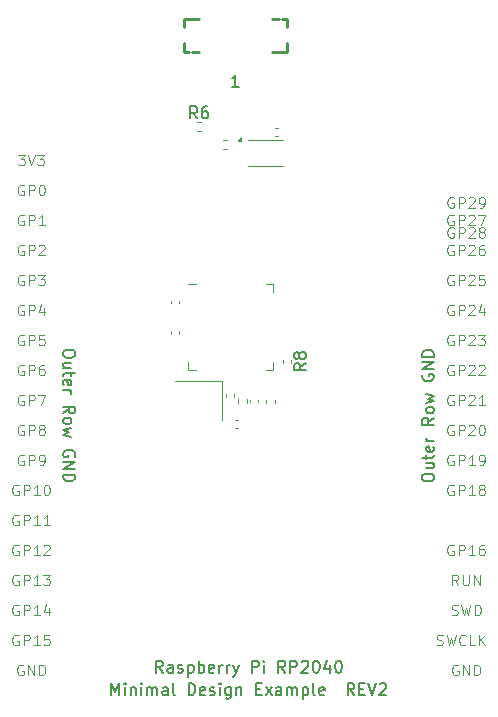
<source format=gbr>
%TF.GenerationSoftware,KiCad,Pcbnew,9.0.2*%
%TF.CreationDate,2026-02-12T21:33:36-08:00*%
%TF.ProjectId,RP2040_minimal_r2,52503230-3430-45f6-9d69-6e696d616c5f,REV2*%
%TF.SameCoordinates,Original*%
%TF.FileFunction,Legend,Top*%
%TF.FilePolarity,Positive*%
%FSLAX46Y46*%
G04 Gerber Fmt 4.6, Leading zero omitted, Abs format (unit mm)*
G04 Created by KiCad (PCBNEW 9.0.2) date 2026-02-12 21:33:36*
%MOMM*%
%LPD*%
G01*
G04 APERTURE LIST*
%ADD10C,0.100000*%
%ADD11C,0.150000*%
%ADD12C,0.120000*%
%ADD13C,0.254000*%
G04 APERTURE END LIST*
D10*
X-19057857Y21365986D02*
X-19143571Y21408843D01*
X-19143571Y21408843D02*
X-19272143Y21408843D01*
X-19272143Y21408843D02*
X-19400714Y21365986D01*
X-19400714Y21365986D02*
X-19486429Y21280272D01*
X-19486429Y21280272D02*
X-19529286Y21194558D01*
X-19529286Y21194558D02*
X-19572143Y21023129D01*
X-19572143Y21023129D02*
X-19572143Y20894558D01*
X-19572143Y20894558D02*
X-19529286Y20723129D01*
X-19529286Y20723129D02*
X-19486429Y20637415D01*
X-19486429Y20637415D02*
X-19400714Y20551700D01*
X-19400714Y20551700D02*
X-19272143Y20508843D01*
X-19272143Y20508843D02*
X-19186429Y20508843D01*
X-19186429Y20508843D02*
X-19057857Y20551700D01*
X-19057857Y20551700D02*
X-19015000Y20594558D01*
X-19015000Y20594558D02*
X-19015000Y20894558D01*
X-19015000Y20894558D02*
X-19186429Y20894558D01*
X-18629286Y20508843D02*
X-18629286Y21408843D01*
X-18629286Y21408843D02*
X-18286429Y21408843D01*
X-18286429Y21408843D02*
X-18200714Y21365986D01*
X-18200714Y21365986D02*
X-18157857Y21323129D01*
X-18157857Y21323129D02*
X-18115000Y21237415D01*
X-18115000Y21237415D02*
X-18115000Y21108843D01*
X-18115000Y21108843D02*
X-18157857Y21023129D01*
X-18157857Y21023129D02*
X-18200714Y20980272D01*
X-18200714Y20980272D02*
X-18286429Y20937415D01*
X-18286429Y20937415D02*
X-18629286Y20937415D01*
X-17257857Y20508843D02*
X-17772143Y20508843D01*
X-17515000Y20508843D02*
X-17515000Y21408843D01*
X-17515000Y21408843D02*
X-17600714Y21280272D01*
X-17600714Y21280272D02*
X-17686429Y21194558D01*
X-17686429Y21194558D02*
X-17772143Y21151700D01*
X-19057857Y18825986D02*
X-19143571Y18868843D01*
X-19143571Y18868843D02*
X-19272143Y18868843D01*
X-19272143Y18868843D02*
X-19400714Y18825986D01*
X-19400714Y18825986D02*
X-19486429Y18740272D01*
X-19486429Y18740272D02*
X-19529286Y18654558D01*
X-19529286Y18654558D02*
X-19572143Y18483129D01*
X-19572143Y18483129D02*
X-19572143Y18354558D01*
X-19572143Y18354558D02*
X-19529286Y18183129D01*
X-19529286Y18183129D02*
X-19486429Y18097415D01*
X-19486429Y18097415D02*
X-19400714Y18011700D01*
X-19400714Y18011700D02*
X-19272143Y17968843D01*
X-19272143Y17968843D02*
X-19186429Y17968843D01*
X-19186429Y17968843D02*
X-19057857Y18011700D01*
X-19057857Y18011700D02*
X-19015000Y18054558D01*
X-19015000Y18054558D02*
X-19015000Y18354558D01*
X-19015000Y18354558D02*
X-19186429Y18354558D01*
X-18629286Y17968843D02*
X-18629286Y18868843D01*
X-18629286Y18868843D02*
X-18286429Y18868843D01*
X-18286429Y18868843D02*
X-18200714Y18825986D01*
X-18200714Y18825986D02*
X-18157857Y18783129D01*
X-18157857Y18783129D02*
X-18115000Y18697415D01*
X-18115000Y18697415D02*
X-18115000Y18568843D01*
X-18115000Y18568843D02*
X-18157857Y18483129D01*
X-18157857Y18483129D02*
X-18200714Y18440272D01*
X-18200714Y18440272D02*
X-18286429Y18397415D01*
X-18286429Y18397415D02*
X-18629286Y18397415D01*
X-17772143Y18783129D02*
X-17729286Y18825986D01*
X-17729286Y18825986D02*
X-17643571Y18868843D01*
X-17643571Y18868843D02*
X-17429286Y18868843D01*
X-17429286Y18868843D02*
X-17343571Y18825986D01*
X-17343571Y18825986D02*
X-17300714Y18783129D01*
X-17300714Y18783129D02*
X-17257857Y18697415D01*
X-17257857Y18697415D02*
X-17257857Y18611700D01*
X-17257857Y18611700D02*
X-17300714Y18483129D01*
X-17300714Y18483129D02*
X-17815000Y17968843D01*
X-17815000Y17968843D02*
X-17257857Y17968843D01*
X-19057857Y16285986D02*
X-19143571Y16328843D01*
X-19143571Y16328843D02*
X-19272143Y16328843D01*
X-19272143Y16328843D02*
X-19400714Y16285986D01*
X-19400714Y16285986D02*
X-19486429Y16200272D01*
X-19486429Y16200272D02*
X-19529286Y16114558D01*
X-19529286Y16114558D02*
X-19572143Y15943129D01*
X-19572143Y15943129D02*
X-19572143Y15814558D01*
X-19572143Y15814558D02*
X-19529286Y15643129D01*
X-19529286Y15643129D02*
X-19486429Y15557415D01*
X-19486429Y15557415D02*
X-19400714Y15471700D01*
X-19400714Y15471700D02*
X-19272143Y15428843D01*
X-19272143Y15428843D02*
X-19186429Y15428843D01*
X-19186429Y15428843D02*
X-19057857Y15471700D01*
X-19057857Y15471700D02*
X-19015000Y15514558D01*
X-19015000Y15514558D02*
X-19015000Y15814558D01*
X-19015000Y15814558D02*
X-19186429Y15814558D01*
X-18629286Y15428843D02*
X-18629286Y16328843D01*
X-18629286Y16328843D02*
X-18286429Y16328843D01*
X-18286429Y16328843D02*
X-18200714Y16285986D01*
X-18200714Y16285986D02*
X-18157857Y16243129D01*
X-18157857Y16243129D02*
X-18115000Y16157415D01*
X-18115000Y16157415D02*
X-18115000Y16028843D01*
X-18115000Y16028843D02*
X-18157857Y15943129D01*
X-18157857Y15943129D02*
X-18200714Y15900272D01*
X-18200714Y15900272D02*
X-18286429Y15857415D01*
X-18286429Y15857415D02*
X-18629286Y15857415D01*
X-17815000Y16328843D02*
X-17257857Y16328843D01*
X-17257857Y16328843D02*
X-17557857Y15985986D01*
X-17557857Y15985986D02*
X-17429286Y15985986D01*
X-17429286Y15985986D02*
X-17343571Y15943129D01*
X-17343571Y15943129D02*
X-17300714Y15900272D01*
X-17300714Y15900272D02*
X-17257857Y15814558D01*
X-17257857Y15814558D02*
X-17257857Y15600272D01*
X-17257857Y15600272D02*
X-17300714Y15514558D01*
X-17300714Y15514558D02*
X-17343571Y15471700D01*
X-17343571Y15471700D02*
X-17429286Y15428843D01*
X-17429286Y15428843D02*
X-17686429Y15428843D01*
X-17686429Y15428843D02*
X-17772143Y15471700D01*
X-17772143Y15471700D02*
X-17815000Y15514558D01*
X-19057857Y13745986D02*
X-19143571Y13788843D01*
X-19143571Y13788843D02*
X-19272143Y13788843D01*
X-19272143Y13788843D02*
X-19400714Y13745986D01*
X-19400714Y13745986D02*
X-19486429Y13660272D01*
X-19486429Y13660272D02*
X-19529286Y13574558D01*
X-19529286Y13574558D02*
X-19572143Y13403129D01*
X-19572143Y13403129D02*
X-19572143Y13274558D01*
X-19572143Y13274558D02*
X-19529286Y13103129D01*
X-19529286Y13103129D02*
X-19486429Y13017415D01*
X-19486429Y13017415D02*
X-19400714Y12931700D01*
X-19400714Y12931700D02*
X-19272143Y12888843D01*
X-19272143Y12888843D02*
X-19186429Y12888843D01*
X-19186429Y12888843D02*
X-19057857Y12931700D01*
X-19057857Y12931700D02*
X-19015000Y12974558D01*
X-19015000Y12974558D02*
X-19015000Y13274558D01*
X-19015000Y13274558D02*
X-19186429Y13274558D01*
X-18629286Y12888843D02*
X-18629286Y13788843D01*
X-18629286Y13788843D02*
X-18286429Y13788843D01*
X-18286429Y13788843D02*
X-18200714Y13745986D01*
X-18200714Y13745986D02*
X-18157857Y13703129D01*
X-18157857Y13703129D02*
X-18115000Y13617415D01*
X-18115000Y13617415D02*
X-18115000Y13488843D01*
X-18115000Y13488843D02*
X-18157857Y13403129D01*
X-18157857Y13403129D02*
X-18200714Y13360272D01*
X-18200714Y13360272D02*
X-18286429Y13317415D01*
X-18286429Y13317415D02*
X-18629286Y13317415D01*
X-17343571Y13488843D02*
X-17343571Y12888843D01*
X-17557857Y13831700D02*
X-17772143Y13188843D01*
X-17772143Y13188843D02*
X-17215000Y13188843D01*
X-19057857Y11205986D02*
X-19143571Y11248843D01*
X-19143571Y11248843D02*
X-19272143Y11248843D01*
X-19272143Y11248843D02*
X-19400714Y11205986D01*
X-19400714Y11205986D02*
X-19486429Y11120272D01*
X-19486429Y11120272D02*
X-19529286Y11034558D01*
X-19529286Y11034558D02*
X-19572143Y10863129D01*
X-19572143Y10863129D02*
X-19572143Y10734558D01*
X-19572143Y10734558D02*
X-19529286Y10563129D01*
X-19529286Y10563129D02*
X-19486429Y10477415D01*
X-19486429Y10477415D02*
X-19400714Y10391700D01*
X-19400714Y10391700D02*
X-19272143Y10348843D01*
X-19272143Y10348843D02*
X-19186429Y10348843D01*
X-19186429Y10348843D02*
X-19057857Y10391700D01*
X-19057857Y10391700D02*
X-19015000Y10434558D01*
X-19015000Y10434558D02*
X-19015000Y10734558D01*
X-19015000Y10734558D02*
X-19186429Y10734558D01*
X-18629286Y10348843D02*
X-18629286Y11248843D01*
X-18629286Y11248843D02*
X-18286429Y11248843D01*
X-18286429Y11248843D02*
X-18200714Y11205986D01*
X-18200714Y11205986D02*
X-18157857Y11163129D01*
X-18157857Y11163129D02*
X-18115000Y11077415D01*
X-18115000Y11077415D02*
X-18115000Y10948843D01*
X-18115000Y10948843D02*
X-18157857Y10863129D01*
X-18157857Y10863129D02*
X-18200714Y10820272D01*
X-18200714Y10820272D02*
X-18286429Y10777415D01*
X-18286429Y10777415D02*
X-18629286Y10777415D01*
X-17300714Y11248843D02*
X-17729286Y11248843D01*
X-17729286Y11248843D02*
X-17772143Y10820272D01*
X-17772143Y10820272D02*
X-17729286Y10863129D01*
X-17729286Y10863129D02*
X-17643571Y10905986D01*
X-17643571Y10905986D02*
X-17429286Y10905986D01*
X-17429286Y10905986D02*
X-17343571Y10863129D01*
X-17343571Y10863129D02*
X-17300714Y10820272D01*
X-17300714Y10820272D02*
X-17257857Y10734558D01*
X-17257857Y10734558D02*
X-17257857Y10520272D01*
X-17257857Y10520272D02*
X-17300714Y10434558D01*
X-17300714Y10434558D02*
X-17343571Y10391700D01*
X-17343571Y10391700D02*
X-17429286Y10348843D01*
X-17429286Y10348843D02*
X-17643571Y10348843D01*
X-17643571Y10348843D02*
X-17729286Y10391700D01*
X-17729286Y10391700D02*
X-17772143Y10434558D01*
X-19057857Y8665986D02*
X-19143571Y8708843D01*
X-19143571Y8708843D02*
X-19272143Y8708843D01*
X-19272143Y8708843D02*
X-19400714Y8665986D01*
X-19400714Y8665986D02*
X-19486429Y8580272D01*
X-19486429Y8580272D02*
X-19529286Y8494558D01*
X-19529286Y8494558D02*
X-19572143Y8323129D01*
X-19572143Y8323129D02*
X-19572143Y8194558D01*
X-19572143Y8194558D02*
X-19529286Y8023129D01*
X-19529286Y8023129D02*
X-19486429Y7937415D01*
X-19486429Y7937415D02*
X-19400714Y7851700D01*
X-19400714Y7851700D02*
X-19272143Y7808843D01*
X-19272143Y7808843D02*
X-19186429Y7808843D01*
X-19186429Y7808843D02*
X-19057857Y7851700D01*
X-19057857Y7851700D02*
X-19015000Y7894558D01*
X-19015000Y7894558D02*
X-19015000Y8194558D01*
X-19015000Y8194558D02*
X-19186429Y8194558D01*
X-18629286Y7808843D02*
X-18629286Y8708843D01*
X-18629286Y8708843D02*
X-18286429Y8708843D01*
X-18286429Y8708843D02*
X-18200714Y8665986D01*
X-18200714Y8665986D02*
X-18157857Y8623129D01*
X-18157857Y8623129D02*
X-18115000Y8537415D01*
X-18115000Y8537415D02*
X-18115000Y8408843D01*
X-18115000Y8408843D02*
X-18157857Y8323129D01*
X-18157857Y8323129D02*
X-18200714Y8280272D01*
X-18200714Y8280272D02*
X-18286429Y8237415D01*
X-18286429Y8237415D02*
X-18629286Y8237415D01*
X-17343571Y8708843D02*
X-17515000Y8708843D01*
X-17515000Y8708843D02*
X-17600714Y8665986D01*
X-17600714Y8665986D02*
X-17643571Y8623129D01*
X-17643571Y8623129D02*
X-17729286Y8494558D01*
X-17729286Y8494558D02*
X-17772143Y8323129D01*
X-17772143Y8323129D02*
X-17772143Y7980272D01*
X-17772143Y7980272D02*
X-17729286Y7894558D01*
X-17729286Y7894558D02*
X-17686429Y7851700D01*
X-17686429Y7851700D02*
X-17600714Y7808843D01*
X-17600714Y7808843D02*
X-17429286Y7808843D01*
X-17429286Y7808843D02*
X-17343571Y7851700D01*
X-17343571Y7851700D02*
X-17300714Y7894558D01*
X-17300714Y7894558D02*
X-17257857Y7980272D01*
X-17257857Y7980272D02*
X-17257857Y8194558D01*
X-17257857Y8194558D02*
X-17300714Y8280272D01*
X-17300714Y8280272D02*
X-17343571Y8323129D01*
X-17343571Y8323129D02*
X-17429286Y8365986D01*
X-17429286Y8365986D02*
X-17600714Y8365986D01*
X-17600714Y8365986D02*
X-17686429Y8323129D01*
X-17686429Y8323129D02*
X-17729286Y8280272D01*
X-17729286Y8280272D02*
X-17772143Y8194558D01*
X-19057857Y6125986D02*
X-19143571Y6168843D01*
X-19143571Y6168843D02*
X-19272143Y6168843D01*
X-19272143Y6168843D02*
X-19400714Y6125986D01*
X-19400714Y6125986D02*
X-19486429Y6040272D01*
X-19486429Y6040272D02*
X-19529286Y5954558D01*
X-19529286Y5954558D02*
X-19572143Y5783129D01*
X-19572143Y5783129D02*
X-19572143Y5654558D01*
X-19572143Y5654558D02*
X-19529286Y5483129D01*
X-19529286Y5483129D02*
X-19486429Y5397415D01*
X-19486429Y5397415D02*
X-19400714Y5311700D01*
X-19400714Y5311700D02*
X-19272143Y5268843D01*
X-19272143Y5268843D02*
X-19186429Y5268843D01*
X-19186429Y5268843D02*
X-19057857Y5311700D01*
X-19057857Y5311700D02*
X-19015000Y5354558D01*
X-19015000Y5354558D02*
X-19015000Y5654558D01*
X-19015000Y5654558D02*
X-19186429Y5654558D01*
X-18629286Y5268843D02*
X-18629286Y6168843D01*
X-18629286Y6168843D02*
X-18286429Y6168843D01*
X-18286429Y6168843D02*
X-18200714Y6125986D01*
X-18200714Y6125986D02*
X-18157857Y6083129D01*
X-18157857Y6083129D02*
X-18115000Y5997415D01*
X-18115000Y5997415D02*
X-18115000Y5868843D01*
X-18115000Y5868843D02*
X-18157857Y5783129D01*
X-18157857Y5783129D02*
X-18200714Y5740272D01*
X-18200714Y5740272D02*
X-18286429Y5697415D01*
X-18286429Y5697415D02*
X-18629286Y5697415D01*
X-17815000Y6168843D02*
X-17215000Y6168843D01*
X-17215000Y6168843D02*
X-17600714Y5268843D01*
X-19057857Y3585986D02*
X-19143571Y3628843D01*
X-19143571Y3628843D02*
X-19272143Y3628843D01*
X-19272143Y3628843D02*
X-19400714Y3585986D01*
X-19400714Y3585986D02*
X-19486429Y3500272D01*
X-19486429Y3500272D02*
X-19529286Y3414558D01*
X-19529286Y3414558D02*
X-19572143Y3243129D01*
X-19572143Y3243129D02*
X-19572143Y3114558D01*
X-19572143Y3114558D02*
X-19529286Y2943129D01*
X-19529286Y2943129D02*
X-19486429Y2857415D01*
X-19486429Y2857415D02*
X-19400714Y2771700D01*
X-19400714Y2771700D02*
X-19272143Y2728843D01*
X-19272143Y2728843D02*
X-19186429Y2728843D01*
X-19186429Y2728843D02*
X-19057857Y2771700D01*
X-19057857Y2771700D02*
X-19015000Y2814558D01*
X-19015000Y2814558D02*
X-19015000Y3114558D01*
X-19015000Y3114558D02*
X-19186429Y3114558D01*
X-18629286Y2728843D02*
X-18629286Y3628843D01*
X-18629286Y3628843D02*
X-18286429Y3628843D01*
X-18286429Y3628843D02*
X-18200714Y3585986D01*
X-18200714Y3585986D02*
X-18157857Y3543129D01*
X-18157857Y3543129D02*
X-18115000Y3457415D01*
X-18115000Y3457415D02*
X-18115000Y3328843D01*
X-18115000Y3328843D02*
X-18157857Y3243129D01*
X-18157857Y3243129D02*
X-18200714Y3200272D01*
X-18200714Y3200272D02*
X-18286429Y3157415D01*
X-18286429Y3157415D02*
X-18629286Y3157415D01*
X-17600714Y3243129D02*
X-17686429Y3285986D01*
X-17686429Y3285986D02*
X-17729286Y3328843D01*
X-17729286Y3328843D02*
X-17772143Y3414558D01*
X-17772143Y3414558D02*
X-17772143Y3457415D01*
X-17772143Y3457415D02*
X-17729286Y3543129D01*
X-17729286Y3543129D02*
X-17686429Y3585986D01*
X-17686429Y3585986D02*
X-17600714Y3628843D01*
X-17600714Y3628843D02*
X-17429286Y3628843D01*
X-17429286Y3628843D02*
X-17343571Y3585986D01*
X-17343571Y3585986D02*
X-17300714Y3543129D01*
X-17300714Y3543129D02*
X-17257857Y3457415D01*
X-17257857Y3457415D02*
X-17257857Y3414558D01*
X-17257857Y3414558D02*
X-17300714Y3328843D01*
X-17300714Y3328843D02*
X-17343571Y3285986D01*
X-17343571Y3285986D02*
X-17429286Y3243129D01*
X-17429286Y3243129D02*
X-17600714Y3243129D01*
X-17600714Y3243129D02*
X-17686429Y3200272D01*
X-17686429Y3200272D02*
X-17729286Y3157415D01*
X-17729286Y3157415D02*
X-17772143Y3071700D01*
X-17772143Y3071700D02*
X-17772143Y2900272D01*
X-17772143Y2900272D02*
X-17729286Y2814558D01*
X-17729286Y2814558D02*
X-17686429Y2771700D01*
X-17686429Y2771700D02*
X-17600714Y2728843D01*
X-17600714Y2728843D02*
X-17429286Y2728843D01*
X-17429286Y2728843D02*
X-17343571Y2771700D01*
X-17343571Y2771700D02*
X-17300714Y2814558D01*
X-17300714Y2814558D02*
X-17257857Y2900272D01*
X-17257857Y2900272D02*
X-17257857Y3071700D01*
X-17257857Y3071700D02*
X-17300714Y3157415D01*
X-17300714Y3157415D02*
X-17343571Y3200272D01*
X-17343571Y3200272D02*
X-17429286Y3243129D01*
X-19057857Y1045986D02*
X-19143571Y1088843D01*
X-19143571Y1088843D02*
X-19272143Y1088843D01*
X-19272143Y1088843D02*
X-19400714Y1045986D01*
X-19400714Y1045986D02*
X-19486429Y960272D01*
X-19486429Y960272D02*
X-19529286Y874558D01*
X-19529286Y874558D02*
X-19572143Y703129D01*
X-19572143Y703129D02*
X-19572143Y574558D01*
X-19572143Y574558D02*
X-19529286Y403129D01*
X-19529286Y403129D02*
X-19486429Y317415D01*
X-19486429Y317415D02*
X-19400714Y231700D01*
X-19400714Y231700D02*
X-19272143Y188843D01*
X-19272143Y188843D02*
X-19186429Y188843D01*
X-19186429Y188843D02*
X-19057857Y231700D01*
X-19057857Y231700D02*
X-19015000Y274558D01*
X-19015000Y274558D02*
X-19015000Y574558D01*
X-19015000Y574558D02*
X-19186429Y574558D01*
X-18629286Y188843D02*
X-18629286Y1088843D01*
X-18629286Y1088843D02*
X-18286429Y1088843D01*
X-18286429Y1088843D02*
X-18200714Y1045986D01*
X-18200714Y1045986D02*
X-18157857Y1003129D01*
X-18157857Y1003129D02*
X-18115000Y917415D01*
X-18115000Y917415D02*
X-18115000Y788843D01*
X-18115000Y788843D02*
X-18157857Y703129D01*
X-18157857Y703129D02*
X-18200714Y660272D01*
X-18200714Y660272D02*
X-18286429Y617415D01*
X-18286429Y617415D02*
X-18629286Y617415D01*
X-17686429Y188843D02*
X-17515000Y188843D01*
X-17515000Y188843D02*
X-17429286Y231700D01*
X-17429286Y231700D02*
X-17386429Y274558D01*
X-17386429Y274558D02*
X-17300714Y403129D01*
X-17300714Y403129D02*
X-17257857Y574558D01*
X-17257857Y574558D02*
X-17257857Y917415D01*
X-17257857Y917415D02*
X-17300714Y1003129D01*
X-17300714Y1003129D02*
X-17343571Y1045986D01*
X-17343571Y1045986D02*
X-17429286Y1088843D01*
X-17429286Y1088843D02*
X-17600714Y1088843D01*
X-17600714Y1088843D02*
X-17686429Y1045986D01*
X-17686429Y1045986D02*
X-17729286Y1003129D01*
X-17729286Y1003129D02*
X-17772143Y917415D01*
X-17772143Y917415D02*
X-17772143Y703129D01*
X-17772143Y703129D02*
X-17729286Y617415D01*
X-17729286Y617415D02*
X-17686429Y574558D01*
X-17686429Y574558D02*
X-17600714Y531700D01*
X-17600714Y531700D02*
X-17429286Y531700D01*
X-17429286Y531700D02*
X-17343571Y574558D01*
X-17343571Y574558D02*
X-17300714Y617415D01*
X-17300714Y617415D02*
X-17257857Y703129D01*
X-19486429Y-4034014D02*
X-19572143Y-3991157D01*
X-19572143Y-3991157D02*
X-19700715Y-3991157D01*
X-19700715Y-3991157D02*
X-19829286Y-4034014D01*
X-19829286Y-4034014D02*
X-19915001Y-4119728D01*
X-19915001Y-4119728D02*
X-19957858Y-4205442D01*
X-19957858Y-4205442D02*
X-20000715Y-4376871D01*
X-20000715Y-4376871D02*
X-20000715Y-4505442D01*
X-20000715Y-4505442D02*
X-19957858Y-4676871D01*
X-19957858Y-4676871D02*
X-19915001Y-4762585D01*
X-19915001Y-4762585D02*
X-19829286Y-4848300D01*
X-19829286Y-4848300D02*
X-19700715Y-4891157D01*
X-19700715Y-4891157D02*
X-19615001Y-4891157D01*
X-19615001Y-4891157D02*
X-19486429Y-4848300D01*
X-19486429Y-4848300D02*
X-19443572Y-4805442D01*
X-19443572Y-4805442D02*
X-19443572Y-4505442D01*
X-19443572Y-4505442D02*
X-19615001Y-4505442D01*
X-19057858Y-4891157D02*
X-19057858Y-3991157D01*
X-19057858Y-3991157D02*
X-18715001Y-3991157D01*
X-18715001Y-3991157D02*
X-18629286Y-4034014D01*
X-18629286Y-4034014D02*
X-18586429Y-4076871D01*
X-18586429Y-4076871D02*
X-18543572Y-4162585D01*
X-18543572Y-4162585D02*
X-18543572Y-4291157D01*
X-18543572Y-4291157D02*
X-18586429Y-4376871D01*
X-18586429Y-4376871D02*
X-18629286Y-4419728D01*
X-18629286Y-4419728D02*
X-18715001Y-4462585D01*
X-18715001Y-4462585D02*
X-19057858Y-4462585D01*
X-17686429Y-4891157D02*
X-18200715Y-4891157D01*
X-17943572Y-4891157D02*
X-17943572Y-3991157D01*
X-17943572Y-3991157D02*
X-18029286Y-4119728D01*
X-18029286Y-4119728D02*
X-18115001Y-4205442D01*
X-18115001Y-4205442D02*
X-18200715Y-4248300D01*
X-16829286Y-4891157D02*
X-17343572Y-4891157D01*
X-17086429Y-4891157D02*
X-17086429Y-3991157D01*
X-17086429Y-3991157D02*
X-17172143Y-4119728D01*
X-17172143Y-4119728D02*
X-17257858Y-4205442D01*
X-17257858Y-4205442D02*
X-17343572Y-4248300D01*
X-19486429Y-1494014D02*
X-19572143Y-1451157D01*
X-19572143Y-1451157D02*
X-19700715Y-1451157D01*
X-19700715Y-1451157D02*
X-19829286Y-1494014D01*
X-19829286Y-1494014D02*
X-19915001Y-1579728D01*
X-19915001Y-1579728D02*
X-19957858Y-1665442D01*
X-19957858Y-1665442D02*
X-20000715Y-1836871D01*
X-20000715Y-1836871D02*
X-20000715Y-1965442D01*
X-20000715Y-1965442D02*
X-19957858Y-2136871D01*
X-19957858Y-2136871D02*
X-19915001Y-2222585D01*
X-19915001Y-2222585D02*
X-19829286Y-2308300D01*
X-19829286Y-2308300D02*
X-19700715Y-2351157D01*
X-19700715Y-2351157D02*
X-19615001Y-2351157D01*
X-19615001Y-2351157D02*
X-19486429Y-2308300D01*
X-19486429Y-2308300D02*
X-19443572Y-2265442D01*
X-19443572Y-2265442D02*
X-19443572Y-1965442D01*
X-19443572Y-1965442D02*
X-19615001Y-1965442D01*
X-19057858Y-2351157D02*
X-19057858Y-1451157D01*
X-19057858Y-1451157D02*
X-18715001Y-1451157D01*
X-18715001Y-1451157D02*
X-18629286Y-1494014D01*
X-18629286Y-1494014D02*
X-18586429Y-1536871D01*
X-18586429Y-1536871D02*
X-18543572Y-1622585D01*
X-18543572Y-1622585D02*
X-18543572Y-1751157D01*
X-18543572Y-1751157D02*
X-18586429Y-1836871D01*
X-18586429Y-1836871D02*
X-18629286Y-1879728D01*
X-18629286Y-1879728D02*
X-18715001Y-1922585D01*
X-18715001Y-1922585D02*
X-19057858Y-1922585D01*
X-17686429Y-2351157D02*
X-18200715Y-2351157D01*
X-17943572Y-2351157D02*
X-17943572Y-1451157D01*
X-17943572Y-1451157D02*
X-18029286Y-1579728D01*
X-18029286Y-1579728D02*
X-18115001Y-1665442D01*
X-18115001Y-1665442D02*
X-18200715Y-1708300D01*
X-17129286Y-1451157D02*
X-17043572Y-1451157D01*
X-17043572Y-1451157D02*
X-16957858Y-1494014D01*
X-16957858Y-1494014D02*
X-16915000Y-1536871D01*
X-16915000Y-1536871D02*
X-16872143Y-1622585D01*
X-16872143Y-1622585D02*
X-16829286Y-1794014D01*
X-16829286Y-1794014D02*
X-16829286Y-2008300D01*
X-16829286Y-2008300D02*
X-16872143Y-2179728D01*
X-16872143Y-2179728D02*
X-16915000Y-2265442D01*
X-16915000Y-2265442D02*
X-16957858Y-2308300D01*
X-16957858Y-2308300D02*
X-17043572Y-2351157D01*
X-17043572Y-2351157D02*
X-17129286Y-2351157D01*
X-17129286Y-2351157D02*
X-17215000Y-2308300D01*
X-17215000Y-2308300D02*
X-17257858Y-2265442D01*
X-17257858Y-2265442D02*
X-17300715Y-2179728D01*
X-17300715Y-2179728D02*
X-17343572Y-2008300D01*
X-17343572Y-2008300D02*
X-17343572Y-1794014D01*
X-17343572Y-1794014D02*
X-17300715Y-1622585D01*
X-17300715Y-1622585D02*
X-17257858Y-1536871D01*
X-17257858Y-1536871D02*
X-17215000Y-1494014D01*
X-17215000Y-1494014D02*
X-17129286Y-1451157D01*
X-19486429Y-6574014D02*
X-19572143Y-6531157D01*
X-19572143Y-6531157D02*
X-19700715Y-6531157D01*
X-19700715Y-6531157D02*
X-19829286Y-6574014D01*
X-19829286Y-6574014D02*
X-19915001Y-6659728D01*
X-19915001Y-6659728D02*
X-19957858Y-6745442D01*
X-19957858Y-6745442D02*
X-20000715Y-6916871D01*
X-20000715Y-6916871D02*
X-20000715Y-7045442D01*
X-20000715Y-7045442D02*
X-19957858Y-7216871D01*
X-19957858Y-7216871D02*
X-19915001Y-7302585D01*
X-19915001Y-7302585D02*
X-19829286Y-7388300D01*
X-19829286Y-7388300D02*
X-19700715Y-7431157D01*
X-19700715Y-7431157D02*
X-19615001Y-7431157D01*
X-19615001Y-7431157D02*
X-19486429Y-7388300D01*
X-19486429Y-7388300D02*
X-19443572Y-7345442D01*
X-19443572Y-7345442D02*
X-19443572Y-7045442D01*
X-19443572Y-7045442D02*
X-19615001Y-7045442D01*
X-19057858Y-7431157D02*
X-19057858Y-6531157D01*
X-19057858Y-6531157D02*
X-18715001Y-6531157D01*
X-18715001Y-6531157D02*
X-18629286Y-6574014D01*
X-18629286Y-6574014D02*
X-18586429Y-6616871D01*
X-18586429Y-6616871D02*
X-18543572Y-6702585D01*
X-18543572Y-6702585D02*
X-18543572Y-6831157D01*
X-18543572Y-6831157D02*
X-18586429Y-6916871D01*
X-18586429Y-6916871D02*
X-18629286Y-6959728D01*
X-18629286Y-6959728D02*
X-18715001Y-7002585D01*
X-18715001Y-7002585D02*
X-19057858Y-7002585D01*
X-17686429Y-7431157D02*
X-18200715Y-7431157D01*
X-17943572Y-7431157D02*
X-17943572Y-6531157D01*
X-17943572Y-6531157D02*
X-18029286Y-6659728D01*
X-18029286Y-6659728D02*
X-18115001Y-6745442D01*
X-18115001Y-6745442D02*
X-18200715Y-6788300D01*
X-17343572Y-6616871D02*
X-17300715Y-6574014D01*
X-17300715Y-6574014D02*
X-17215000Y-6531157D01*
X-17215000Y-6531157D02*
X-17000715Y-6531157D01*
X-17000715Y-6531157D02*
X-16915000Y-6574014D01*
X-16915000Y-6574014D02*
X-16872143Y-6616871D01*
X-16872143Y-6616871D02*
X-16829286Y-6702585D01*
X-16829286Y-6702585D02*
X-16829286Y-6788300D01*
X-16829286Y-6788300D02*
X-16872143Y-6916871D01*
X-16872143Y-6916871D02*
X-17386429Y-7431157D01*
X-17386429Y-7431157D02*
X-16829286Y-7431157D01*
X-19486429Y-9114014D02*
X-19572143Y-9071157D01*
X-19572143Y-9071157D02*
X-19700715Y-9071157D01*
X-19700715Y-9071157D02*
X-19829286Y-9114014D01*
X-19829286Y-9114014D02*
X-19915001Y-9199728D01*
X-19915001Y-9199728D02*
X-19957858Y-9285442D01*
X-19957858Y-9285442D02*
X-20000715Y-9456871D01*
X-20000715Y-9456871D02*
X-20000715Y-9585442D01*
X-20000715Y-9585442D02*
X-19957858Y-9756871D01*
X-19957858Y-9756871D02*
X-19915001Y-9842585D01*
X-19915001Y-9842585D02*
X-19829286Y-9928300D01*
X-19829286Y-9928300D02*
X-19700715Y-9971157D01*
X-19700715Y-9971157D02*
X-19615001Y-9971157D01*
X-19615001Y-9971157D02*
X-19486429Y-9928300D01*
X-19486429Y-9928300D02*
X-19443572Y-9885442D01*
X-19443572Y-9885442D02*
X-19443572Y-9585442D01*
X-19443572Y-9585442D02*
X-19615001Y-9585442D01*
X-19057858Y-9971157D02*
X-19057858Y-9071157D01*
X-19057858Y-9071157D02*
X-18715001Y-9071157D01*
X-18715001Y-9071157D02*
X-18629286Y-9114014D01*
X-18629286Y-9114014D02*
X-18586429Y-9156871D01*
X-18586429Y-9156871D02*
X-18543572Y-9242585D01*
X-18543572Y-9242585D02*
X-18543572Y-9371157D01*
X-18543572Y-9371157D02*
X-18586429Y-9456871D01*
X-18586429Y-9456871D02*
X-18629286Y-9499728D01*
X-18629286Y-9499728D02*
X-18715001Y-9542585D01*
X-18715001Y-9542585D02*
X-19057858Y-9542585D01*
X-17686429Y-9971157D02*
X-18200715Y-9971157D01*
X-17943572Y-9971157D02*
X-17943572Y-9071157D01*
X-17943572Y-9071157D02*
X-18029286Y-9199728D01*
X-18029286Y-9199728D02*
X-18115001Y-9285442D01*
X-18115001Y-9285442D02*
X-18200715Y-9328300D01*
X-17386429Y-9071157D02*
X-16829286Y-9071157D01*
X-16829286Y-9071157D02*
X-17129286Y-9414014D01*
X-17129286Y-9414014D02*
X-17000715Y-9414014D01*
X-17000715Y-9414014D02*
X-16915000Y-9456871D01*
X-16915000Y-9456871D02*
X-16872143Y-9499728D01*
X-16872143Y-9499728D02*
X-16829286Y-9585442D01*
X-16829286Y-9585442D02*
X-16829286Y-9799728D01*
X-16829286Y-9799728D02*
X-16872143Y-9885442D01*
X-16872143Y-9885442D02*
X-16915000Y-9928300D01*
X-16915000Y-9928300D02*
X-17000715Y-9971157D01*
X-17000715Y-9971157D02*
X-17257858Y-9971157D01*
X-17257858Y-9971157D02*
X-17343572Y-9928300D01*
X-17343572Y-9928300D02*
X-17386429Y-9885442D01*
X-19486429Y-14194014D02*
X-19572143Y-14151157D01*
X-19572143Y-14151157D02*
X-19700715Y-14151157D01*
X-19700715Y-14151157D02*
X-19829286Y-14194014D01*
X-19829286Y-14194014D02*
X-19915001Y-14279728D01*
X-19915001Y-14279728D02*
X-19957858Y-14365442D01*
X-19957858Y-14365442D02*
X-20000715Y-14536871D01*
X-20000715Y-14536871D02*
X-20000715Y-14665442D01*
X-20000715Y-14665442D02*
X-19957858Y-14836871D01*
X-19957858Y-14836871D02*
X-19915001Y-14922585D01*
X-19915001Y-14922585D02*
X-19829286Y-15008300D01*
X-19829286Y-15008300D02*
X-19700715Y-15051157D01*
X-19700715Y-15051157D02*
X-19615001Y-15051157D01*
X-19615001Y-15051157D02*
X-19486429Y-15008300D01*
X-19486429Y-15008300D02*
X-19443572Y-14965442D01*
X-19443572Y-14965442D02*
X-19443572Y-14665442D01*
X-19443572Y-14665442D02*
X-19615001Y-14665442D01*
X-19057858Y-15051157D02*
X-19057858Y-14151157D01*
X-19057858Y-14151157D02*
X-18715001Y-14151157D01*
X-18715001Y-14151157D02*
X-18629286Y-14194014D01*
X-18629286Y-14194014D02*
X-18586429Y-14236871D01*
X-18586429Y-14236871D02*
X-18543572Y-14322585D01*
X-18543572Y-14322585D02*
X-18543572Y-14451157D01*
X-18543572Y-14451157D02*
X-18586429Y-14536871D01*
X-18586429Y-14536871D02*
X-18629286Y-14579728D01*
X-18629286Y-14579728D02*
X-18715001Y-14622585D01*
X-18715001Y-14622585D02*
X-19057858Y-14622585D01*
X-17686429Y-15051157D02*
X-18200715Y-15051157D01*
X-17943572Y-15051157D02*
X-17943572Y-14151157D01*
X-17943572Y-14151157D02*
X-18029286Y-14279728D01*
X-18029286Y-14279728D02*
X-18115001Y-14365442D01*
X-18115001Y-14365442D02*
X-18200715Y-14408300D01*
X-16872143Y-14151157D02*
X-17300715Y-14151157D01*
X-17300715Y-14151157D02*
X-17343572Y-14579728D01*
X-17343572Y-14579728D02*
X-17300715Y-14536871D01*
X-17300715Y-14536871D02*
X-17215000Y-14494014D01*
X-17215000Y-14494014D02*
X-17000715Y-14494014D01*
X-17000715Y-14494014D02*
X-16915000Y-14536871D01*
X-16915000Y-14536871D02*
X-16872143Y-14579728D01*
X-16872143Y-14579728D02*
X-16829286Y-14665442D01*
X-16829286Y-14665442D02*
X-16829286Y-14879728D01*
X-16829286Y-14879728D02*
X-16872143Y-14965442D01*
X-16872143Y-14965442D02*
X-16915000Y-15008300D01*
X-16915000Y-15008300D02*
X-17000715Y-15051157D01*
X-17000715Y-15051157D02*
X-17215000Y-15051157D01*
X-17215000Y-15051157D02*
X-17300715Y-15008300D01*
X-17300715Y-15008300D02*
X-17343572Y-14965442D01*
X-19486429Y-11654014D02*
X-19572143Y-11611157D01*
X-19572143Y-11611157D02*
X-19700715Y-11611157D01*
X-19700715Y-11611157D02*
X-19829286Y-11654014D01*
X-19829286Y-11654014D02*
X-19915001Y-11739728D01*
X-19915001Y-11739728D02*
X-19957858Y-11825442D01*
X-19957858Y-11825442D02*
X-20000715Y-11996871D01*
X-20000715Y-11996871D02*
X-20000715Y-12125442D01*
X-20000715Y-12125442D02*
X-19957858Y-12296871D01*
X-19957858Y-12296871D02*
X-19915001Y-12382585D01*
X-19915001Y-12382585D02*
X-19829286Y-12468300D01*
X-19829286Y-12468300D02*
X-19700715Y-12511157D01*
X-19700715Y-12511157D02*
X-19615001Y-12511157D01*
X-19615001Y-12511157D02*
X-19486429Y-12468300D01*
X-19486429Y-12468300D02*
X-19443572Y-12425442D01*
X-19443572Y-12425442D02*
X-19443572Y-12125442D01*
X-19443572Y-12125442D02*
X-19615001Y-12125442D01*
X-19057858Y-12511157D02*
X-19057858Y-11611157D01*
X-19057858Y-11611157D02*
X-18715001Y-11611157D01*
X-18715001Y-11611157D02*
X-18629286Y-11654014D01*
X-18629286Y-11654014D02*
X-18586429Y-11696871D01*
X-18586429Y-11696871D02*
X-18543572Y-11782585D01*
X-18543572Y-11782585D02*
X-18543572Y-11911157D01*
X-18543572Y-11911157D02*
X-18586429Y-11996871D01*
X-18586429Y-11996871D02*
X-18629286Y-12039728D01*
X-18629286Y-12039728D02*
X-18715001Y-12082585D01*
X-18715001Y-12082585D02*
X-19057858Y-12082585D01*
X-17686429Y-12511157D02*
X-18200715Y-12511157D01*
X-17943572Y-12511157D02*
X-17943572Y-11611157D01*
X-17943572Y-11611157D02*
X-18029286Y-11739728D01*
X-18029286Y-11739728D02*
X-18115001Y-11825442D01*
X-18115001Y-11825442D02*
X-18200715Y-11868300D01*
X-16915000Y-11911157D02*
X-16915000Y-12511157D01*
X-17129286Y-11568300D02*
X-17343572Y-12211157D01*
X-17343572Y-12211157D02*
X-16786429Y-12211157D01*
X17343571Y20305986D02*
X17257857Y20348843D01*
X17257857Y20348843D02*
X17129285Y20348843D01*
X17129285Y20348843D02*
X17000714Y20305986D01*
X17000714Y20305986D02*
X16914999Y20220272D01*
X16914999Y20220272D02*
X16872142Y20134558D01*
X16872142Y20134558D02*
X16829285Y19963129D01*
X16829285Y19963129D02*
X16829285Y19834558D01*
X16829285Y19834558D02*
X16872142Y19663129D01*
X16872142Y19663129D02*
X16914999Y19577415D01*
X16914999Y19577415D02*
X17000714Y19491700D01*
X17000714Y19491700D02*
X17129285Y19448843D01*
X17129285Y19448843D02*
X17214999Y19448843D01*
X17214999Y19448843D02*
X17343571Y19491700D01*
X17343571Y19491700D02*
X17386428Y19534558D01*
X17386428Y19534558D02*
X17386428Y19834558D01*
X17386428Y19834558D02*
X17214999Y19834558D01*
X17772142Y19448843D02*
X17772142Y20348843D01*
X17772142Y20348843D02*
X18114999Y20348843D01*
X18114999Y20348843D02*
X18200714Y20305986D01*
X18200714Y20305986D02*
X18243571Y20263129D01*
X18243571Y20263129D02*
X18286428Y20177415D01*
X18286428Y20177415D02*
X18286428Y20048843D01*
X18286428Y20048843D02*
X18243571Y19963129D01*
X18243571Y19963129D02*
X18200714Y19920272D01*
X18200714Y19920272D02*
X18114999Y19877415D01*
X18114999Y19877415D02*
X17772142Y19877415D01*
X18629285Y20263129D02*
X18672142Y20305986D01*
X18672142Y20305986D02*
X18757857Y20348843D01*
X18757857Y20348843D02*
X18972142Y20348843D01*
X18972142Y20348843D02*
X19057857Y20305986D01*
X19057857Y20305986D02*
X19100714Y20263129D01*
X19100714Y20263129D02*
X19143571Y20177415D01*
X19143571Y20177415D02*
X19143571Y20091700D01*
X19143571Y20091700D02*
X19100714Y19963129D01*
X19100714Y19963129D02*
X18586428Y19448843D01*
X18586428Y19448843D02*
X19143571Y19448843D01*
X19657857Y19963129D02*
X19572142Y20005986D01*
X19572142Y20005986D02*
X19529285Y20048843D01*
X19529285Y20048843D02*
X19486428Y20134558D01*
X19486428Y20134558D02*
X19486428Y20177415D01*
X19486428Y20177415D02*
X19529285Y20263129D01*
X19529285Y20263129D02*
X19572142Y20305986D01*
X19572142Y20305986D02*
X19657857Y20348843D01*
X19657857Y20348843D02*
X19829285Y20348843D01*
X19829285Y20348843D02*
X19915000Y20305986D01*
X19915000Y20305986D02*
X19957857Y20263129D01*
X19957857Y20263129D02*
X20000714Y20177415D01*
X20000714Y20177415D02*
X20000714Y20134558D01*
X20000714Y20134558D02*
X19957857Y20048843D01*
X19957857Y20048843D02*
X19915000Y20005986D01*
X19915000Y20005986D02*
X19829285Y19963129D01*
X19829285Y19963129D02*
X19657857Y19963129D01*
X19657857Y19963129D02*
X19572142Y19920272D01*
X19572142Y19920272D02*
X19529285Y19877415D01*
X19529285Y19877415D02*
X19486428Y19791700D01*
X19486428Y19791700D02*
X19486428Y19620272D01*
X19486428Y19620272D02*
X19529285Y19534558D01*
X19529285Y19534558D02*
X19572142Y19491700D01*
X19572142Y19491700D02*
X19657857Y19448843D01*
X19657857Y19448843D02*
X19829285Y19448843D01*
X19829285Y19448843D02*
X19915000Y19491700D01*
X19915000Y19491700D02*
X19957857Y19534558D01*
X19957857Y19534558D02*
X20000714Y19620272D01*
X20000714Y19620272D02*
X20000714Y19791700D01*
X20000714Y19791700D02*
X19957857Y19877415D01*
X19957857Y19877415D02*
X19915000Y19920272D01*
X19915000Y19920272D02*
X19829285Y19963129D01*
X17343571Y21365986D02*
X17257857Y21408843D01*
X17257857Y21408843D02*
X17129285Y21408843D01*
X17129285Y21408843D02*
X17000714Y21365986D01*
X17000714Y21365986D02*
X16914999Y21280272D01*
X16914999Y21280272D02*
X16872142Y21194558D01*
X16872142Y21194558D02*
X16829285Y21023129D01*
X16829285Y21023129D02*
X16829285Y20894558D01*
X16829285Y20894558D02*
X16872142Y20723129D01*
X16872142Y20723129D02*
X16914999Y20637415D01*
X16914999Y20637415D02*
X17000714Y20551700D01*
X17000714Y20551700D02*
X17129285Y20508843D01*
X17129285Y20508843D02*
X17214999Y20508843D01*
X17214999Y20508843D02*
X17343571Y20551700D01*
X17343571Y20551700D02*
X17386428Y20594558D01*
X17386428Y20594558D02*
X17386428Y20894558D01*
X17386428Y20894558D02*
X17214999Y20894558D01*
X17772142Y20508843D02*
X17772142Y21408843D01*
X17772142Y21408843D02*
X18114999Y21408843D01*
X18114999Y21408843D02*
X18200714Y21365986D01*
X18200714Y21365986D02*
X18243571Y21323129D01*
X18243571Y21323129D02*
X18286428Y21237415D01*
X18286428Y21237415D02*
X18286428Y21108843D01*
X18286428Y21108843D02*
X18243571Y21023129D01*
X18243571Y21023129D02*
X18200714Y20980272D01*
X18200714Y20980272D02*
X18114999Y20937415D01*
X18114999Y20937415D02*
X17772142Y20937415D01*
X18629285Y21323129D02*
X18672142Y21365986D01*
X18672142Y21365986D02*
X18757857Y21408843D01*
X18757857Y21408843D02*
X18972142Y21408843D01*
X18972142Y21408843D02*
X19057857Y21365986D01*
X19057857Y21365986D02*
X19100714Y21323129D01*
X19100714Y21323129D02*
X19143571Y21237415D01*
X19143571Y21237415D02*
X19143571Y21151700D01*
X19143571Y21151700D02*
X19100714Y21023129D01*
X19100714Y21023129D02*
X18586428Y20508843D01*
X18586428Y20508843D02*
X19143571Y20508843D01*
X19443571Y21408843D02*
X20043571Y21408843D01*
X20043571Y21408843D02*
X19657857Y20508843D01*
X17343571Y18825986D02*
X17257857Y18868843D01*
X17257857Y18868843D02*
X17129285Y18868843D01*
X17129285Y18868843D02*
X17000714Y18825986D01*
X17000714Y18825986D02*
X16914999Y18740272D01*
X16914999Y18740272D02*
X16872142Y18654558D01*
X16872142Y18654558D02*
X16829285Y18483129D01*
X16829285Y18483129D02*
X16829285Y18354558D01*
X16829285Y18354558D02*
X16872142Y18183129D01*
X16872142Y18183129D02*
X16914999Y18097415D01*
X16914999Y18097415D02*
X17000714Y18011700D01*
X17000714Y18011700D02*
X17129285Y17968843D01*
X17129285Y17968843D02*
X17214999Y17968843D01*
X17214999Y17968843D02*
X17343571Y18011700D01*
X17343571Y18011700D02*
X17386428Y18054558D01*
X17386428Y18054558D02*
X17386428Y18354558D01*
X17386428Y18354558D02*
X17214999Y18354558D01*
X17772142Y17968843D02*
X17772142Y18868843D01*
X17772142Y18868843D02*
X18114999Y18868843D01*
X18114999Y18868843D02*
X18200714Y18825986D01*
X18200714Y18825986D02*
X18243571Y18783129D01*
X18243571Y18783129D02*
X18286428Y18697415D01*
X18286428Y18697415D02*
X18286428Y18568843D01*
X18286428Y18568843D02*
X18243571Y18483129D01*
X18243571Y18483129D02*
X18200714Y18440272D01*
X18200714Y18440272D02*
X18114999Y18397415D01*
X18114999Y18397415D02*
X17772142Y18397415D01*
X18629285Y18783129D02*
X18672142Y18825986D01*
X18672142Y18825986D02*
X18757857Y18868843D01*
X18757857Y18868843D02*
X18972142Y18868843D01*
X18972142Y18868843D02*
X19057857Y18825986D01*
X19057857Y18825986D02*
X19100714Y18783129D01*
X19100714Y18783129D02*
X19143571Y18697415D01*
X19143571Y18697415D02*
X19143571Y18611700D01*
X19143571Y18611700D02*
X19100714Y18483129D01*
X19100714Y18483129D02*
X18586428Y17968843D01*
X18586428Y17968843D02*
X19143571Y17968843D01*
X19915000Y18868843D02*
X19743571Y18868843D01*
X19743571Y18868843D02*
X19657857Y18825986D01*
X19657857Y18825986D02*
X19615000Y18783129D01*
X19615000Y18783129D02*
X19529285Y18654558D01*
X19529285Y18654558D02*
X19486428Y18483129D01*
X19486428Y18483129D02*
X19486428Y18140272D01*
X19486428Y18140272D02*
X19529285Y18054558D01*
X19529285Y18054558D02*
X19572142Y18011700D01*
X19572142Y18011700D02*
X19657857Y17968843D01*
X19657857Y17968843D02*
X19829285Y17968843D01*
X19829285Y17968843D02*
X19915000Y18011700D01*
X19915000Y18011700D02*
X19957857Y18054558D01*
X19957857Y18054558D02*
X20000714Y18140272D01*
X20000714Y18140272D02*
X20000714Y18354558D01*
X20000714Y18354558D02*
X19957857Y18440272D01*
X19957857Y18440272D02*
X19915000Y18483129D01*
X19915000Y18483129D02*
X19829285Y18525986D01*
X19829285Y18525986D02*
X19657857Y18525986D01*
X19657857Y18525986D02*
X19572142Y18483129D01*
X19572142Y18483129D02*
X19529285Y18440272D01*
X19529285Y18440272D02*
X19486428Y18354558D01*
X17343571Y16285986D02*
X17257857Y16328843D01*
X17257857Y16328843D02*
X17129285Y16328843D01*
X17129285Y16328843D02*
X17000714Y16285986D01*
X17000714Y16285986D02*
X16914999Y16200272D01*
X16914999Y16200272D02*
X16872142Y16114558D01*
X16872142Y16114558D02*
X16829285Y15943129D01*
X16829285Y15943129D02*
X16829285Y15814558D01*
X16829285Y15814558D02*
X16872142Y15643129D01*
X16872142Y15643129D02*
X16914999Y15557415D01*
X16914999Y15557415D02*
X17000714Y15471700D01*
X17000714Y15471700D02*
X17129285Y15428843D01*
X17129285Y15428843D02*
X17214999Y15428843D01*
X17214999Y15428843D02*
X17343571Y15471700D01*
X17343571Y15471700D02*
X17386428Y15514558D01*
X17386428Y15514558D02*
X17386428Y15814558D01*
X17386428Y15814558D02*
X17214999Y15814558D01*
X17772142Y15428843D02*
X17772142Y16328843D01*
X17772142Y16328843D02*
X18114999Y16328843D01*
X18114999Y16328843D02*
X18200714Y16285986D01*
X18200714Y16285986D02*
X18243571Y16243129D01*
X18243571Y16243129D02*
X18286428Y16157415D01*
X18286428Y16157415D02*
X18286428Y16028843D01*
X18286428Y16028843D02*
X18243571Y15943129D01*
X18243571Y15943129D02*
X18200714Y15900272D01*
X18200714Y15900272D02*
X18114999Y15857415D01*
X18114999Y15857415D02*
X17772142Y15857415D01*
X18629285Y16243129D02*
X18672142Y16285986D01*
X18672142Y16285986D02*
X18757857Y16328843D01*
X18757857Y16328843D02*
X18972142Y16328843D01*
X18972142Y16328843D02*
X19057857Y16285986D01*
X19057857Y16285986D02*
X19100714Y16243129D01*
X19100714Y16243129D02*
X19143571Y16157415D01*
X19143571Y16157415D02*
X19143571Y16071700D01*
X19143571Y16071700D02*
X19100714Y15943129D01*
X19100714Y15943129D02*
X18586428Y15428843D01*
X18586428Y15428843D02*
X19143571Y15428843D01*
X19957857Y16328843D02*
X19529285Y16328843D01*
X19529285Y16328843D02*
X19486428Y15900272D01*
X19486428Y15900272D02*
X19529285Y15943129D01*
X19529285Y15943129D02*
X19615000Y15985986D01*
X19615000Y15985986D02*
X19829285Y15985986D01*
X19829285Y15985986D02*
X19915000Y15943129D01*
X19915000Y15943129D02*
X19957857Y15900272D01*
X19957857Y15900272D02*
X20000714Y15814558D01*
X20000714Y15814558D02*
X20000714Y15600272D01*
X20000714Y15600272D02*
X19957857Y15514558D01*
X19957857Y15514558D02*
X19915000Y15471700D01*
X19915000Y15471700D02*
X19829285Y15428843D01*
X19829285Y15428843D02*
X19615000Y15428843D01*
X19615000Y15428843D02*
X19529285Y15471700D01*
X19529285Y15471700D02*
X19486428Y15514558D01*
X17343571Y13745986D02*
X17257857Y13788843D01*
X17257857Y13788843D02*
X17129285Y13788843D01*
X17129285Y13788843D02*
X17000714Y13745986D01*
X17000714Y13745986D02*
X16914999Y13660272D01*
X16914999Y13660272D02*
X16872142Y13574558D01*
X16872142Y13574558D02*
X16829285Y13403129D01*
X16829285Y13403129D02*
X16829285Y13274558D01*
X16829285Y13274558D02*
X16872142Y13103129D01*
X16872142Y13103129D02*
X16914999Y13017415D01*
X16914999Y13017415D02*
X17000714Y12931700D01*
X17000714Y12931700D02*
X17129285Y12888843D01*
X17129285Y12888843D02*
X17214999Y12888843D01*
X17214999Y12888843D02*
X17343571Y12931700D01*
X17343571Y12931700D02*
X17386428Y12974558D01*
X17386428Y12974558D02*
X17386428Y13274558D01*
X17386428Y13274558D02*
X17214999Y13274558D01*
X17772142Y12888843D02*
X17772142Y13788843D01*
X17772142Y13788843D02*
X18114999Y13788843D01*
X18114999Y13788843D02*
X18200714Y13745986D01*
X18200714Y13745986D02*
X18243571Y13703129D01*
X18243571Y13703129D02*
X18286428Y13617415D01*
X18286428Y13617415D02*
X18286428Y13488843D01*
X18286428Y13488843D02*
X18243571Y13403129D01*
X18243571Y13403129D02*
X18200714Y13360272D01*
X18200714Y13360272D02*
X18114999Y13317415D01*
X18114999Y13317415D02*
X17772142Y13317415D01*
X18629285Y13703129D02*
X18672142Y13745986D01*
X18672142Y13745986D02*
X18757857Y13788843D01*
X18757857Y13788843D02*
X18972142Y13788843D01*
X18972142Y13788843D02*
X19057857Y13745986D01*
X19057857Y13745986D02*
X19100714Y13703129D01*
X19100714Y13703129D02*
X19143571Y13617415D01*
X19143571Y13617415D02*
X19143571Y13531700D01*
X19143571Y13531700D02*
X19100714Y13403129D01*
X19100714Y13403129D02*
X18586428Y12888843D01*
X18586428Y12888843D02*
X19143571Y12888843D01*
X19915000Y13488843D02*
X19915000Y12888843D01*
X19700714Y13831700D02*
X19486428Y13188843D01*
X19486428Y13188843D02*
X20043571Y13188843D01*
X17343571Y11205986D02*
X17257857Y11248843D01*
X17257857Y11248843D02*
X17129285Y11248843D01*
X17129285Y11248843D02*
X17000714Y11205986D01*
X17000714Y11205986D02*
X16914999Y11120272D01*
X16914999Y11120272D02*
X16872142Y11034558D01*
X16872142Y11034558D02*
X16829285Y10863129D01*
X16829285Y10863129D02*
X16829285Y10734558D01*
X16829285Y10734558D02*
X16872142Y10563129D01*
X16872142Y10563129D02*
X16914999Y10477415D01*
X16914999Y10477415D02*
X17000714Y10391700D01*
X17000714Y10391700D02*
X17129285Y10348843D01*
X17129285Y10348843D02*
X17214999Y10348843D01*
X17214999Y10348843D02*
X17343571Y10391700D01*
X17343571Y10391700D02*
X17386428Y10434558D01*
X17386428Y10434558D02*
X17386428Y10734558D01*
X17386428Y10734558D02*
X17214999Y10734558D01*
X17772142Y10348843D02*
X17772142Y11248843D01*
X17772142Y11248843D02*
X18114999Y11248843D01*
X18114999Y11248843D02*
X18200714Y11205986D01*
X18200714Y11205986D02*
X18243571Y11163129D01*
X18243571Y11163129D02*
X18286428Y11077415D01*
X18286428Y11077415D02*
X18286428Y10948843D01*
X18286428Y10948843D02*
X18243571Y10863129D01*
X18243571Y10863129D02*
X18200714Y10820272D01*
X18200714Y10820272D02*
X18114999Y10777415D01*
X18114999Y10777415D02*
X17772142Y10777415D01*
X18629285Y11163129D02*
X18672142Y11205986D01*
X18672142Y11205986D02*
X18757857Y11248843D01*
X18757857Y11248843D02*
X18972142Y11248843D01*
X18972142Y11248843D02*
X19057857Y11205986D01*
X19057857Y11205986D02*
X19100714Y11163129D01*
X19100714Y11163129D02*
X19143571Y11077415D01*
X19143571Y11077415D02*
X19143571Y10991700D01*
X19143571Y10991700D02*
X19100714Y10863129D01*
X19100714Y10863129D02*
X18586428Y10348843D01*
X18586428Y10348843D02*
X19143571Y10348843D01*
X19443571Y11248843D02*
X20000714Y11248843D01*
X20000714Y11248843D02*
X19700714Y10905986D01*
X19700714Y10905986D02*
X19829285Y10905986D01*
X19829285Y10905986D02*
X19915000Y10863129D01*
X19915000Y10863129D02*
X19957857Y10820272D01*
X19957857Y10820272D02*
X20000714Y10734558D01*
X20000714Y10734558D02*
X20000714Y10520272D01*
X20000714Y10520272D02*
X19957857Y10434558D01*
X19957857Y10434558D02*
X19915000Y10391700D01*
X19915000Y10391700D02*
X19829285Y10348843D01*
X19829285Y10348843D02*
X19572142Y10348843D01*
X19572142Y10348843D02*
X19486428Y10391700D01*
X19486428Y10391700D02*
X19443571Y10434558D01*
X17343571Y6125986D02*
X17257857Y6168843D01*
X17257857Y6168843D02*
X17129285Y6168843D01*
X17129285Y6168843D02*
X17000714Y6125986D01*
X17000714Y6125986D02*
X16914999Y6040272D01*
X16914999Y6040272D02*
X16872142Y5954558D01*
X16872142Y5954558D02*
X16829285Y5783129D01*
X16829285Y5783129D02*
X16829285Y5654558D01*
X16829285Y5654558D02*
X16872142Y5483129D01*
X16872142Y5483129D02*
X16914999Y5397415D01*
X16914999Y5397415D02*
X17000714Y5311700D01*
X17000714Y5311700D02*
X17129285Y5268843D01*
X17129285Y5268843D02*
X17214999Y5268843D01*
X17214999Y5268843D02*
X17343571Y5311700D01*
X17343571Y5311700D02*
X17386428Y5354558D01*
X17386428Y5354558D02*
X17386428Y5654558D01*
X17386428Y5654558D02*
X17214999Y5654558D01*
X17772142Y5268843D02*
X17772142Y6168843D01*
X17772142Y6168843D02*
X18114999Y6168843D01*
X18114999Y6168843D02*
X18200714Y6125986D01*
X18200714Y6125986D02*
X18243571Y6083129D01*
X18243571Y6083129D02*
X18286428Y5997415D01*
X18286428Y5997415D02*
X18286428Y5868843D01*
X18286428Y5868843D02*
X18243571Y5783129D01*
X18243571Y5783129D02*
X18200714Y5740272D01*
X18200714Y5740272D02*
X18114999Y5697415D01*
X18114999Y5697415D02*
X17772142Y5697415D01*
X18629285Y6083129D02*
X18672142Y6125986D01*
X18672142Y6125986D02*
X18757857Y6168843D01*
X18757857Y6168843D02*
X18972142Y6168843D01*
X18972142Y6168843D02*
X19057857Y6125986D01*
X19057857Y6125986D02*
X19100714Y6083129D01*
X19100714Y6083129D02*
X19143571Y5997415D01*
X19143571Y5997415D02*
X19143571Y5911700D01*
X19143571Y5911700D02*
X19100714Y5783129D01*
X19100714Y5783129D02*
X18586428Y5268843D01*
X18586428Y5268843D02*
X19143571Y5268843D01*
X20000714Y5268843D02*
X19486428Y5268843D01*
X19743571Y5268843D02*
X19743571Y6168843D01*
X19743571Y6168843D02*
X19657857Y6040272D01*
X19657857Y6040272D02*
X19572142Y5954558D01*
X19572142Y5954558D02*
X19486428Y5911700D01*
X17343571Y3585986D02*
X17257857Y3628843D01*
X17257857Y3628843D02*
X17129285Y3628843D01*
X17129285Y3628843D02*
X17000714Y3585986D01*
X17000714Y3585986D02*
X16914999Y3500272D01*
X16914999Y3500272D02*
X16872142Y3414558D01*
X16872142Y3414558D02*
X16829285Y3243129D01*
X16829285Y3243129D02*
X16829285Y3114558D01*
X16829285Y3114558D02*
X16872142Y2943129D01*
X16872142Y2943129D02*
X16914999Y2857415D01*
X16914999Y2857415D02*
X17000714Y2771700D01*
X17000714Y2771700D02*
X17129285Y2728843D01*
X17129285Y2728843D02*
X17214999Y2728843D01*
X17214999Y2728843D02*
X17343571Y2771700D01*
X17343571Y2771700D02*
X17386428Y2814558D01*
X17386428Y2814558D02*
X17386428Y3114558D01*
X17386428Y3114558D02*
X17214999Y3114558D01*
X17772142Y2728843D02*
X17772142Y3628843D01*
X17772142Y3628843D02*
X18114999Y3628843D01*
X18114999Y3628843D02*
X18200714Y3585986D01*
X18200714Y3585986D02*
X18243571Y3543129D01*
X18243571Y3543129D02*
X18286428Y3457415D01*
X18286428Y3457415D02*
X18286428Y3328843D01*
X18286428Y3328843D02*
X18243571Y3243129D01*
X18243571Y3243129D02*
X18200714Y3200272D01*
X18200714Y3200272D02*
X18114999Y3157415D01*
X18114999Y3157415D02*
X17772142Y3157415D01*
X18629285Y3543129D02*
X18672142Y3585986D01*
X18672142Y3585986D02*
X18757857Y3628843D01*
X18757857Y3628843D02*
X18972142Y3628843D01*
X18972142Y3628843D02*
X19057857Y3585986D01*
X19057857Y3585986D02*
X19100714Y3543129D01*
X19100714Y3543129D02*
X19143571Y3457415D01*
X19143571Y3457415D02*
X19143571Y3371700D01*
X19143571Y3371700D02*
X19100714Y3243129D01*
X19100714Y3243129D02*
X18586428Y2728843D01*
X18586428Y2728843D02*
X19143571Y2728843D01*
X19700714Y3628843D02*
X19786428Y3628843D01*
X19786428Y3628843D02*
X19872142Y3585986D01*
X19872142Y3585986D02*
X19915000Y3543129D01*
X19915000Y3543129D02*
X19957857Y3457415D01*
X19957857Y3457415D02*
X20000714Y3285986D01*
X20000714Y3285986D02*
X20000714Y3071700D01*
X20000714Y3071700D02*
X19957857Y2900272D01*
X19957857Y2900272D02*
X19915000Y2814558D01*
X19915000Y2814558D02*
X19872142Y2771700D01*
X19872142Y2771700D02*
X19786428Y2728843D01*
X19786428Y2728843D02*
X19700714Y2728843D01*
X19700714Y2728843D02*
X19615000Y2771700D01*
X19615000Y2771700D02*
X19572142Y2814558D01*
X19572142Y2814558D02*
X19529285Y2900272D01*
X19529285Y2900272D02*
X19486428Y3071700D01*
X19486428Y3071700D02*
X19486428Y3285986D01*
X19486428Y3285986D02*
X19529285Y3457415D01*
X19529285Y3457415D02*
X19572142Y3543129D01*
X19572142Y3543129D02*
X19615000Y3585986D01*
X19615000Y3585986D02*
X19700714Y3628843D01*
X17343571Y1045986D02*
X17257857Y1088843D01*
X17257857Y1088843D02*
X17129285Y1088843D01*
X17129285Y1088843D02*
X17000714Y1045986D01*
X17000714Y1045986D02*
X16914999Y960272D01*
X16914999Y960272D02*
X16872142Y874558D01*
X16872142Y874558D02*
X16829285Y703129D01*
X16829285Y703129D02*
X16829285Y574558D01*
X16829285Y574558D02*
X16872142Y403129D01*
X16872142Y403129D02*
X16914999Y317415D01*
X16914999Y317415D02*
X17000714Y231700D01*
X17000714Y231700D02*
X17129285Y188843D01*
X17129285Y188843D02*
X17214999Y188843D01*
X17214999Y188843D02*
X17343571Y231700D01*
X17343571Y231700D02*
X17386428Y274558D01*
X17386428Y274558D02*
X17386428Y574558D01*
X17386428Y574558D02*
X17214999Y574558D01*
X17772142Y188843D02*
X17772142Y1088843D01*
X17772142Y1088843D02*
X18114999Y1088843D01*
X18114999Y1088843D02*
X18200714Y1045986D01*
X18200714Y1045986D02*
X18243571Y1003129D01*
X18243571Y1003129D02*
X18286428Y917415D01*
X18286428Y917415D02*
X18286428Y788843D01*
X18286428Y788843D02*
X18243571Y703129D01*
X18243571Y703129D02*
X18200714Y660272D01*
X18200714Y660272D02*
X18114999Y617415D01*
X18114999Y617415D02*
X17772142Y617415D01*
X19143571Y188843D02*
X18629285Y188843D01*
X18886428Y188843D02*
X18886428Y1088843D01*
X18886428Y1088843D02*
X18800714Y960272D01*
X18800714Y960272D02*
X18714999Y874558D01*
X18714999Y874558D02*
X18629285Y831700D01*
X19572142Y188843D02*
X19743571Y188843D01*
X19743571Y188843D02*
X19829285Y231700D01*
X19829285Y231700D02*
X19872142Y274558D01*
X19872142Y274558D02*
X19957857Y403129D01*
X19957857Y403129D02*
X20000714Y574558D01*
X20000714Y574558D02*
X20000714Y917415D01*
X20000714Y917415D02*
X19957857Y1003129D01*
X19957857Y1003129D02*
X19915000Y1045986D01*
X19915000Y1045986D02*
X19829285Y1088843D01*
X19829285Y1088843D02*
X19657857Y1088843D01*
X19657857Y1088843D02*
X19572142Y1045986D01*
X19572142Y1045986D02*
X19529285Y1003129D01*
X19529285Y1003129D02*
X19486428Y917415D01*
X19486428Y917415D02*
X19486428Y703129D01*
X19486428Y703129D02*
X19529285Y617415D01*
X19529285Y617415D02*
X19572142Y574558D01*
X19572142Y574558D02*
X19657857Y531700D01*
X19657857Y531700D02*
X19829285Y531700D01*
X19829285Y531700D02*
X19915000Y574558D01*
X19915000Y574558D02*
X19957857Y617415D01*
X19957857Y617415D02*
X20000714Y703129D01*
X17343571Y8665986D02*
X17257857Y8708843D01*
X17257857Y8708843D02*
X17129285Y8708843D01*
X17129285Y8708843D02*
X17000714Y8665986D01*
X17000714Y8665986D02*
X16914999Y8580272D01*
X16914999Y8580272D02*
X16872142Y8494558D01*
X16872142Y8494558D02*
X16829285Y8323129D01*
X16829285Y8323129D02*
X16829285Y8194558D01*
X16829285Y8194558D02*
X16872142Y8023129D01*
X16872142Y8023129D02*
X16914999Y7937415D01*
X16914999Y7937415D02*
X17000714Y7851700D01*
X17000714Y7851700D02*
X17129285Y7808843D01*
X17129285Y7808843D02*
X17214999Y7808843D01*
X17214999Y7808843D02*
X17343571Y7851700D01*
X17343571Y7851700D02*
X17386428Y7894558D01*
X17386428Y7894558D02*
X17386428Y8194558D01*
X17386428Y8194558D02*
X17214999Y8194558D01*
X17772142Y7808843D02*
X17772142Y8708843D01*
X17772142Y8708843D02*
X18114999Y8708843D01*
X18114999Y8708843D02*
X18200714Y8665986D01*
X18200714Y8665986D02*
X18243571Y8623129D01*
X18243571Y8623129D02*
X18286428Y8537415D01*
X18286428Y8537415D02*
X18286428Y8408843D01*
X18286428Y8408843D02*
X18243571Y8323129D01*
X18243571Y8323129D02*
X18200714Y8280272D01*
X18200714Y8280272D02*
X18114999Y8237415D01*
X18114999Y8237415D02*
X17772142Y8237415D01*
X18629285Y8623129D02*
X18672142Y8665986D01*
X18672142Y8665986D02*
X18757857Y8708843D01*
X18757857Y8708843D02*
X18972142Y8708843D01*
X18972142Y8708843D02*
X19057857Y8665986D01*
X19057857Y8665986D02*
X19100714Y8623129D01*
X19100714Y8623129D02*
X19143571Y8537415D01*
X19143571Y8537415D02*
X19143571Y8451700D01*
X19143571Y8451700D02*
X19100714Y8323129D01*
X19100714Y8323129D02*
X18586428Y7808843D01*
X18586428Y7808843D02*
X19143571Y7808843D01*
X19486428Y8623129D02*
X19529285Y8665986D01*
X19529285Y8665986D02*
X19615000Y8708843D01*
X19615000Y8708843D02*
X19829285Y8708843D01*
X19829285Y8708843D02*
X19915000Y8665986D01*
X19915000Y8665986D02*
X19957857Y8623129D01*
X19957857Y8623129D02*
X20000714Y8537415D01*
X20000714Y8537415D02*
X20000714Y8451700D01*
X20000714Y8451700D02*
X19957857Y8323129D01*
X19957857Y8323129D02*
X19443571Y7808843D01*
X19443571Y7808843D02*
X20000714Y7808843D01*
X17343571Y-1494014D02*
X17257857Y-1451157D01*
X17257857Y-1451157D02*
X17129285Y-1451157D01*
X17129285Y-1451157D02*
X17000714Y-1494014D01*
X17000714Y-1494014D02*
X16914999Y-1579728D01*
X16914999Y-1579728D02*
X16872142Y-1665442D01*
X16872142Y-1665442D02*
X16829285Y-1836871D01*
X16829285Y-1836871D02*
X16829285Y-1965442D01*
X16829285Y-1965442D02*
X16872142Y-2136871D01*
X16872142Y-2136871D02*
X16914999Y-2222585D01*
X16914999Y-2222585D02*
X17000714Y-2308300D01*
X17000714Y-2308300D02*
X17129285Y-2351157D01*
X17129285Y-2351157D02*
X17214999Y-2351157D01*
X17214999Y-2351157D02*
X17343571Y-2308300D01*
X17343571Y-2308300D02*
X17386428Y-2265442D01*
X17386428Y-2265442D02*
X17386428Y-1965442D01*
X17386428Y-1965442D02*
X17214999Y-1965442D01*
X17772142Y-2351157D02*
X17772142Y-1451157D01*
X17772142Y-1451157D02*
X18114999Y-1451157D01*
X18114999Y-1451157D02*
X18200714Y-1494014D01*
X18200714Y-1494014D02*
X18243571Y-1536871D01*
X18243571Y-1536871D02*
X18286428Y-1622585D01*
X18286428Y-1622585D02*
X18286428Y-1751157D01*
X18286428Y-1751157D02*
X18243571Y-1836871D01*
X18243571Y-1836871D02*
X18200714Y-1879728D01*
X18200714Y-1879728D02*
X18114999Y-1922585D01*
X18114999Y-1922585D02*
X17772142Y-1922585D01*
X19143571Y-2351157D02*
X18629285Y-2351157D01*
X18886428Y-2351157D02*
X18886428Y-1451157D01*
X18886428Y-1451157D02*
X18800714Y-1579728D01*
X18800714Y-1579728D02*
X18714999Y-1665442D01*
X18714999Y-1665442D02*
X18629285Y-1708300D01*
X19657857Y-1836871D02*
X19572142Y-1794014D01*
X19572142Y-1794014D02*
X19529285Y-1751157D01*
X19529285Y-1751157D02*
X19486428Y-1665442D01*
X19486428Y-1665442D02*
X19486428Y-1622585D01*
X19486428Y-1622585D02*
X19529285Y-1536871D01*
X19529285Y-1536871D02*
X19572142Y-1494014D01*
X19572142Y-1494014D02*
X19657857Y-1451157D01*
X19657857Y-1451157D02*
X19829285Y-1451157D01*
X19829285Y-1451157D02*
X19915000Y-1494014D01*
X19915000Y-1494014D02*
X19957857Y-1536871D01*
X19957857Y-1536871D02*
X20000714Y-1622585D01*
X20000714Y-1622585D02*
X20000714Y-1665442D01*
X20000714Y-1665442D02*
X19957857Y-1751157D01*
X19957857Y-1751157D02*
X19915000Y-1794014D01*
X19915000Y-1794014D02*
X19829285Y-1836871D01*
X19829285Y-1836871D02*
X19657857Y-1836871D01*
X19657857Y-1836871D02*
X19572142Y-1879728D01*
X19572142Y-1879728D02*
X19529285Y-1922585D01*
X19529285Y-1922585D02*
X19486428Y-2008300D01*
X19486428Y-2008300D02*
X19486428Y-2179728D01*
X19486428Y-2179728D02*
X19529285Y-2265442D01*
X19529285Y-2265442D02*
X19572142Y-2308300D01*
X19572142Y-2308300D02*
X19657857Y-2351157D01*
X19657857Y-2351157D02*
X19829285Y-2351157D01*
X19829285Y-2351157D02*
X19915000Y-2308300D01*
X19915000Y-2308300D02*
X19957857Y-2265442D01*
X19957857Y-2265442D02*
X20000714Y-2179728D01*
X20000714Y-2179728D02*
X20000714Y-2008300D01*
X20000714Y-2008300D02*
X19957857Y-1922585D01*
X19957857Y-1922585D02*
X19915000Y-1879728D01*
X19915000Y-1879728D02*
X19829285Y-1836871D01*
X15934786Y-15008300D02*
X16063358Y-15051157D01*
X16063358Y-15051157D02*
X16277643Y-15051157D01*
X16277643Y-15051157D02*
X16363358Y-15008300D01*
X16363358Y-15008300D02*
X16406215Y-14965442D01*
X16406215Y-14965442D02*
X16449072Y-14879728D01*
X16449072Y-14879728D02*
X16449072Y-14794014D01*
X16449072Y-14794014D02*
X16406215Y-14708300D01*
X16406215Y-14708300D02*
X16363358Y-14665442D01*
X16363358Y-14665442D02*
X16277643Y-14622585D01*
X16277643Y-14622585D02*
X16106215Y-14579728D01*
X16106215Y-14579728D02*
X16020500Y-14536871D01*
X16020500Y-14536871D02*
X15977643Y-14494014D01*
X15977643Y-14494014D02*
X15934786Y-14408300D01*
X15934786Y-14408300D02*
X15934786Y-14322585D01*
X15934786Y-14322585D02*
X15977643Y-14236871D01*
X15977643Y-14236871D02*
X16020500Y-14194014D01*
X16020500Y-14194014D02*
X16106215Y-14151157D01*
X16106215Y-14151157D02*
X16320500Y-14151157D01*
X16320500Y-14151157D02*
X16449072Y-14194014D01*
X16749072Y-14151157D02*
X16963358Y-15051157D01*
X16963358Y-15051157D02*
X17134786Y-14408300D01*
X17134786Y-14408300D02*
X17306215Y-15051157D01*
X17306215Y-15051157D02*
X17520501Y-14151157D01*
X18377643Y-14965442D02*
X18334786Y-15008300D01*
X18334786Y-15008300D02*
X18206214Y-15051157D01*
X18206214Y-15051157D02*
X18120500Y-15051157D01*
X18120500Y-15051157D02*
X17991929Y-15008300D01*
X17991929Y-15008300D02*
X17906214Y-14922585D01*
X17906214Y-14922585D02*
X17863357Y-14836871D01*
X17863357Y-14836871D02*
X17820500Y-14665442D01*
X17820500Y-14665442D02*
X17820500Y-14536871D01*
X17820500Y-14536871D02*
X17863357Y-14365442D01*
X17863357Y-14365442D02*
X17906214Y-14279728D01*
X17906214Y-14279728D02*
X17991929Y-14194014D01*
X17991929Y-14194014D02*
X18120500Y-14151157D01*
X18120500Y-14151157D02*
X18206214Y-14151157D01*
X18206214Y-14151157D02*
X18334786Y-14194014D01*
X18334786Y-14194014D02*
X18377643Y-14236871D01*
X19191929Y-15051157D02*
X18763357Y-15051157D01*
X18763357Y-15051157D02*
X18763357Y-14151157D01*
X19491928Y-15051157D02*
X19491928Y-14151157D01*
X20006214Y-15051157D02*
X19620500Y-14536871D01*
X20006214Y-14151157D02*
X19491928Y-14665442D01*
X17193571Y-12468300D02*
X17322143Y-12511157D01*
X17322143Y-12511157D02*
X17536428Y-12511157D01*
X17536428Y-12511157D02*
X17622143Y-12468300D01*
X17622143Y-12468300D02*
X17665000Y-12425442D01*
X17665000Y-12425442D02*
X17707857Y-12339728D01*
X17707857Y-12339728D02*
X17707857Y-12254014D01*
X17707857Y-12254014D02*
X17665000Y-12168300D01*
X17665000Y-12168300D02*
X17622143Y-12125442D01*
X17622143Y-12125442D02*
X17536428Y-12082585D01*
X17536428Y-12082585D02*
X17365000Y-12039728D01*
X17365000Y-12039728D02*
X17279285Y-11996871D01*
X17279285Y-11996871D02*
X17236428Y-11954014D01*
X17236428Y-11954014D02*
X17193571Y-11868300D01*
X17193571Y-11868300D02*
X17193571Y-11782585D01*
X17193571Y-11782585D02*
X17236428Y-11696871D01*
X17236428Y-11696871D02*
X17279285Y-11654014D01*
X17279285Y-11654014D02*
X17365000Y-11611157D01*
X17365000Y-11611157D02*
X17579285Y-11611157D01*
X17579285Y-11611157D02*
X17707857Y-11654014D01*
X18007857Y-11611157D02*
X18222143Y-12511157D01*
X18222143Y-12511157D02*
X18393571Y-11868300D01*
X18393571Y-11868300D02*
X18565000Y-12511157D01*
X18565000Y-12511157D02*
X18779286Y-11611157D01*
X19122142Y-12511157D02*
X19122142Y-11611157D01*
X19122142Y-11611157D02*
X19336428Y-11611157D01*
X19336428Y-11611157D02*
X19464999Y-11654014D01*
X19464999Y-11654014D02*
X19550714Y-11739728D01*
X19550714Y-11739728D02*
X19593571Y-11825442D01*
X19593571Y-11825442D02*
X19636428Y-11996871D01*
X19636428Y-11996871D02*
X19636428Y-12125442D01*
X19636428Y-12125442D02*
X19593571Y-12296871D01*
X19593571Y-12296871D02*
X19550714Y-12382585D01*
X19550714Y-12382585D02*
X19464999Y-12468300D01*
X19464999Y-12468300D02*
X19336428Y-12511157D01*
X19336428Y-12511157D02*
X19122142Y-12511157D01*
X17343571Y-6574014D02*
X17257857Y-6531157D01*
X17257857Y-6531157D02*
X17129285Y-6531157D01*
X17129285Y-6531157D02*
X17000714Y-6574014D01*
X17000714Y-6574014D02*
X16914999Y-6659728D01*
X16914999Y-6659728D02*
X16872142Y-6745442D01*
X16872142Y-6745442D02*
X16829285Y-6916871D01*
X16829285Y-6916871D02*
X16829285Y-7045442D01*
X16829285Y-7045442D02*
X16872142Y-7216871D01*
X16872142Y-7216871D02*
X16914999Y-7302585D01*
X16914999Y-7302585D02*
X17000714Y-7388300D01*
X17000714Y-7388300D02*
X17129285Y-7431157D01*
X17129285Y-7431157D02*
X17214999Y-7431157D01*
X17214999Y-7431157D02*
X17343571Y-7388300D01*
X17343571Y-7388300D02*
X17386428Y-7345442D01*
X17386428Y-7345442D02*
X17386428Y-7045442D01*
X17386428Y-7045442D02*
X17214999Y-7045442D01*
X17772142Y-7431157D02*
X17772142Y-6531157D01*
X17772142Y-6531157D02*
X18114999Y-6531157D01*
X18114999Y-6531157D02*
X18200714Y-6574014D01*
X18200714Y-6574014D02*
X18243571Y-6616871D01*
X18243571Y-6616871D02*
X18286428Y-6702585D01*
X18286428Y-6702585D02*
X18286428Y-6831157D01*
X18286428Y-6831157D02*
X18243571Y-6916871D01*
X18243571Y-6916871D02*
X18200714Y-6959728D01*
X18200714Y-6959728D02*
X18114999Y-7002585D01*
X18114999Y-7002585D02*
X17772142Y-7002585D01*
X19143571Y-7431157D02*
X18629285Y-7431157D01*
X18886428Y-7431157D02*
X18886428Y-6531157D01*
X18886428Y-6531157D02*
X18800714Y-6659728D01*
X18800714Y-6659728D02*
X18714999Y-6745442D01*
X18714999Y-6745442D02*
X18629285Y-6788300D01*
X19915000Y-6531157D02*
X19743571Y-6531157D01*
X19743571Y-6531157D02*
X19657857Y-6574014D01*
X19657857Y-6574014D02*
X19615000Y-6616871D01*
X19615000Y-6616871D02*
X19529285Y-6745442D01*
X19529285Y-6745442D02*
X19486428Y-6916871D01*
X19486428Y-6916871D02*
X19486428Y-7259728D01*
X19486428Y-7259728D02*
X19529285Y-7345442D01*
X19529285Y-7345442D02*
X19572142Y-7388300D01*
X19572142Y-7388300D02*
X19657857Y-7431157D01*
X19657857Y-7431157D02*
X19829285Y-7431157D01*
X19829285Y-7431157D02*
X19915000Y-7388300D01*
X19915000Y-7388300D02*
X19957857Y-7345442D01*
X19957857Y-7345442D02*
X20000714Y-7259728D01*
X20000714Y-7259728D02*
X20000714Y-7045442D01*
X20000714Y-7045442D02*
X19957857Y-6959728D01*
X19957857Y-6959728D02*
X19915000Y-6916871D01*
X19915000Y-6916871D02*
X19829285Y-6874014D01*
X19829285Y-6874014D02*
X19657857Y-6874014D01*
X19657857Y-6874014D02*
X19572142Y-6916871D01*
X19572142Y-6916871D02*
X19529285Y-6959728D01*
X19529285Y-6959728D02*
X19486428Y-7045442D01*
X17750714Y-9971157D02*
X17450714Y-9542585D01*
X17236428Y-9971157D02*
X17236428Y-9071157D01*
X17236428Y-9071157D02*
X17579285Y-9071157D01*
X17579285Y-9071157D02*
X17665000Y-9114014D01*
X17665000Y-9114014D02*
X17707857Y-9156871D01*
X17707857Y-9156871D02*
X17750714Y-9242585D01*
X17750714Y-9242585D02*
X17750714Y-9371157D01*
X17750714Y-9371157D02*
X17707857Y-9456871D01*
X17707857Y-9456871D02*
X17665000Y-9499728D01*
X17665000Y-9499728D02*
X17579285Y-9542585D01*
X17579285Y-9542585D02*
X17236428Y-9542585D01*
X18136428Y-9071157D02*
X18136428Y-9799728D01*
X18136428Y-9799728D02*
X18179285Y-9885442D01*
X18179285Y-9885442D02*
X18222143Y-9928300D01*
X18222143Y-9928300D02*
X18307857Y-9971157D01*
X18307857Y-9971157D02*
X18479285Y-9971157D01*
X18479285Y-9971157D02*
X18565000Y-9928300D01*
X18565000Y-9928300D02*
X18607857Y-9885442D01*
X18607857Y-9885442D02*
X18650714Y-9799728D01*
X18650714Y-9799728D02*
X18650714Y-9071157D01*
X19079285Y-9971157D02*
X19079285Y-9071157D01*
X19079285Y-9071157D02*
X19593571Y-9971157D01*
X19593571Y-9971157D02*
X19593571Y-9071157D01*
X-19100714Y-16734014D02*
X-19186428Y-16691157D01*
X-19186428Y-16691157D02*
X-19315000Y-16691157D01*
X-19315000Y-16691157D02*
X-19443571Y-16734014D01*
X-19443571Y-16734014D02*
X-19529286Y-16819728D01*
X-19529286Y-16819728D02*
X-19572143Y-16905442D01*
X-19572143Y-16905442D02*
X-19615000Y-17076871D01*
X-19615000Y-17076871D02*
X-19615000Y-17205442D01*
X-19615000Y-17205442D02*
X-19572143Y-17376871D01*
X-19572143Y-17376871D02*
X-19529286Y-17462585D01*
X-19529286Y-17462585D02*
X-19443571Y-17548300D01*
X-19443571Y-17548300D02*
X-19315000Y-17591157D01*
X-19315000Y-17591157D02*
X-19229286Y-17591157D01*
X-19229286Y-17591157D02*
X-19100714Y-17548300D01*
X-19100714Y-17548300D02*
X-19057857Y-17505442D01*
X-19057857Y-17505442D02*
X-19057857Y-17205442D01*
X-19057857Y-17205442D02*
X-19229286Y-17205442D01*
X-18672143Y-17591157D02*
X-18672143Y-16691157D01*
X-18672143Y-16691157D02*
X-18157857Y-17591157D01*
X-18157857Y-17591157D02*
X-18157857Y-16691157D01*
X-17729286Y-17591157D02*
X-17729286Y-16691157D01*
X-17729286Y-16691157D02*
X-17515000Y-16691157D01*
X-17515000Y-16691157D02*
X-17386429Y-16734014D01*
X-17386429Y-16734014D02*
X-17300714Y-16819728D01*
X-17300714Y-16819728D02*
X-17257857Y-16905442D01*
X-17257857Y-16905442D02*
X-17215000Y-17076871D01*
X-17215000Y-17076871D02*
X-17215000Y-17205442D01*
X-17215000Y-17205442D02*
X-17257857Y-17376871D01*
X-17257857Y-17376871D02*
X-17300714Y-17462585D01*
X-17300714Y-17462585D02*
X-17386429Y-17548300D01*
X-17386429Y-17548300D02*
X-17515000Y-17591157D01*
X-17515000Y-17591157D02*
X-17729286Y-17591157D01*
X17729286Y-16734014D02*
X17643572Y-16691157D01*
X17643572Y-16691157D02*
X17515000Y-16691157D01*
X17515000Y-16691157D02*
X17386429Y-16734014D01*
X17386429Y-16734014D02*
X17300714Y-16819728D01*
X17300714Y-16819728D02*
X17257857Y-16905442D01*
X17257857Y-16905442D02*
X17215000Y-17076871D01*
X17215000Y-17076871D02*
X17215000Y-17205442D01*
X17215000Y-17205442D02*
X17257857Y-17376871D01*
X17257857Y-17376871D02*
X17300714Y-17462585D01*
X17300714Y-17462585D02*
X17386429Y-17548300D01*
X17386429Y-17548300D02*
X17515000Y-17591157D01*
X17515000Y-17591157D02*
X17600714Y-17591157D01*
X17600714Y-17591157D02*
X17729286Y-17548300D01*
X17729286Y-17548300D02*
X17772143Y-17505442D01*
X17772143Y-17505442D02*
X17772143Y-17205442D01*
X17772143Y-17205442D02*
X17600714Y-17205442D01*
X18157857Y-17591157D02*
X18157857Y-16691157D01*
X18157857Y-16691157D02*
X18672143Y-17591157D01*
X18672143Y-17591157D02*
X18672143Y-16691157D01*
X19100714Y-17591157D02*
X19100714Y-16691157D01*
X19100714Y-16691157D02*
X19315000Y-16691157D01*
X19315000Y-16691157D02*
X19443571Y-16734014D01*
X19443571Y-16734014D02*
X19529286Y-16819728D01*
X19529286Y-16819728D02*
X19572143Y-16905442D01*
X19572143Y-16905442D02*
X19615000Y-17076871D01*
X19615000Y-17076871D02*
X19615000Y-17205442D01*
X19615000Y-17205442D02*
X19572143Y-17376871D01*
X19572143Y-17376871D02*
X19529286Y-17462585D01*
X19529286Y-17462585D02*
X19443571Y-17548300D01*
X19443571Y-17548300D02*
X19315000Y-17591157D01*
X19315000Y-17591157D02*
X19100714Y-17591157D01*
X17343571Y22845986D02*
X17257857Y22888843D01*
X17257857Y22888843D02*
X17129285Y22888843D01*
X17129285Y22888843D02*
X17000714Y22845986D01*
X17000714Y22845986D02*
X16914999Y22760272D01*
X16914999Y22760272D02*
X16872142Y22674558D01*
X16872142Y22674558D02*
X16829285Y22503129D01*
X16829285Y22503129D02*
X16829285Y22374558D01*
X16829285Y22374558D02*
X16872142Y22203129D01*
X16872142Y22203129D02*
X16914999Y22117415D01*
X16914999Y22117415D02*
X17000714Y22031700D01*
X17000714Y22031700D02*
X17129285Y21988843D01*
X17129285Y21988843D02*
X17214999Y21988843D01*
X17214999Y21988843D02*
X17343571Y22031700D01*
X17343571Y22031700D02*
X17386428Y22074558D01*
X17386428Y22074558D02*
X17386428Y22374558D01*
X17386428Y22374558D02*
X17214999Y22374558D01*
X17772142Y21988843D02*
X17772142Y22888843D01*
X17772142Y22888843D02*
X18114999Y22888843D01*
X18114999Y22888843D02*
X18200714Y22845986D01*
X18200714Y22845986D02*
X18243571Y22803129D01*
X18243571Y22803129D02*
X18286428Y22717415D01*
X18286428Y22717415D02*
X18286428Y22588843D01*
X18286428Y22588843D02*
X18243571Y22503129D01*
X18243571Y22503129D02*
X18200714Y22460272D01*
X18200714Y22460272D02*
X18114999Y22417415D01*
X18114999Y22417415D02*
X17772142Y22417415D01*
X18629285Y22803129D02*
X18672142Y22845986D01*
X18672142Y22845986D02*
X18757857Y22888843D01*
X18757857Y22888843D02*
X18972142Y22888843D01*
X18972142Y22888843D02*
X19057857Y22845986D01*
X19057857Y22845986D02*
X19100714Y22803129D01*
X19100714Y22803129D02*
X19143571Y22717415D01*
X19143571Y22717415D02*
X19143571Y22631700D01*
X19143571Y22631700D02*
X19100714Y22503129D01*
X19100714Y22503129D02*
X18586428Y21988843D01*
X18586428Y21988843D02*
X19143571Y21988843D01*
X19572142Y21988843D02*
X19743571Y21988843D01*
X19743571Y21988843D02*
X19829285Y22031700D01*
X19829285Y22031700D02*
X19872142Y22074558D01*
X19872142Y22074558D02*
X19957857Y22203129D01*
X19957857Y22203129D02*
X20000714Y22374558D01*
X20000714Y22374558D02*
X20000714Y22717415D01*
X20000714Y22717415D02*
X19957857Y22803129D01*
X19957857Y22803129D02*
X19915000Y22845986D01*
X19915000Y22845986D02*
X19829285Y22888843D01*
X19829285Y22888843D02*
X19657857Y22888843D01*
X19657857Y22888843D02*
X19572142Y22845986D01*
X19572142Y22845986D02*
X19529285Y22803129D01*
X19529285Y22803129D02*
X19486428Y22717415D01*
X19486428Y22717415D02*
X19486428Y22503129D01*
X19486428Y22503129D02*
X19529285Y22417415D01*
X19529285Y22417415D02*
X19572142Y22374558D01*
X19572142Y22374558D02*
X19657857Y22331700D01*
X19657857Y22331700D02*
X19829285Y22331700D01*
X19829285Y22331700D02*
X19915000Y22374558D01*
X19915000Y22374558D02*
X19957857Y22417415D01*
X19957857Y22417415D02*
X20000714Y22503129D01*
D11*
X-14694820Y9743334D02*
X-14694820Y9552858D01*
X-14694820Y9552858D02*
X-14742439Y9457620D01*
X-14742439Y9457620D02*
X-14837677Y9362382D01*
X-14837677Y9362382D02*
X-15028153Y9314763D01*
X-15028153Y9314763D02*
X-15361486Y9314763D01*
X-15361486Y9314763D02*
X-15551962Y9362382D01*
X-15551962Y9362382D02*
X-15647200Y9457620D01*
X-15647200Y9457620D02*
X-15694820Y9552858D01*
X-15694820Y9552858D02*
X-15694820Y9743334D01*
X-15694820Y9743334D02*
X-15647200Y9838572D01*
X-15647200Y9838572D02*
X-15551962Y9933810D01*
X-15551962Y9933810D02*
X-15361486Y9981429D01*
X-15361486Y9981429D02*
X-15028153Y9981429D01*
X-15028153Y9981429D02*
X-14837677Y9933810D01*
X-14837677Y9933810D02*
X-14742439Y9838572D01*
X-14742439Y9838572D02*
X-14694820Y9743334D01*
X-15028153Y8457620D02*
X-15694820Y8457620D01*
X-15028153Y8886191D02*
X-15551962Y8886191D01*
X-15551962Y8886191D02*
X-15647200Y8838572D01*
X-15647200Y8838572D02*
X-15694820Y8743334D01*
X-15694820Y8743334D02*
X-15694820Y8600477D01*
X-15694820Y8600477D02*
X-15647200Y8505239D01*
X-15647200Y8505239D02*
X-15599581Y8457620D01*
X-15028153Y8124286D02*
X-15028153Y7743334D01*
X-14694820Y7981429D02*
X-15551962Y7981429D01*
X-15551962Y7981429D02*
X-15647200Y7933810D01*
X-15647200Y7933810D02*
X-15694820Y7838572D01*
X-15694820Y7838572D02*
X-15694820Y7743334D01*
X-15647200Y7029048D02*
X-15694820Y7124286D01*
X-15694820Y7124286D02*
X-15694820Y7314762D01*
X-15694820Y7314762D02*
X-15647200Y7410000D01*
X-15647200Y7410000D02*
X-15551962Y7457619D01*
X-15551962Y7457619D02*
X-15171010Y7457619D01*
X-15171010Y7457619D02*
X-15075772Y7410000D01*
X-15075772Y7410000D02*
X-15028153Y7314762D01*
X-15028153Y7314762D02*
X-15028153Y7124286D01*
X-15028153Y7124286D02*
X-15075772Y7029048D01*
X-15075772Y7029048D02*
X-15171010Y6981429D01*
X-15171010Y6981429D02*
X-15266248Y6981429D01*
X-15266248Y6981429D02*
X-15361486Y7457619D01*
X-15694820Y6552857D02*
X-15028153Y6552857D01*
X-15218629Y6552857D02*
X-15123391Y6505238D01*
X-15123391Y6505238D02*
X-15075772Y6457619D01*
X-15075772Y6457619D02*
X-15028153Y6362381D01*
X-15028153Y6362381D02*
X-15028153Y6267143D01*
X-15694820Y4600476D02*
X-15218629Y4933809D01*
X-15694820Y5171904D02*
X-14694820Y5171904D01*
X-14694820Y5171904D02*
X-14694820Y4790952D01*
X-14694820Y4790952D02*
X-14742439Y4695714D01*
X-14742439Y4695714D02*
X-14790058Y4648095D01*
X-14790058Y4648095D02*
X-14885296Y4600476D01*
X-14885296Y4600476D02*
X-15028153Y4600476D01*
X-15028153Y4600476D02*
X-15123391Y4648095D01*
X-15123391Y4648095D02*
X-15171010Y4695714D01*
X-15171010Y4695714D02*
X-15218629Y4790952D01*
X-15218629Y4790952D02*
X-15218629Y5171904D01*
X-15694820Y4029047D02*
X-15647200Y4124285D01*
X-15647200Y4124285D02*
X-15599581Y4171904D01*
X-15599581Y4171904D02*
X-15504343Y4219523D01*
X-15504343Y4219523D02*
X-15218629Y4219523D01*
X-15218629Y4219523D02*
X-15123391Y4171904D01*
X-15123391Y4171904D02*
X-15075772Y4124285D01*
X-15075772Y4124285D02*
X-15028153Y4029047D01*
X-15028153Y4029047D02*
X-15028153Y3886190D01*
X-15028153Y3886190D02*
X-15075772Y3790952D01*
X-15075772Y3790952D02*
X-15123391Y3743333D01*
X-15123391Y3743333D02*
X-15218629Y3695714D01*
X-15218629Y3695714D02*
X-15504343Y3695714D01*
X-15504343Y3695714D02*
X-15599581Y3743333D01*
X-15599581Y3743333D02*
X-15647200Y3790952D01*
X-15647200Y3790952D02*
X-15694820Y3886190D01*
X-15694820Y3886190D02*
X-15694820Y4029047D01*
X-15028153Y3362380D02*
X-15694820Y3171904D01*
X-15694820Y3171904D02*
X-15218629Y2981428D01*
X-15218629Y2981428D02*
X-15694820Y2790952D01*
X-15694820Y2790952D02*
X-15028153Y2600476D01*
X-14742439Y933809D02*
X-14694820Y1029047D01*
X-14694820Y1029047D02*
X-14694820Y1171904D01*
X-14694820Y1171904D02*
X-14742439Y1314761D01*
X-14742439Y1314761D02*
X-14837677Y1409999D01*
X-14837677Y1409999D02*
X-14932915Y1457618D01*
X-14932915Y1457618D02*
X-15123391Y1505237D01*
X-15123391Y1505237D02*
X-15266248Y1505237D01*
X-15266248Y1505237D02*
X-15456724Y1457618D01*
X-15456724Y1457618D02*
X-15551962Y1409999D01*
X-15551962Y1409999D02*
X-15647200Y1314761D01*
X-15647200Y1314761D02*
X-15694820Y1171904D01*
X-15694820Y1171904D02*
X-15694820Y1076666D01*
X-15694820Y1076666D02*
X-15647200Y933809D01*
X-15647200Y933809D02*
X-15599581Y886190D01*
X-15599581Y886190D02*
X-15266248Y886190D01*
X-15266248Y886190D02*
X-15266248Y1076666D01*
X-15694820Y457618D02*
X-14694820Y457618D01*
X-14694820Y457618D02*
X-15694820Y-113810D01*
X-15694820Y-113810D02*
X-14694820Y-113810D01*
X-15694820Y-590001D02*
X-14694820Y-590001D01*
X-14694820Y-590001D02*
X-14694820Y-828096D01*
X-14694820Y-828096D02*
X-14742439Y-970953D01*
X-14742439Y-970953D02*
X-14837677Y-1066191D01*
X-14837677Y-1066191D02*
X-14932915Y-1113810D01*
X-14932915Y-1113810D02*
X-15123391Y-1161429D01*
X-15123391Y-1161429D02*
X-15266248Y-1161429D01*
X-15266248Y-1161429D02*
X-15456724Y-1113810D01*
X-15456724Y-1113810D02*
X-15551962Y-1066191D01*
X-15551962Y-1066191D02*
X-15647200Y-970953D01*
X-15647200Y-970953D02*
X-15694820Y-828096D01*
X-15694820Y-828096D02*
X-15694820Y-590001D01*
X14694819Y-923333D02*
X14694819Y-732857D01*
X14694819Y-732857D02*
X14742438Y-637619D01*
X14742438Y-637619D02*
X14837676Y-542381D01*
X14837676Y-542381D02*
X15028152Y-494762D01*
X15028152Y-494762D02*
X15361485Y-494762D01*
X15361485Y-494762D02*
X15551961Y-542381D01*
X15551961Y-542381D02*
X15647200Y-637619D01*
X15647200Y-637619D02*
X15694819Y-732857D01*
X15694819Y-732857D02*
X15694819Y-923333D01*
X15694819Y-923333D02*
X15647200Y-1018571D01*
X15647200Y-1018571D02*
X15551961Y-1113809D01*
X15551961Y-1113809D02*
X15361485Y-1161428D01*
X15361485Y-1161428D02*
X15028152Y-1161428D01*
X15028152Y-1161428D02*
X14837676Y-1113809D01*
X14837676Y-1113809D02*
X14742438Y-1018571D01*
X14742438Y-1018571D02*
X14694819Y-923333D01*
X15028152Y362381D02*
X15694819Y362381D01*
X15028152Y-66190D02*
X15551961Y-66190D01*
X15551961Y-66190D02*
X15647200Y-18571D01*
X15647200Y-18571D02*
X15694819Y76667D01*
X15694819Y76667D02*
X15694819Y219524D01*
X15694819Y219524D02*
X15647200Y314762D01*
X15647200Y314762D02*
X15599580Y362381D01*
X15028152Y695715D02*
X15028152Y1076667D01*
X14694819Y838572D02*
X15551961Y838572D01*
X15551961Y838572D02*
X15647200Y886191D01*
X15647200Y886191D02*
X15694819Y981429D01*
X15694819Y981429D02*
X15694819Y1076667D01*
X15647200Y1790953D02*
X15694819Y1695715D01*
X15694819Y1695715D02*
X15694819Y1505239D01*
X15694819Y1505239D02*
X15647200Y1410001D01*
X15647200Y1410001D02*
X15551961Y1362382D01*
X15551961Y1362382D02*
X15171009Y1362382D01*
X15171009Y1362382D02*
X15075771Y1410001D01*
X15075771Y1410001D02*
X15028152Y1505239D01*
X15028152Y1505239D02*
X15028152Y1695715D01*
X15028152Y1695715D02*
X15075771Y1790953D01*
X15075771Y1790953D02*
X15171009Y1838572D01*
X15171009Y1838572D02*
X15266247Y1838572D01*
X15266247Y1838572D02*
X15361485Y1362382D01*
X15694819Y2267144D02*
X15028152Y2267144D01*
X15218628Y2267144D02*
X15123390Y2314763D01*
X15123390Y2314763D02*
X15075771Y2362382D01*
X15075771Y2362382D02*
X15028152Y2457620D01*
X15028152Y2457620D02*
X15028152Y2552858D01*
X15694819Y4219525D02*
X15218628Y3886192D01*
X15694819Y3648097D02*
X14694819Y3648097D01*
X14694819Y3648097D02*
X14694819Y4029049D01*
X14694819Y4029049D02*
X14742438Y4124287D01*
X14742438Y4124287D02*
X14790057Y4171906D01*
X14790057Y4171906D02*
X14885295Y4219525D01*
X14885295Y4219525D02*
X15028152Y4219525D01*
X15028152Y4219525D02*
X15123390Y4171906D01*
X15123390Y4171906D02*
X15171009Y4124287D01*
X15171009Y4124287D02*
X15218628Y4029049D01*
X15218628Y4029049D02*
X15218628Y3648097D01*
X15694819Y4790954D02*
X15647200Y4695716D01*
X15647200Y4695716D02*
X15599580Y4648097D01*
X15599580Y4648097D02*
X15504342Y4600478D01*
X15504342Y4600478D02*
X15218628Y4600478D01*
X15218628Y4600478D02*
X15123390Y4648097D01*
X15123390Y4648097D02*
X15075771Y4695716D01*
X15075771Y4695716D02*
X15028152Y4790954D01*
X15028152Y4790954D02*
X15028152Y4933811D01*
X15028152Y4933811D02*
X15075771Y5029049D01*
X15075771Y5029049D02*
X15123390Y5076668D01*
X15123390Y5076668D02*
X15218628Y5124287D01*
X15218628Y5124287D02*
X15504342Y5124287D01*
X15504342Y5124287D02*
X15599580Y5076668D01*
X15599580Y5076668D02*
X15647200Y5029049D01*
X15647200Y5029049D02*
X15694819Y4933811D01*
X15694819Y4933811D02*
X15694819Y4790954D01*
X15028152Y5457621D02*
X15694819Y5648097D01*
X15694819Y5648097D02*
X15218628Y5838573D01*
X15218628Y5838573D02*
X15694819Y6029049D01*
X15694819Y6029049D02*
X15028152Y6219525D01*
X14742438Y7886192D02*
X14694819Y7790954D01*
X14694819Y7790954D02*
X14694819Y7648097D01*
X14694819Y7648097D02*
X14742438Y7505240D01*
X14742438Y7505240D02*
X14837676Y7410002D01*
X14837676Y7410002D02*
X14932914Y7362383D01*
X14932914Y7362383D02*
X15123390Y7314764D01*
X15123390Y7314764D02*
X15266247Y7314764D01*
X15266247Y7314764D02*
X15456723Y7362383D01*
X15456723Y7362383D02*
X15551961Y7410002D01*
X15551961Y7410002D02*
X15647200Y7505240D01*
X15647200Y7505240D02*
X15694819Y7648097D01*
X15694819Y7648097D02*
X15694819Y7743335D01*
X15694819Y7743335D02*
X15647200Y7886192D01*
X15647200Y7886192D02*
X15599580Y7933811D01*
X15599580Y7933811D02*
X15266247Y7933811D01*
X15266247Y7933811D02*
X15266247Y7743335D01*
X15694819Y8362383D02*
X14694819Y8362383D01*
X14694819Y8362383D02*
X15694819Y8933811D01*
X15694819Y8933811D02*
X14694819Y8933811D01*
X15694819Y9410002D02*
X14694819Y9410002D01*
X14694819Y9410002D02*
X14694819Y9648097D01*
X14694819Y9648097D02*
X14742438Y9790954D01*
X14742438Y9790954D02*
X14837676Y9886192D01*
X14837676Y9886192D02*
X14932914Y9933811D01*
X14932914Y9933811D02*
X15123390Y9981430D01*
X15123390Y9981430D02*
X15266247Y9981430D01*
X15266247Y9981430D02*
X15456723Y9933811D01*
X15456723Y9933811D02*
X15551961Y9886192D01*
X15551961Y9886192D02*
X15647200Y9790954D01*
X15647200Y9790954D02*
X15694819Y9648097D01*
X15694819Y9648097D02*
X15694819Y9410002D01*
X-7285716Y-17354819D02*
X-7619049Y-16878628D01*
X-7857144Y-17354819D02*
X-7857144Y-16354819D01*
X-7857144Y-16354819D02*
X-7476192Y-16354819D01*
X-7476192Y-16354819D02*
X-7380954Y-16402438D01*
X-7380954Y-16402438D02*
X-7333335Y-16450057D01*
X-7333335Y-16450057D02*
X-7285716Y-16545295D01*
X-7285716Y-16545295D02*
X-7285716Y-16688152D01*
X-7285716Y-16688152D02*
X-7333335Y-16783390D01*
X-7333335Y-16783390D02*
X-7380954Y-16831009D01*
X-7380954Y-16831009D02*
X-7476192Y-16878628D01*
X-7476192Y-16878628D02*
X-7857144Y-16878628D01*
X-6428573Y-17354819D02*
X-6428573Y-16831009D01*
X-6428573Y-16831009D02*
X-6476192Y-16735771D01*
X-6476192Y-16735771D02*
X-6571430Y-16688152D01*
X-6571430Y-16688152D02*
X-6761906Y-16688152D01*
X-6761906Y-16688152D02*
X-6857144Y-16735771D01*
X-6428573Y-17307200D02*
X-6523811Y-17354819D01*
X-6523811Y-17354819D02*
X-6761906Y-17354819D01*
X-6761906Y-17354819D02*
X-6857144Y-17307200D01*
X-6857144Y-17307200D02*
X-6904763Y-17211961D01*
X-6904763Y-17211961D02*
X-6904763Y-17116723D01*
X-6904763Y-17116723D02*
X-6857144Y-17021485D01*
X-6857144Y-17021485D02*
X-6761906Y-16973866D01*
X-6761906Y-16973866D02*
X-6523811Y-16973866D01*
X-6523811Y-16973866D02*
X-6428573Y-16926247D01*
X-6000001Y-17307200D02*
X-5904763Y-17354819D01*
X-5904763Y-17354819D02*
X-5714287Y-17354819D01*
X-5714287Y-17354819D02*
X-5619049Y-17307200D01*
X-5619049Y-17307200D02*
X-5571430Y-17211961D01*
X-5571430Y-17211961D02*
X-5571430Y-17164342D01*
X-5571430Y-17164342D02*
X-5619049Y-17069104D01*
X-5619049Y-17069104D02*
X-5714287Y-17021485D01*
X-5714287Y-17021485D02*
X-5857144Y-17021485D01*
X-5857144Y-17021485D02*
X-5952382Y-16973866D01*
X-5952382Y-16973866D02*
X-6000001Y-16878628D01*
X-6000001Y-16878628D02*
X-6000001Y-16831009D01*
X-6000001Y-16831009D02*
X-5952382Y-16735771D01*
X-5952382Y-16735771D02*
X-5857144Y-16688152D01*
X-5857144Y-16688152D02*
X-5714287Y-16688152D01*
X-5714287Y-16688152D02*
X-5619049Y-16735771D01*
X-5142858Y-16688152D02*
X-5142858Y-17688152D01*
X-5142858Y-16735771D02*
X-5047620Y-16688152D01*
X-5047620Y-16688152D02*
X-4857144Y-16688152D01*
X-4857144Y-16688152D02*
X-4761906Y-16735771D01*
X-4761906Y-16735771D02*
X-4714287Y-16783390D01*
X-4714287Y-16783390D02*
X-4666668Y-16878628D01*
X-4666668Y-16878628D02*
X-4666668Y-17164342D01*
X-4666668Y-17164342D02*
X-4714287Y-17259580D01*
X-4714287Y-17259580D02*
X-4761906Y-17307200D01*
X-4761906Y-17307200D02*
X-4857144Y-17354819D01*
X-4857144Y-17354819D02*
X-5047620Y-17354819D01*
X-5047620Y-17354819D02*
X-5142858Y-17307200D01*
X-4238096Y-17354819D02*
X-4238096Y-16354819D01*
X-4238096Y-16735771D02*
X-4142858Y-16688152D01*
X-4142858Y-16688152D02*
X-3952382Y-16688152D01*
X-3952382Y-16688152D02*
X-3857144Y-16735771D01*
X-3857144Y-16735771D02*
X-3809525Y-16783390D01*
X-3809525Y-16783390D02*
X-3761906Y-16878628D01*
X-3761906Y-16878628D02*
X-3761906Y-17164342D01*
X-3761906Y-17164342D02*
X-3809525Y-17259580D01*
X-3809525Y-17259580D02*
X-3857144Y-17307200D01*
X-3857144Y-17307200D02*
X-3952382Y-17354819D01*
X-3952382Y-17354819D02*
X-4142858Y-17354819D01*
X-4142858Y-17354819D02*
X-4238096Y-17307200D01*
X-2952382Y-17307200D02*
X-3047620Y-17354819D01*
X-3047620Y-17354819D02*
X-3238096Y-17354819D01*
X-3238096Y-17354819D02*
X-3333334Y-17307200D01*
X-3333334Y-17307200D02*
X-3380953Y-17211961D01*
X-3380953Y-17211961D02*
X-3380953Y-16831009D01*
X-3380953Y-16831009D02*
X-3333334Y-16735771D01*
X-3333334Y-16735771D02*
X-3238096Y-16688152D01*
X-3238096Y-16688152D02*
X-3047620Y-16688152D01*
X-3047620Y-16688152D02*
X-2952382Y-16735771D01*
X-2952382Y-16735771D02*
X-2904763Y-16831009D01*
X-2904763Y-16831009D02*
X-2904763Y-16926247D01*
X-2904763Y-16926247D02*
X-3380953Y-17021485D01*
X-2476191Y-17354819D02*
X-2476191Y-16688152D01*
X-2476191Y-16878628D02*
X-2428572Y-16783390D01*
X-2428572Y-16783390D02*
X-2380953Y-16735771D01*
X-2380953Y-16735771D02*
X-2285715Y-16688152D01*
X-2285715Y-16688152D02*
X-2190477Y-16688152D01*
X-1857143Y-17354819D02*
X-1857143Y-16688152D01*
X-1857143Y-16878628D02*
X-1809524Y-16783390D01*
X-1809524Y-16783390D02*
X-1761905Y-16735771D01*
X-1761905Y-16735771D02*
X-1666667Y-16688152D01*
X-1666667Y-16688152D02*
X-1571429Y-16688152D01*
X-1333333Y-16688152D02*
X-1095238Y-17354819D01*
X-857143Y-16688152D02*
X-1095238Y-17354819D01*
X-1095238Y-17354819D02*
X-1190476Y-17592914D01*
X-1190476Y-17592914D02*
X-1238095Y-17640533D01*
X-1238095Y-17640533D02*
X-1333333Y-17688152D01*
X285715Y-17354819D02*
X285715Y-16354819D01*
X285715Y-16354819D02*
X666667Y-16354819D01*
X666667Y-16354819D02*
X761905Y-16402438D01*
X761905Y-16402438D02*
X809524Y-16450057D01*
X809524Y-16450057D02*
X857143Y-16545295D01*
X857143Y-16545295D02*
X857143Y-16688152D01*
X857143Y-16688152D02*
X809524Y-16783390D01*
X809524Y-16783390D02*
X761905Y-16831009D01*
X761905Y-16831009D02*
X666667Y-16878628D01*
X666667Y-16878628D02*
X285715Y-16878628D01*
X1285715Y-17354819D02*
X1285715Y-16688152D01*
X1285715Y-16354819D02*
X1238096Y-16402438D01*
X1238096Y-16402438D02*
X1285715Y-16450057D01*
X1285715Y-16450057D02*
X1333334Y-16402438D01*
X1333334Y-16402438D02*
X1285715Y-16354819D01*
X1285715Y-16354819D02*
X1285715Y-16450057D01*
X3095238Y-17354819D02*
X2761905Y-16878628D01*
X2523810Y-17354819D02*
X2523810Y-16354819D01*
X2523810Y-16354819D02*
X2904762Y-16354819D01*
X2904762Y-16354819D02*
X3000000Y-16402438D01*
X3000000Y-16402438D02*
X3047619Y-16450057D01*
X3047619Y-16450057D02*
X3095238Y-16545295D01*
X3095238Y-16545295D02*
X3095238Y-16688152D01*
X3095238Y-16688152D02*
X3047619Y-16783390D01*
X3047619Y-16783390D02*
X3000000Y-16831009D01*
X3000000Y-16831009D02*
X2904762Y-16878628D01*
X2904762Y-16878628D02*
X2523810Y-16878628D01*
X3523810Y-17354819D02*
X3523810Y-16354819D01*
X3523810Y-16354819D02*
X3904762Y-16354819D01*
X3904762Y-16354819D02*
X4000000Y-16402438D01*
X4000000Y-16402438D02*
X4047619Y-16450057D01*
X4047619Y-16450057D02*
X4095238Y-16545295D01*
X4095238Y-16545295D02*
X4095238Y-16688152D01*
X4095238Y-16688152D02*
X4047619Y-16783390D01*
X4047619Y-16783390D02*
X4000000Y-16831009D01*
X4000000Y-16831009D02*
X3904762Y-16878628D01*
X3904762Y-16878628D02*
X3523810Y-16878628D01*
X4476191Y-16450057D02*
X4523810Y-16402438D01*
X4523810Y-16402438D02*
X4619048Y-16354819D01*
X4619048Y-16354819D02*
X4857143Y-16354819D01*
X4857143Y-16354819D02*
X4952381Y-16402438D01*
X4952381Y-16402438D02*
X5000000Y-16450057D01*
X5000000Y-16450057D02*
X5047619Y-16545295D01*
X5047619Y-16545295D02*
X5047619Y-16640533D01*
X5047619Y-16640533D02*
X5000000Y-16783390D01*
X5000000Y-16783390D02*
X4428572Y-17354819D01*
X4428572Y-17354819D02*
X5047619Y-17354819D01*
X5666667Y-16354819D02*
X5761905Y-16354819D01*
X5761905Y-16354819D02*
X5857143Y-16402438D01*
X5857143Y-16402438D02*
X5904762Y-16450057D01*
X5904762Y-16450057D02*
X5952381Y-16545295D01*
X5952381Y-16545295D02*
X6000000Y-16735771D01*
X6000000Y-16735771D02*
X6000000Y-16973866D01*
X6000000Y-16973866D02*
X5952381Y-17164342D01*
X5952381Y-17164342D02*
X5904762Y-17259580D01*
X5904762Y-17259580D02*
X5857143Y-17307200D01*
X5857143Y-17307200D02*
X5761905Y-17354819D01*
X5761905Y-17354819D02*
X5666667Y-17354819D01*
X5666667Y-17354819D02*
X5571429Y-17307200D01*
X5571429Y-17307200D02*
X5523810Y-17259580D01*
X5523810Y-17259580D02*
X5476191Y-17164342D01*
X5476191Y-17164342D02*
X5428572Y-16973866D01*
X5428572Y-16973866D02*
X5428572Y-16735771D01*
X5428572Y-16735771D02*
X5476191Y-16545295D01*
X5476191Y-16545295D02*
X5523810Y-16450057D01*
X5523810Y-16450057D02*
X5571429Y-16402438D01*
X5571429Y-16402438D02*
X5666667Y-16354819D01*
X6857143Y-16688152D02*
X6857143Y-17354819D01*
X6619048Y-16307200D02*
X6380953Y-17021485D01*
X6380953Y-17021485D02*
X7000000Y-17021485D01*
X7571429Y-16354819D02*
X7666667Y-16354819D01*
X7666667Y-16354819D02*
X7761905Y-16402438D01*
X7761905Y-16402438D02*
X7809524Y-16450057D01*
X7809524Y-16450057D02*
X7857143Y-16545295D01*
X7857143Y-16545295D02*
X7904762Y-16735771D01*
X7904762Y-16735771D02*
X7904762Y-16973866D01*
X7904762Y-16973866D02*
X7857143Y-17164342D01*
X7857143Y-17164342D02*
X7809524Y-17259580D01*
X7809524Y-17259580D02*
X7761905Y-17307200D01*
X7761905Y-17307200D02*
X7666667Y-17354819D01*
X7666667Y-17354819D02*
X7571429Y-17354819D01*
X7571429Y-17354819D02*
X7476191Y-17307200D01*
X7476191Y-17307200D02*
X7428572Y-17259580D01*
X7428572Y-17259580D02*
X7380953Y-17164342D01*
X7380953Y-17164342D02*
X7333334Y-16973866D01*
X7333334Y-16973866D02*
X7333334Y-16735771D01*
X7333334Y-16735771D02*
X7380953Y-16545295D01*
X7380953Y-16545295D02*
X7428572Y-16450057D01*
X7428572Y-16450057D02*
X7476191Y-16402438D01*
X7476191Y-16402438D02*
X7571429Y-16354819D01*
X-11619048Y-19254819D02*
X-11619048Y-18254819D01*
X-11619048Y-18254819D02*
X-11285715Y-18969104D01*
X-11285715Y-18969104D02*
X-10952382Y-18254819D01*
X-10952382Y-18254819D02*
X-10952382Y-19254819D01*
X-10476191Y-19254819D02*
X-10476191Y-18588152D01*
X-10476191Y-18254819D02*
X-10523810Y-18302438D01*
X-10523810Y-18302438D02*
X-10476191Y-18350057D01*
X-10476191Y-18350057D02*
X-10428572Y-18302438D01*
X-10428572Y-18302438D02*
X-10476191Y-18254819D01*
X-10476191Y-18254819D02*
X-10476191Y-18350057D01*
X-10000001Y-18588152D02*
X-10000001Y-19254819D01*
X-10000001Y-18683390D02*
X-9952382Y-18635771D01*
X-9952382Y-18635771D02*
X-9857144Y-18588152D01*
X-9857144Y-18588152D02*
X-9714287Y-18588152D01*
X-9714287Y-18588152D02*
X-9619049Y-18635771D01*
X-9619049Y-18635771D02*
X-9571430Y-18731009D01*
X-9571430Y-18731009D02*
X-9571430Y-19254819D01*
X-9095239Y-19254819D02*
X-9095239Y-18588152D01*
X-9095239Y-18254819D02*
X-9142858Y-18302438D01*
X-9142858Y-18302438D02*
X-9095239Y-18350057D01*
X-9095239Y-18350057D02*
X-9047620Y-18302438D01*
X-9047620Y-18302438D02*
X-9095239Y-18254819D01*
X-9095239Y-18254819D02*
X-9095239Y-18350057D01*
X-8619049Y-19254819D02*
X-8619049Y-18588152D01*
X-8619049Y-18683390D02*
X-8571430Y-18635771D01*
X-8571430Y-18635771D02*
X-8476192Y-18588152D01*
X-8476192Y-18588152D02*
X-8333335Y-18588152D01*
X-8333335Y-18588152D02*
X-8238097Y-18635771D01*
X-8238097Y-18635771D02*
X-8190478Y-18731009D01*
X-8190478Y-18731009D02*
X-8190478Y-19254819D01*
X-8190478Y-18731009D02*
X-8142859Y-18635771D01*
X-8142859Y-18635771D02*
X-8047621Y-18588152D01*
X-8047621Y-18588152D02*
X-7904764Y-18588152D01*
X-7904764Y-18588152D02*
X-7809525Y-18635771D01*
X-7809525Y-18635771D02*
X-7761906Y-18731009D01*
X-7761906Y-18731009D02*
X-7761906Y-19254819D01*
X-6857145Y-19254819D02*
X-6857145Y-18731009D01*
X-6857145Y-18731009D02*
X-6904764Y-18635771D01*
X-6904764Y-18635771D02*
X-7000002Y-18588152D01*
X-7000002Y-18588152D02*
X-7190478Y-18588152D01*
X-7190478Y-18588152D02*
X-7285716Y-18635771D01*
X-6857145Y-19207200D02*
X-6952383Y-19254819D01*
X-6952383Y-19254819D02*
X-7190478Y-19254819D01*
X-7190478Y-19254819D02*
X-7285716Y-19207200D01*
X-7285716Y-19207200D02*
X-7333335Y-19111961D01*
X-7333335Y-19111961D02*
X-7333335Y-19016723D01*
X-7333335Y-19016723D02*
X-7285716Y-18921485D01*
X-7285716Y-18921485D02*
X-7190478Y-18873866D01*
X-7190478Y-18873866D02*
X-6952383Y-18873866D01*
X-6952383Y-18873866D02*
X-6857145Y-18826247D01*
X-6238097Y-19254819D02*
X-6333335Y-19207200D01*
X-6333335Y-19207200D02*
X-6380954Y-19111961D01*
X-6380954Y-19111961D02*
X-6380954Y-18254819D01*
X-5095239Y-19254819D02*
X-5095239Y-18254819D01*
X-5095239Y-18254819D02*
X-4857144Y-18254819D01*
X-4857144Y-18254819D02*
X-4714287Y-18302438D01*
X-4714287Y-18302438D02*
X-4619049Y-18397676D01*
X-4619049Y-18397676D02*
X-4571430Y-18492914D01*
X-4571430Y-18492914D02*
X-4523811Y-18683390D01*
X-4523811Y-18683390D02*
X-4523811Y-18826247D01*
X-4523811Y-18826247D02*
X-4571430Y-19016723D01*
X-4571430Y-19016723D02*
X-4619049Y-19111961D01*
X-4619049Y-19111961D02*
X-4714287Y-19207200D01*
X-4714287Y-19207200D02*
X-4857144Y-19254819D01*
X-4857144Y-19254819D02*
X-5095239Y-19254819D01*
X-3714287Y-19207200D02*
X-3809525Y-19254819D01*
X-3809525Y-19254819D02*
X-4000001Y-19254819D01*
X-4000001Y-19254819D02*
X-4095239Y-19207200D01*
X-4095239Y-19207200D02*
X-4142858Y-19111961D01*
X-4142858Y-19111961D02*
X-4142858Y-18731009D01*
X-4142858Y-18731009D02*
X-4095239Y-18635771D01*
X-4095239Y-18635771D02*
X-4000001Y-18588152D01*
X-4000001Y-18588152D02*
X-3809525Y-18588152D01*
X-3809525Y-18588152D02*
X-3714287Y-18635771D01*
X-3714287Y-18635771D02*
X-3666668Y-18731009D01*
X-3666668Y-18731009D02*
X-3666668Y-18826247D01*
X-3666668Y-18826247D02*
X-4142858Y-18921485D01*
X-3285715Y-19207200D02*
X-3190477Y-19254819D01*
X-3190477Y-19254819D02*
X-3000001Y-19254819D01*
X-3000001Y-19254819D02*
X-2904763Y-19207200D01*
X-2904763Y-19207200D02*
X-2857144Y-19111961D01*
X-2857144Y-19111961D02*
X-2857144Y-19064342D01*
X-2857144Y-19064342D02*
X-2904763Y-18969104D01*
X-2904763Y-18969104D02*
X-3000001Y-18921485D01*
X-3000001Y-18921485D02*
X-3142858Y-18921485D01*
X-3142858Y-18921485D02*
X-3238096Y-18873866D01*
X-3238096Y-18873866D02*
X-3285715Y-18778628D01*
X-3285715Y-18778628D02*
X-3285715Y-18731009D01*
X-3285715Y-18731009D02*
X-3238096Y-18635771D01*
X-3238096Y-18635771D02*
X-3142858Y-18588152D01*
X-3142858Y-18588152D02*
X-3000001Y-18588152D01*
X-3000001Y-18588152D02*
X-2904763Y-18635771D01*
X-2428572Y-19254819D02*
X-2428572Y-18588152D01*
X-2428572Y-18254819D02*
X-2476191Y-18302438D01*
X-2476191Y-18302438D02*
X-2428572Y-18350057D01*
X-2428572Y-18350057D02*
X-2380953Y-18302438D01*
X-2380953Y-18302438D02*
X-2428572Y-18254819D01*
X-2428572Y-18254819D02*
X-2428572Y-18350057D01*
X-1523811Y-18588152D02*
X-1523811Y-19397676D01*
X-1523811Y-19397676D02*
X-1571430Y-19492914D01*
X-1571430Y-19492914D02*
X-1619049Y-19540533D01*
X-1619049Y-19540533D02*
X-1714287Y-19588152D01*
X-1714287Y-19588152D02*
X-1857144Y-19588152D01*
X-1857144Y-19588152D02*
X-1952382Y-19540533D01*
X-1523811Y-19207200D02*
X-1619049Y-19254819D01*
X-1619049Y-19254819D02*
X-1809525Y-19254819D01*
X-1809525Y-19254819D02*
X-1904763Y-19207200D01*
X-1904763Y-19207200D02*
X-1952382Y-19159580D01*
X-1952382Y-19159580D02*
X-2000001Y-19064342D01*
X-2000001Y-19064342D02*
X-2000001Y-18778628D01*
X-2000001Y-18778628D02*
X-1952382Y-18683390D01*
X-1952382Y-18683390D02*
X-1904763Y-18635771D01*
X-1904763Y-18635771D02*
X-1809525Y-18588152D01*
X-1809525Y-18588152D02*
X-1619049Y-18588152D01*
X-1619049Y-18588152D02*
X-1523811Y-18635771D01*
X-1047620Y-18588152D02*
X-1047620Y-19254819D01*
X-1047620Y-18683390D02*
X-1000001Y-18635771D01*
X-1000001Y-18635771D02*
X-904763Y-18588152D01*
X-904763Y-18588152D02*
X-761906Y-18588152D01*
X-761906Y-18588152D02*
X-666668Y-18635771D01*
X-666668Y-18635771D02*
X-619049Y-18731009D01*
X-619049Y-18731009D02*
X-619049Y-19254819D01*
X619047Y-18731009D02*
X952380Y-18731009D01*
X1095237Y-19254819D02*
X619047Y-19254819D01*
X619047Y-19254819D02*
X619047Y-18254819D01*
X619047Y-18254819D02*
X1095237Y-18254819D01*
X1428571Y-19254819D02*
X1952380Y-18588152D01*
X1428571Y-18588152D02*
X1952380Y-19254819D01*
X2761904Y-19254819D02*
X2761904Y-18731009D01*
X2761904Y-18731009D02*
X2714285Y-18635771D01*
X2714285Y-18635771D02*
X2619047Y-18588152D01*
X2619047Y-18588152D02*
X2428571Y-18588152D01*
X2428571Y-18588152D02*
X2333333Y-18635771D01*
X2761904Y-19207200D02*
X2666666Y-19254819D01*
X2666666Y-19254819D02*
X2428571Y-19254819D01*
X2428571Y-19254819D02*
X2333333Y-19207200D01*
X2333333Y-19207200D02*
X2285714Y-19111961D01*
X2285714Y-19111961D02*
X2285714Y-19016723D01*
X2285714Y-19016723D02*
X2333333Y-18921485D01*
X2333333Y-18921485D02*
X2428571Y-18873866D01*
X2428571Y-18873866D02*
X2666666Y-18873866D01*
X2666666Y-18873866D02*
X2761904Y-18826247D01*
X3238095Y-19254819D02*
X3238095Y-18588152D01*
X3238095Y-18683390D02*
X3285714Y-18635771D01*
X3285714Y-18635771D02*
X3380952Y-18588152D01*
X3380952Y-18588152D02*
X3523809Y-18588152D01*
X3523809Y-18588152D02*
X3619047Y-18635771D01*
X3619047Y-18635771D02*
X3666666Y-18731009D01*
X3666666Y-18731009D02*
X3666666Y-19254819D01*
X3666666Y-18731009D02*
X3714285Y-18635771D01*
X3714285Y-18635771D02*
X3809523Y-18588152D01*
X3809523Y-18588152D02*
X3952380Y-18588152D01*
X3952380Y-18588152D02*
X4047619Y-18635771D01*
X4047619Y-18635771D02*
X4095238Y-18731009D01*
X4095238Y-18731009D02*
X4095238Y-19254819D01*
X4571428Y-18588152D02*
X4571428Y-19588152D01*
X4571428Y-18635771D02*
X4666666Y-18588152D01*
X4666666Y-18588152D02*
X4857142Y-18588152D01*
X4857142Y-18588152D02*
X4952380Y-18635771D01*
X4952380Y-18635771D02*
X4999999Y-18683390D01*
X4999999Y-18683390D02*
X5047618Y-18778628D01*
X5047618Y-18778628D02*
X5047618Y-19064342D01*
X5047618Y-19064342D02*
X4999999Y-19159580D01*
X4999999Y-19159580D02*
X4952380Y-19207200D01*
X4952380Y-19207200D02*
X4857142Y-19254819D01*
X4857142Y-19254819D02*
X4666666Y-19254819D01*
X4666666Y-19254819D02*
X4571428Y-19207200D01*
X5619047Y-19254819D02*
X5523809Y-19207200D01*
X5523809Y-19207200D02*
X5476190Y-19111961D01*
X5476190Y-19111961D02*
X5476190Y-18254819D01*
X6380952Y-19207200D02*
X6285714Y-19254819D01*
X6285714Y-19254819D02*
X6095238Y-19254819D01*
X6095238Y-19254819D02*
X6000000Y-19207200D01*
X6000000Y-19207200D02*
X5952381Y-19111961D01*
X5952381Y-19111961D02*
X5952381Y-18731009D01*
X5952381Y-18731009D02*
X6000000Y-18635771D01*
X6000000Y-18635771D02*
X6095238Y-18588152D01*
X6095238Y-18588152D02*
X6285714Y-18588152D01*
X6285714Y-18588152D02*
X6380952Y-18635771D01*
X6380952Y-18635771D02*
X6428571Y-18731009D01*
X6428571Y-18731009D02*
X6428571Y-18826247D01*
X6428571Y-18826247D02*
X5952381Y-18921485D01*
X8952381Y-19254819D02*
X8619048Y-18778628D01*
X8380953Y-19254819D02*
X8380953Y-18254819D01*
X8380953Y-18254819D02*
X8761905Y-18254819D01*
X8761905Y-18254819D02*
X8857143Y-18302438D01*
X8857143Y-18302438D02*
X8904762Y-18350057D01*
X8904762Y-18350057D02*
X8952381Y-18445295D01*
X8952381Y-18445295D02*
X8952381Y-18588152D01*
X8952381Y-18588152D02*
X8904762Y-18683390D01*
X8904762Y-18683390D02*
X8857143Y-18731009D01*
X8857143Y-18731009D02*
X8761905Y-18778628D01*
X8761905Y-18778628D02*
X8380953Y-18778628D01*
X9380953Y-18731009D02*
X9714286Y-18731009D01*
X9857143Y-19254819D02*
X9380953Y-19254819D01*
X9380953Y-19254819D02*
X9380953Y-18254819D01*
X9380953Y-18254819D02*
X9857143Y-18254819D01*
X10142858Y-18254819D02*
X10476191Y-19254819D01*
X10476191Y-19254819D02*
X10809524Y-18254819D01*
X11095239Y-18350057D02*
X11142858Y-18302438D01*
X11142858Y-18302438D02*
X11238096Y-18254819D01*
X11238096Y-18254819D02*
X11476191Y-18254819D01*
X11476191Y-18254819D02*
X11571429Y-18302438D01*
X11571429Y-18302438D02*
X11619048Y-18350057D01*
X11619048Y-18350057D02*
X11666667Y-18445295D01*
X11666667Y-18445295D02*
X11666667Y-18540533D01*
X11666667Y-18540533D02*
X11619048Y-18683390D01*
X11619048Y-18683390D02*
X11047620Y-19254819D01*
X11047620Y-19254819D02*
X11666667Y-19254819D01*
D10*
X-19057857Y23905986D02*
X-19143571Y23948843D01*
X-19143571Y23948843D02*
X-19272143Y23948843D01*
X-19272143Y23948843D02*
X-19400714Y23905986D01*
X-19400714Y23905986D02*
X-19486429Y23820272D01*
X-19486429Y23820272D02*
X-19529286Y23734558D01*
X-19529286Y23734558D02*
X-19572143Y23563129D01*
X-19572143Y23563129D02*
X-19572143Y23434558D01*
X-19572143Y23434558D02*
X-19529286Y23263129D01*
X-19529286Y23263129D02*
X-19486429Y23177415D01*
X-19486429Y23177415D02*
X-19400714Y23091700D01*
X-19400714Y23091700D02*
X-19272143Y23048843D01*
X-19272143Y23048843D02*
X-19186429Y23048843D01*
X-19186429Y23048843D02*
X-19057857Y23091700D01*
X-19057857Y23091700D02*
X-19015000Y23134558D01*
X-19015000Y23134558D02*
X-19015000Y23434558D01*
X-19015000Y23434558D02*
X-19186429Y23434558D01*
X-18629286Y23048843D02*
X-18629286Y23948843D01*
X-18629286Y23948843D02*
X-18286429Y23948843D01*
X-18286429Y23948843D02*
X-18200714Y23905986D01*
X-18200714Y23905986D02*
X-18157857Y23863129D01*
X-18157857Y23863129D02*
X-18115000Y23777415D01*
X-18115000Y23777415D02*
X-18115000Y23648843D01*
X-18115000Y23648843D02*
X-18157857Y23563129D01*
X-18157857Y23563129D02*
X-18200714Y23520272D01*
X-18200714Y23520272D02*
X-18286429Y23477415D01*
X-18286429Y23477415D02*
X-18629286Y23477415D01*
X-17557857Y23948843D02*
X-17472143Y23948843D01*
X-17472143Y23948843D02*
X-17386429Y23905986D01*
X-17386429Y23905986D02*
X-17343571Y23863129D01*
X-17343571Y23863129D02*
X-17300714Y23777415D01*
X-17300714Y23777415D02*
X-17257857Y23605986D01*
X-17257857Y23605986D02*
X-17257857Y23391700D01*
X-17257857Y23391700D02*
X-17300714Y23220272D01*
X-17300714Y23220272D02*
X-17343571Y23134558D01*
X-17343571Y23134558D02*
X-17386429Y23091700D01*
X-17386429Y23091700D02*
X-17472143Y23048843D01*
X-17472143Y23048843D02*
X-17557857Y23048843D01*
X-17557857Y23048843D02*
X-17643571Y23091700D01*
X-17643571Y23091700D02*
X-17686429Y23134558D01*
X-17686429Y23134558D02*
X-17729286Y23220272D01*
X-17729286Y23220272D02*
X-17772143Y23391700D01*
X-17772143Y23391700D02*
X-17772143Y23605986D01*
X-17772143Y23605986D02*
X-17729286Y23777415D01*
X-17729286Y23777415D02*
X-17686429Y23863129D01*
X-17686429Y23863129D02*
X-17643571Y23905986D01*
X-17643571Y23905986D02*
X-17557857Y23948843D01*
X-19529286Y26488843D02*
X-18972143Y26488843D01*
X-18972143Y26488843D02*
X-19272143Y26145986D01*
X-19272143Y26145986D02*
X-19143572Y26145986D01*
X-19143572Y26145986D02*
X-19057857Y26103129D01*
X-19057857Y26103129D02*
X-19015000Y26060272D01*
X-19015000Y26060272D02*
X-18972143Y25974558D01*
X-18972143Y25974558D02*
X-18972143Y25760272D01*
X-18972143Y25760272D02*
X-19015000Y25674558D01*
X-19015000Y25674558D02*
X-19057857Y25631700D01*
X-19057857Y25631700D02*
X-19143572Y25588843D01*
X-19143572Y25588843D02*
X-19400715Y25588843D01*
X-19400715Y25588843D02*
X-19486429Y25631700D01*
X-19486429Y25631700D02*
X-19529286Y25674558D01*
X-18715000Y26488843D02*
X-18415000Y25588843D01*
X-18415000Y25588843D02*
X-18115000Y26488843D01*
X-17900714Y26488843D02*
X-17343571Y26488843D01*
X-17343571Y26488843D02*
X-17643571Y26145986D01*
X-17643571Y26145986D02*
X-17515000Y26145986D01*
X-17515000Y26145986D02*
X-17429285Y26103129D01*
X-17429285Y26103129D02*
X-17386428Y26060272D01*
X-17386428Y26060272D02*
X-17343571Y25974558D01*
X-17343571Y25974558D02*
X-17343571Y25760272D01*
X-17343571Y25760272D02*
X-17386428Y25674558D01*
X-17386428Y25674558D02*
X-17429285Y25631700D01*
X-17429285Y25631700D02*
X-17515000Y25588843D01*
X-17515000Y25588843D02*
X-17772143Y25588843D01*
X-17772143Y25588843D02*
X-17857857Y25631700D01*
X-17857857Y25631700D02*
X-17900714Y25674558D01*
D11*
X4844819Y8833334D02*
X4368628Y8500001D01*
X4844819Y8261906D02*
X3844819Y8261906D01*
X3844819Y8261906D02*
X3844819Y8642858D01*
X3844819Y8642858D02*
X3892438Y8738096D01*
X3892438Y8738096D02*
X3940057Y8785715D01*
X3940057Y8785715D02*
X4035295Y8833334D01*
X4035295Y8833334D02*
X4178152Y8833334D01*
X4178152Y8833334D02*
X4273390Y8785715D01*
X4273390Y8785715D02*
X4321009Y8738096D01*
X4321009Y8738096D02*
X4368628Y8642858D01*
X4368628Y8642858D02*
X4368628Y8261906D01*
X4273390Y9404763D02*
X4225771Y9309525D01*
X4225771Y9309525D02*
X4178152Y9261906D01*
X4178152Y9261906D02*
X4082914Y9214287D01*
X4082914Y9214287D02*
X4035295Y9214287D01*
X4035295Y9214287D02*
X3940057Y9261906D01*
X3940057Y9261906D02*
X3892438Y9309525D01*
X3892438Y9309525D02*
X3844819Y9404763D01*
X3844819Y9404763D02*
X3844819Y9595239D01*
X3844819Y9595239D02*
X3892438Y9690477D01*
X3892438Y9690477D02*
X3940057Y9738096D01*
X3940057Y9738096D02*
X4035295Y9785715D01*
X4035295Y9785715D02*
X4082914Y9785715D01*
X4082914Y9785715D02*
X4178152Y9738096D01*
X4178152Y9738096D02*
X4225771Y9690477D01*
X4225771Y9690477D02*
X4273390Y9595239D01*
X4273390Y9595239D02*
X4273390Y9404763D01*
X4273390Y9404763D02*
X4321009Y9309525D01*
X4321009Y9309525D02*
X4368628Y9261906D01*
X4368628Y9261906D02*
X4463866Y9214287D01*
X4463866Y9214287D02*
X4654342Y9214287D01*
X4654342Y9214287D02*
X4749580Y9261906D01*
X4749580Y9261906D02*
X4797200Y9309525D01*
X4797200Y9309525D02*
X4844819Y9404763D01*
X4844819Y9404763D02*
X4844819Y9595239D01*
X4844819Y9595239D02*
X4797200Y9690477D01*
X4797200Y9690477D02*
X4749580Y9738096D01*
X4749580Y9738096D02*
X4654342Y9785715D01*
X4654342Y9785715D02*
X4463866Y9785715D01*
X4463866Y9785715D02*
X4368628Y9738096D01*
X4368628Y9738096D02*
X4321009Y9690477D01*
X4321009Y9690477D02*
X4273390Y9595239D01*
X-834286Y32255181D02*
X-1405714Y32255181D01*
X-1120000Y32255181D02*
X-1120000Y33255181D01*
X-1120000Y33255181D02*
X-1215238Y33112324D01*
X-1215238Y33112324D02*
X-1310476Y33017086D01*
X-1310476Y33017086D02*
X-1405714Y32969467D01*
X-4356667Y29585181D02*
X-4690000Y30061372D01*
X-4928095Y29585181D02*
X-4928095Y30585181D01*
X-4928095Y30585181D02*
X-4547143Y30585181D01*
X-4547143Y30585181D02*
X-4451905Y30537562D01*
X-4451905Y30537562D02*
X-4404286Y30489943D01*
X-4404286Y30489943D02*
X-4356667Y30394705D01*
X-4356667Y30394705D02*
X-4356667Y30251848D01*
X-4356667Y30251848D02*
X-4404286Y30156610D01*
X-4404286Y30156610D02*
X-4451905Y30108991D01*
X-4451905Y30108991D02*
X-4547143Y30061372D01*
X-4547143Y30061372D02*
X-4928095Y30061372D01*
X-3499524Y30585181D02*
X-3690000Y30585181D01*
X-3690000Y30585181D02*
X-3785238Y30537562D01*
X-3785238Y30537562D02*
X-3832857Y30489943D01*
X-3832857Y30489943D02*
X-3928095Y30347086D01*
X-3928095Y30347086D02*
X-3975714Y30156610D01*
X-3975714Y30156610D02*
X-3975714Y29775658D01*
X-3975714Y29775658D02*
X-3928095Y29680420D01*
X-3928095Y29680420D02*
X-3880476Y29632800D01*
X-3880476Y29632800D02*
X-3785238Y29585181D01*
X-3785238Y29585181D02*
X-3594762Y29585181D01*
X-3594762Y29585181D02*
X-3499524Y29632800D01*
X-3499524Y29632800D02*
X-3451905Y29680420D01*
X-3451905Y29680420D02*
X-3404286Y29775658D01*
X-3404286Y29775658D02*
X-3404286Y30013753D01*
X-3404286Y30013753D02*
X-3451905Y30108991D01*
X-3451905Y30108991D02*
X-3499524Y30156610D01*
X-3499524Y30156610D02*
X-3594762Y30204229D01*
X-3594762Y30204229D02*
X-3785238Y30204229D01*
X-3785238Y30204229D02*
X-3880476Y30156610D01*
X-3880476Y30156610D02*
X-3928095Y30108991D01*
X-3928095Y30108991D02*
X-3975714Y30013753D01*
D12*
%TO.C,R8*%
X3590000Y9107836D02*
X3590000Y8892164D01*
X2870000Y9107836D02*
X2870000Y8892164D01*
D13*
%TO.C,1*%
X-5445000Y38010000D02*
X-5445000Y37287000D01*
X-5445000Y38010000D02*
X-4240500Y38010000D01*
X-5445000Y35933000D02*
X-5445000Y35210000D01*
X-5054500Y35210000D02*
X-5445000Y35210000D01*
X-4239000Y35210000D02*
X-4805500Y35210000D01*
X2001500Y38010000D02*
X2565500Y38010000D01*
X2814500Y38010000D02*
X3205000Y38010000D01*
X3205000Y37287000D02*
X3205000Y38010000D01*
X3205000Y35210000D02*
X2001000Y35210000D01*
X3205000Y35210000D02*
X3205000Y35933000D01*
D12*
%TO.C,C13*%
X-6577500Y11319326D02*
X-6577500Y11534998D01*
X-5857500Y11319326D02*
X-5857500Y11534998D01*
%TO.C,C5*%
X2477836Y28800000D02*
X2262164Y28800000D01*
X2477836Y28080000D02*
X2262164Y28080000D01*
%TO.C,R2*%
X-2133641Y27720000D02*
X-1826359Y27720000D01*
X-2133641Y26960000D02*
X-1826359Y26960000D01*
%TO.C,U2*%
X-90000Y27785000D02*
X2910000Y27785000D01*
X-90000Y25515000D02*
X2910000Y25515000D01*
X-640000Y27700000D02*
X-920000Y27700000D01*
X-640000Y27980000D01*
X-640000Y27700000D01*
G36*
X-640000Y27700000D02*
G01*
X-920000Y27700000D01*
X-640000Y27980000D01*
X-640000Y27700000D01*
G37*
%TO.C,C14*%
X110000Y5747836D02*
X110000Y5532164D01*
X830000Y5747836D02*
X830000Y5532164D01*
%TO.C,C7*%
X1476725Y5711999D02*
X1476725Y5496327D01*
X2196725Y5711999D02*
X2196725Y5496327D01*
%TO.C,C11*%
X-6577500Y14124998D02*
X-6577500Y13909326D01*
X-5857500Y14124998D02*
X-5857500Y13909326D01*
%TO.C,U3*%
X-5120000Y8297162D02*
X-5120000Y8947162D01*
X-4470000Y15517162D02*
X-5120000Y15517162D01*
X-4470000Y8297162D02*
X-5120000Y8297162D01*
X1450000Y15517162D02*
X2100000Y15517162D01*
X1450000Y8297162D02*
X2100000Y8297162D01*
X2100000Y15517162D02*
X2100000Y14867162D01*
X2100000Y8297162D02*
X2100000Y8947162D01*
%TO.C,C2*%
X-1930000Y6197836D02*
X-1930000Y5982164D01*
X-1210000Y6197836D02*
X-1210000Y5982164D01*
%TO.C,C3*%
X-1157836Y4040000D02*
X-942164Y4040000D01*
X-1157836Y3320000D02*
X-942164Y3320000D01*
%TO.C,Y1*%
X-2220000Y7300000D02*
X-6220000Y7300000D01*
X-2220000Y4000000D02*
X-2220000Y7300000D01*
%TO.C,R6*%
X-4343641Y29250000D02*
X-4036359Y29250000D01*
X-4343641Y28490000D02*
X-4036359Y28490000D01*
%TO.C,R5*%
X-920000Y5773641D02*
X-920000Y5466359D01*
X-160000Y5773641D02*
X-160000Y5466359D01*
%TD*%
%LPC*%
G36*
X-1316907Y4026461D02*
G01*
X-1254943Y3985057D01*
X-1213539Y3923093D01*
X-1199000Y3850000D01*
X-1199000Y3510000D01*
X-1213539Y3436907D01*
X-1254943Y3374943D01*
X-1316907Y3333539D01*
X-1390000Y3319000D01*
X-1670000Y3319000D01*
X-1743093Y3333539D01*
X-1805057Y3374943D01*
X-1846461Y3436907D01*
X-1861000Y3510000D01*
X-1861000Y3850000D01*
X-1846461Y3923093D01*
X-1805057Y3985057D01*
X-1743093Y4026461D01*
X-1670000Y4041000D01*
X-1390000Y4041000D01*
X-1316907Y4026461D01*
G37*
G36*
X-356907Y4026461D02*
G01*
X-294943Y3985057D01*
X-253539Y3923093D01*
X-239000Y3850000D01*
X-239000Y3510000D01*
X-253539Y3436907D01*
X-294943Y3374943D01*
X-356907Y3333539D01*
X-430000Y3319000D01*
X-710000Y3319000D01*
X-783093Y3333539D01*
X-845057Y3374943D01*
X-886461Y3436907D01*
X-901000Y3510000D01*
X-901000Y3850000D01*
X-886461Y3923093D01*
X-845057Y3985057D01*
X-783093Y4026461D01*
X-710000Y4041000D01*
X-430000Y4041000D01*
X-356907Y4026461D01*
G37*
G36*
X-4600483Y5447118D02*
G01*
X-4583938Y5436062D01*
X-4572882Y5419517D01*
X-4569000Y5400000D01*
X-4569000Y4200000D01*
X-4572882Y4180483D01*
X-4583938Y4163938D01*
X-4600483Y4152882D01*
X-4620000Y4149000D01*
X-6020000Y4149000D01*
X-6039517Y4152882D01*
X-6056062Y4163938D01*
X-6067118Y4180483D01*
X-6071000Y4200000D01*
X-6071000Y5400000D01*
X-6067118Y5419517D01*
X-6056062Y5436062D01*
X-6039517Y5447118D01*
X-6020000Y5451000D01*
X-4620000Y5451000D01*
X-4600483Y5447118D01*
G37*
G36*
X-2400483Y5447118D02*
G01*
X-2383938Y5436062D01*
X-2372882Y5419517D01*
X-2369000Y5400000D01*
X-2369000Y4200000D01*
X-2372882Y4180483D01*
X-2383938Y4163938D01*
X-2400483Y4152882D01*
X-2420000Y4149000D01*
X-3820000Y4149000D01*
X-3839517Y4152882D01*
X-3856062Y4163938D01*
X-3867118Y4180483D01*
X-3871000Y4200000D01*
X-3871000Y5400000D01*
X-3867118Y5419517D01*
X-3856062Y5436062D01*
X-3839517Y5447118D01*
X-3820000Y5451000D01*
X-2420000Y5451000D01*
X-2400483Y5447118D01*
G37*
G36*
X-283821Y5416842D02*
G01*
X-223478Y5376522D01*
X-183158Y5316179D01*
X-169000Y5245000D01*
X-169000Y4975000D01*
X-183158Y4903821D01*
X-223478Y4843478D01*
X-283821Y4803158D01*
X-355000Y4789000D01*
X-725000Y4789000D01*
X-796179Y4803158D01*
X-856522Y4843478D01*
X-896842Y4903821D01*
X-911000Y4975000D01*
X-911000Y5245000D01*
X-896842Y5316179D01*
X-856522Y5376522D01*
X-796179Y5416842D01*
X-725000Y5431000D01*
X-355000Y5431000D01*
X-283821Y5416842D01*
G37*
G36*
X2079818Y5440624D02*
G01*
X2141782Y5399220D01*
X2183186Y5337256D01*
X2197725Y5264163D01*
X2197725Y4984163D01*
X2183186Y4911070D01*
X2141782Y4849106D01*
X2079818Y4807702D01*
X2006725Y4793163D01*
X1666725Y4793163D01*
X1593632Y4807702D01*
X1531668Y4849106D01*
X1490264Y4911070D01*
X1475725Y4984163D01*
X1475725Y5264163D01*
X1490264Y5337256D01*
X1531668Y5399220D01*
X1593632Y5440624D01*
X1666725Y5455163D01*
X2006725Y5455163D01*
X2079818Y5440624D01*
G37*
G36*
X713093Y5476461D02*
G01*
X775057Y5435057D01*
X816461Y5373093D01*
X831000Y5300000D01*
X831000Y5020000D01*
X816461Y4946907D01*
X775057Y4884943D01*
X713093Y4843539D01*
X640000Y4829000D01*
X300000Y4829000D01*
X226907Y4843539D01*
X164943Y4884943D01*
X123539Y4946907D01*
X109000Y5020000D01*
X109000Y5300000D01*
X123539Y5373093D01*
X164943Y5435057D01*
X226907Y5476461D01*
X300000Y5491000D01*
X640000Y5491000D01*
X713093Y5476461D01*
G37*
G36*
X-1326907Y5926461D02*
G01*
X-1264943Y5885057D01*
X-1223539Y5823093D01*
X-1209000Y5750000D01*
X-1209000Y5470000D01*
X-1223539Y5396907D01*
X-1264943Y5334943D01*
X-1326907Y5293539D01*
X-1400000Y5279000D01*
X-1740000Y5279000D01*
X-1813093Y5293539D01*
X-1875057Y5334943D01*
X-1916461Y5396907D01*
X-1931000Y5470000D01*
X-1931000Y5750000D01*
X-1916461Y5823093D01*
X-1875057Y5885057D01*
X-1813093Y5926461D01*
X-1740000Y5941000D01*
X-1400000Y5941000D01*
X-1326907Y5926461D01*
G37*
G36*
X2079818Y6400624D02*
G01*
X2141782Y6359220D01*
X2183186Y6297256D01*
X2197725Y6224163D01*
X2197725Y5944163D01*
X2183186Y5871070D01*
X2141782Y5809106D01*
X2079818Y5767702D01*
X2006725Y5753163D01*
X1666725Y5753163D01*
X1593632Y5767702D01*
X1531668Y5809106D01*
X1490264Y5871070D01*
X1475725Y5944163D01*
X1475725Y6224163D01*
X1490264Y6297256D01*
X1531668Y6359220D01*
X1593632Y6400624D01*
X1666725Y6415163D01*
X2006725Y6415163D01*
X2079818Y6400624D01*
G37*
G36*
X713093Y6436461D02*
G01*
X775057Y6395057D01*
X816461Y6333093D01*
X831000Y6260000D01*
X831000Y5980000D01*
X816461Y5906907D01*
X775057Y5844943D01*
X713093Y5803539D01*
X640000Y5789000D01*
X300000Y5789000D01*
X226907Y5803539D01*
X164943Y5844943D01*
X123539Y5906907D01*
X109000Y5980000D01*
X109000Y6260000D01*
X123539Y6333093D01*
X164943Y6395057D01*
X226907Y6436461D01*
X300000Y6451000D01*
X640000Y6451000D01*
X713093Y6436461D01*
G37*
G36*
X-283821Y6436842D02*
G01*
X-223478Y6396522D01*
X-183158Y6336179D01*
X-169000Y6265000D01*
X-169000Y5995000D01*
X-183158Y5923821D01*
X-223478Y5863478D01*
X-283821Y5823158D01*
X-355000Y5809000D01*
X-725000Y5809000D01*
X-796179Y5823158D01*
X-856522Y5863478D01*
X-896842Y5923821D01*
X-911000Y5995000D01*
X-911000Y6265000D01*
X-896842Y6336179D01*
X-856522Y6396522D01*
X-796179Y6436842D01*
X-725000Y6451000D01*
X-355000Y6451000D01*
X-283821Y6436842D01*
G37*
G36*
X-4600483Y7147118D02*
G01*
X-4583938Y7136062D01*
X-4572882Y7119517D01*
X-4569000Y7100000D01*
X-4569000Y5900000D01*
X-4572882Y5880483D01*
X-4583938Y5863938D01*
X-4600483Y5852882D01*
X-4620000Y5849000D01*
X-6020000Y5849000D01*
X-6039517Y5852882D01*
X-6056062Y5863938D01*
X-6067118Y5880483D01*
X-6071000Y5900000D01*
X-6071000Y7100000D01*
X-6067118Y7119517D01*
X-6056062Y7136062D01*
X-6039517Y7147118D01*
X-6020000Y7151000D01*
X-4620000Y7151000D01*
X-4600483Y7147118D01*
G37*
G36*
X-2400483Y7147118D02*
G01*
X-2383938Y7136062D01*
X-2372882Y7119517D01*
X-2369000Y7100000D01*
X-2369000Y5900000D01*
X-2372882Y5880483D01*
X-2383938Y5863938D01*
X-2400483Y5852882D01*
X-2420000Y5849000D01*
X-3820000Y5849000D01*
X-3839517Y5852882D01*
X-3856062Y5863938D01*
X-3867118Y5880483D01*
X-3871000Y5900000D01*
X-3871000Y7100000D01*
X-3867118Y7119517D01*
X-3856062Y7136062D01*
X-3839517Y7147118D01*
X-3820000Y7151000D01*
X-2420000Y7151000D01*
X-2400483Y7147118D01*
G37*
G36*
X-1326907Y6886461D02*
G01*
X-1264943Y6845057D01*
X-1223539Y6783093D01*
X-1209000Y6710000D01*
X-1209000Y6430000D01*
X-1223539Y6356907D01*
X-1264943Y6294943D01*
X-1326907Y6253539D01*
X-1400000Y6239000D01*
X-1740000Y6239000D01*
X-1813093Y6253539D01*
X-1875057Y6294943D01*
X-1916461Y6356907D01*
X-1931000Y6430000D01*
X-1931000Y6710000D01*
X-1916461Y6783093D01*
X-1875057Y6845057D01*
X-1813093Y6886461D01*
X-1740000Y6901000D01*
X-1400000Y6901000D01*
X-1326907Y6886461D01*
G37*
G36*
X-4021349Y8950474D02*
G01*
X-3988582Y8928580D01*
X-3966688Y8895813D01*
X-3959000Y8857162D01*
X-3959000Y8082162D01*
X-3966688Y8043511D01*
X-3988582Y8010744D01*
X-4021349Y7988850D01*
X-4060000Y7981162D01*
X-4160000Y7981162D01*
X-4198651Y7988850D01*
X-4231418Y8010744D01*
X-4253312Y8043511D01*
X-4261000Y8082162D01*
X-4261000Y8857162D01*
X-4253312Y8895813D01*
X-4231418Y8928580D01*
X-4198651Y8950474D01*
X-4160000Y8958162D01*
X-4060000Y8958162D01*
X-4021349Y8950474D01*
G37*
G36*
X-3621349Y8950474D02*
G01*
X-3588582Y8928580D01*
X-3566688Y8895813D01*
X-3559000Y8857162D01*
X-3559000Y8082162D01*
X-3566688Y8043511D01*
X-3588582Y8010744D01*
X-3621349Y7988850D01*
X-3660000Y7981162D01*
X-3760000Y7981162D01*
X-3798651Y7988850D01*
X-3831418Y8010744D01*
X-3853312Y8043511D01*
X-3861000Y8082162D01*
X-3861000Y8857162D01*
X-3853312Y8895813D01*
X-3831418Y8928580D01*
X-3798651Y8950474D01*
X-3760000Y8958162D01*
X-3660000Y8958162D01*
X-3621349Y8950474D01*
G37*
G36*
X-3221349Y8950474D02*
G01*
X-3188582Y8928580D01*
X-3166688Y8895813D01*
X-3159000Y8857162D01*
X-3159000Y8082162D01*
X-3166688Y8043511D01*
X-3188582Y8010744D01*
X-3221349Y7988850D01*
X-3260000Y7981162D01*
X-3360000Y7981162D01*
X-3398651Y7988850D01*
X-3431418Y8010744D01*
X-3453312Y8043511D01*
X-3461000Y8082162D01*
X-3461000Y8857162D01*
X-3453312Y8895813D01*
X-3431418Y8928580D01*
X-3398651Y8950474D01*
X-3360000Y8958162D01*
X-3260000Y8958162D01*
X-3221349Y8950474D01*
G37*
G36*
X-2821349Y8950474D02*
G01*
X-2788582Y8928580D01*
X-2766688Y8895813D01*
X-2759000Y8857162D01*
X-2759000Y8082162D01*
X-2766688Y8043511D01*
X-2788582Y8010744D01*
X-2821349Y7988850D01*
X-2860000Y7981162D01*
X-2960000Y7981162D01*
X-2998651Y7988850D01*
X-3031418Y8010744D01*
X-3053312Y8043511D01*
X-3061000Y8082162D01*
X-3061000Y8857162D01*
X-3053312Y8895813D01*
X-3031418Y8928580D01*
X-2998651Y8950474D01*
X-2960000Y8958162D01*
X-2860000Y8958162D01*
X-2821349Y8950474D01*
G37*
G36*
X-2421349Y8950474D02*
G01*
X-2388582Y8928580D01*
X-2366688Y8895813D01*
X-2359000Y8857162D01*
X-2359000Y8082162D01*
X-2366688Y8043511D01*
X-2388582Y8010744D01*
X-2421349Y7988850D01*
X-2460000Y7981162D01*
X-2560000Y7981162D01*
X-2598651Y7988850D01*
X-2631418Y8010744D01*
X-2653312Y8043511D01*
X-2661000Y8082162D01*
X-2661000Y8857162D01*
X-2653312Y8895813D01*
X-2631418Y8928580D01*
X-2598651Y8950474D01*
X-2560000Y8958162D01*
X-2460000Y8958162D01*
X-2421349Y8950474D01*
G37*
G36*
X-2021349Y8950474D02*
G01*
X-1988582Y8928580D01*
X-1966688Y8895813D01*
X-1959000Y8857162D01*
X-1959000Y8082162D01*
X-1966688Y8043511D01*
X-1988582Y8010744D01*
X-2021349Y7988850D01*
X-2060000Y7981162D01*
X-2160000Y7981162D01*
X-2198651Y7988850D01*
X-2231418Y8010744D01*
X-2253312Y8043511D01*
X-2261000Y8082162D01*
X-2261000Y8857162D01*
X-2253312Y8895813D01*
X-2231418Y8928580D01*
X-2198651Y8950474D01*
X-2160000Y8958162D01*
X-2060000Y8958162D01*
X-2021349Y8950474D01*
G37*
G36*
X-1621349Y8950474D02*
G01*
X-1588582Y8928580D01*
X-1566688Y8895813D01*
X-1559000Y8857162D01*
X-1559000Y8082162D01*
X-1566688Y8043511D01*
X-1588582Y8010744D01*
X-1621349Y7988850D01*
X-1660000Y7981162D01*
X-1760000Y7981162D01*
X-1798651Y7988850D01*
X-1831418Y8010744D01*
X-1853312Y8043511D01*
X-1861000Y8082162D01*
X-1861000Y8857162D01*
X-1853312Y8895813D01*
X-1831418Y8928580D01*
X-1798651Y8950474D01*
X-1760000Y8958162D01*
X-1660000Y8958162D01*
X-1621349Y8950474D01*
G37*
G36*
X-1221349Y8950474D02*
G01*
X-1188582Y8928580D01*
X-1166688Y8895813D01*
X-1159000Y8857162D01*
X-1159000Y8082162D01*
X-1166688Y8043511D01*
X-1188582Y8010744D01*
X-1221349Y7988850D01*
X-1260000Y7981162D01*
X-1360000Y7981162D01*
X-1398651Y7988850D01*
X-1431418Y8010744D01*
X-1453312Y8043511D01*
X-1461000Y8082162D01*
X-1461000Y8857162D01*
X-1453312Y8895813D01*
X-1431418Y8928580D01*
X-1398651Y8950474D01*
X-1360000Y8958162D01*
X-1260000Y8958162D01*
X-1221349Y8950474D01*
G37*
G36*
X-821349Y8950474D02*
G01*
X-788582Y8928580D01*
X-766688Y8895813D01*
X-759000Y8857162D01*
X-759000Y8082162D01*
X-766688Y8043511D01*
X-788582Y8010744D01*
X-821349Y7988850D01*
X-860000Y7981162D01*
X-960000Y7981162D01*
X-998651Y7988850D01*
X-1031418Y8010744D01*
X-1053312Y8043511D01*
X-1061000Y8082162D01*
X-1061000Y8857162D01*
X-1053312Y8895813D01*
X-1031418Y8928580D01*
X-998651Y8950474D01*
X-960000Y8958162D01*
X-860000Y8958162D01*
X-821349Y8950474D01*
G37*
G36*
X-421349Y8950474D02*
G01*
X-388582Y8928580D01*
X-366688Y8895813D01*
X-359000Y8857162D01*
X-359000Y8082162D01*
X-366688Y8043511D01*
X-388582Y8010744D01*
X-421349Y7988850D01*
X-460000Y7981162D01*
X-560000Y7981162D01*
X-598651Y7988850D01*
X-631418Y8010744D01*
X-653312Y8043511D01*
X-661000Y8082162D01*
X-661000Y8857162D01*
X-653312Y8895813D01*
X-631418Y8928580D01*
X-598651Y8950474D01*
X-560000Y8958162D01*
X-460000Y8958162D01*
X-421349Y8950474D01*
G37*
G36*
X-21349Y8950474D02*
G01*
X11418Y8928580D01*
X33312Y8895813D01*
X41000Y8857162D01*
X41000Y8082162D01*
X33312Y8043511D01*
X11418Y8010744D01*
X-21349Y7988850D01*
X-60000Y7981162D01*
X-160000Y7981162D01*
X-198651Y7988850D01*
X-231418Y8010744D01*
X-253312Y8043511D01*
X-261000Y8082162D01*
X-261000Y8857162D01*
X-253312Y8895813D01*
X-231418Y8928580D01*
X-198651Y8950474D01*
X-160000Y8958162D01*
X-60000Y8958162D01*
X-21349Y8950474D01*
G37*
G36*
X378651Y8950474D02*
G01*
X411418Y8928580D01*
X433312Y8895813D01*
X441000Y8857162D01*
X441000Y8082162D01*
X433312Y8043511D01*
X411418Y8010744D01*
X378651Y7988850D01*
X340000Y7981162D01*
X240000Y7981162D01*
X201349Y7988850D01*
X168582Y8010744D01*
X146688Y8043511D01*
X139000Y8082162D01*
X139000Y8857162D01*
X146688Y8895813D01*
X168582Y8928580D01*
X201349Y8950474D01*
X240000Y8958162D01*
X340000Y8958162D01*
X378651Y8950474D01*
G37*
G36*
X778651Y8950474D02*
G01*
X811418Y8928580D01*
X833312Y8895813D01*
X841000Y8857162D01*
X841000Y8082162D01*
X833312Y8043511D01*
X811418Y8010744D01*
X778651Y7988850D01*
X740000Y7981162D01*
X640000Y7981162D01*
X601349Y7988850D01*
X568582Y8010744D01*
X546688Y8043511D01*
X539000Y8082162D01*
X539000Y8857162D01*
X546688Y8895813D01*
X568582Y8928580D01*
X601349Y8950474D01*
X640000Y8958162D01*
X740000Y8958162D01*
X778651Y8950474D01*
G37*
G36*
X1178651Y8950474D02*
G01*
X1211418Y8928580D01*
X1233312Y8895813D01*
X1241000Y8857162D01*
X1241000Y8082162D01*
X1233312Y8043511D01*
X1211418Y8010744D01*
X1178651Y7988850D01*
X1140000Y7981162D01*
X1040000Y7981162D01*
X1001349Y7988850D01*
X968582Y8010744D01*
X946688Y8043511D01*
X939000Y8082162D01*
X939000Y8857162D01*
X946688Y8895813D01*
X968582Y8928580D01*
X1001349Y8950474D01*
X1040000Y8958162D01*
X1140000Y8958162D01*
X1178651Y8950474D01*
G37*
G36*
X3429893Y8848796D02*
G01*
X3474524Y8839919D01*
X3495487Y8825912D01*
X3537703Y8797703D01*
X3579918Y8734525D01*
X3591000Y8678812D01*
X3591000Y8361188D01*
X3579918Y8305475D01*
X3537703Y8242297D01*
X3474525Y8200082D01*
X3418812Y8189000D01*
X3041188Y8189000D01*
X2985475Y8200082D01*
X2922297Y8242297D01*
X2880082Y8305475D01*
X2869000Y8361188D01*
X2869000Y8678812D01*
X2880081Y8734525D01*
X2922297Y8797703D01*
X2985473Y8839917D01*
X2985473Y8839918D01*
X2985475Y8839918D01*
X3041188Y8851000D01*
X3418812Y8851000D01*
X3429893Y8848796D01*
G37*
G36*
X3429893Y9808796D02*
G01*
X3474524Y9799919D01*
X3481176Y9795474D01*
X3537703Y9757703D01*
X3579918Y9694525D01*
X3591000Y9638812D01*
X3591000Y9321188D01*
X3579918Y9265475D01*
X3537703Y9202297D01*
X3474525Y9160082D01*
X3418812Y9149000D01*
X3041188Y9149000D01*
X2985475Y9160082D01*
X2922297Y9202297D01*
X2880082Y9265475D01*
X2869000Y9321188D01*
X2869000Y9638812D01*
X2873531Y9661593D01*
X2880081Y9694525D01*
X2922297Y9757703D01*
X2985473Y9799917D01*
X2985473Y9799918D01*
X2985475Y9799918D01*
X3041188Y9811000D01*
X3418812Y9811000D01*
X3429893Y9808796D01*
G37*
G36*
X-4521349Y9450474D02*
G01*
X-4488582Y9428580D01*
X-4466688Y9395813D01*
X-4459000Y9357162D01*
X-4459000Y9257162D01*
X-4466688Y9218511D01*
X-4488582Y9185744D01*
X-4521349Y9163850D01*
X-4560000Y9156162D01*
X-5335000Y9156162D01*
X-5373651Y9163850D01*
X-5406418Y9185744D01*
X-5428312Y9218511D01*
X-5436000Y9257162D01*
X-5436000Y9357162D01*
X-5428312Y9395813D01*
X-5406418Y9428580D01*
X-5373651Y9450474D01*
X-5335000Y9458162D01*
X-4560000Y9458162D01*
X-4521349Y9450474D01*
G37*
G36*
X2353651Y9450474D02*
G01*
X2386418Y9428580D01*
X2408312Y9395813D01*
X2416000Y9357162D01*
X2416000Y9257162D01*
X2408312Y9218511D01*
X2386418Y9185744D01*
X2353651Y9163850D01*
X2315000Y9156162D01*
X1540000Y9156162D01*
X1501349Y9163850D01*
X1468582Y9185744D01*
X1446688Y9218511D01*
X1439000Y9257162D01*
X1439000Y9357162D01*
X1446688Y9395813D01*
X1468582Y9428580D01*
X1501349Y9450474D01*
X1540000Y9458162D01*
X2315000Y9458162D01*
X2353651Y9450474D01*
G37*
G36*
X-4521349Y9850474D02*
G01*
X-4488582Y9828580D01*
X-4466688Y9795813D01*
X-4459000Y9757162D01*
X-4459000Y9657162D01*
X-4466688Y9618511D01*
X-4488582Y9585744D01*
X-4521349Y9563850D01*
X-4560000Y9556162D01*
X-5335000Y9556162D01*
X-5373651Y9563850D01*
X-5406418Y9585744D01*
X-5428312Y9618511D01*
X-5436000Y9657162D01*
X-5436000Y9757162D01*
X-5428312Y9795813D01*
X-5406418Y9828580D01*
X-5373651Y9850474D01*
X-5335000Y9858162D01*
X-4560000Y9858162D01*
X-4521349Y9850474D01*
G37*
G36*
X2353651Y9850474D02*
G01*
X2386418Y9828580D01*
X2408312Y9795813D01*
X2416000Y9757162D01*
X2416000Y9657162D01*
X2408312Y9618511D01*
X2386418Y9585744D01*
X2353651Y9563850D01*
X2315000Y9556162D01*
X1540000Y9556162D01*
X1501349Y9563850D01*
X1468582Y9585744D01*
X1446688Y9618511D01*
X1439000Y9657162D01*
X1439000Y9757162D01*
X1446688Y9795813D01*
X1468582Y9828580D01*
X1501349Y9850474D01*
X1540000Y9858162D01*
X2315000Y9858162D01*
X2353651Y9850474D01*
G37*
G36*
X-4521349Y10250474D02*
G01*
X-4488582Y10228580D01*
X-4466688Y10195813D01*
X-4459000Y10157162D01*
X-4459000Y10057162D01*
X-4466688Y10018511D01*
X-4488582Y9985744D01*
X-4521349Y9963850D01*
X-4560000Y9956162D01*
X-5335000Y9956162D01*
X-5373651Y9963850D01*
X-5406418Y9985744D01*
X-5428312Y10018511D01*
X-5436000Y10057162D01*
X-5436000Y10157162D01*
X-5428312Y10195813D01*
X-5406418Y10228580D01*
X-5373651Y10250474D01*
X-5335000Y10258162D01*
X-4560000Y10258162D01*
X-4521349Y10250474D01*
G37*
G36*
X2353651Y10250474D02*
G01*
X2386418Y10228580D01*
X2408312Y10195813D01*
X2416000Y10157162D01*
X2416000Y10057162D01*
X2408312Y10018511D01*
X2386418Y9985744D01*
X2353651Y9963850D01*
X2315000Y9956162D01*
X1540000Y9956162D01*
X1501349Y9963850D01*
X1468582Y9985744D01*
X1446688Y10018511D01*
X1439000Y10057162D01*
X1439000Y10157162D01*
X1446688Y10195813D01*
X1468582Y10228580D01*
X1501349Y10250474D01*
X1540000Y10258162D01*
X2315000Y10258162D01*
X2353651Y10250474D01*
G37*
G36*
X20623Y13543319D02*
G01*
X83886Y13501048D01*
X126157Y13437785D01*
X141000Y13363162D01*
X141000Y10451162D01*
X126157Y10376539D01*
X83886Y10313276D01*
X20623Y10271005D01*
X-54000Y10256162D01*
X-2966000Y10256162D01*
X-3040623Y10271005D01*
X-3103886Y10313276D01*
X-3146157Y10376539D01*
X-3161000Y10451162D01*
X-3161000Y13363162D01*
X-3146157Y13437785D01*
X-3103886Y13501048D01*
X-3040623Y13543319D01*
X-2966000Y13558162D01*
X-54000Y13558162D01*
X20623Y13543319D01*
G37*
G36*
X-4521349Y10650474D02*
G01*
X-4488582Y10628580D01*
X-4466688Y10595813D01*
X-4459000Y10557162D01*
X-4459000Y10457162D01*
X-4466688Y10418511D01*
X-4488582Y10385744D01*
X-4521349Y10363850D01*
X-4560000Y10356162D01*
X-5335000Y10356162D01*
X-5373651Y10363850D01*
X-5406418Y10385744D01*
X-5428312Y10418511D01*
X-5436000Y10457162D01*
X-5436000Y10557162D01*
X-5428312Y10595813D01*
X-5406418Y10628580D01*
X-5373651Y10650474D01*
X-5335000Y10658162D01*
X-4560000Y10658162D01*
X-4521349Y10650474D01*
G37*
G36*
X2353651Y10650474D02*
G01*
X2386418Y10628580D01*
X2408312Y10595813D01*
X2416000Y10557162D01*
X2416000Y10457162D01*
X2408312Y10418511D01*
X2386418Y10385744D01*
X2353651Y10363850D01*
X2315000Y10356162D01*
X1540000Y10356162D01*
X1501349Y10363850D01*
X1468582Y10385744D01*
X1446688Y10418511D01*
X1439000Y10457162D01*
X1439000Y10557162D01*
X1446688Y10595813D01*
X1468582Y10628580D01*
X1501349Y10650474D01*
X1540000Y10658162D01*
X2315000Y10658162D01*
X2353651Y10650474D01*
G37*
G36*
X-5974407Y11263623D02*
G01*
X-5912443Y11222219D01*
X-5871039Y11160255D01*
X-5856500Y11087162D01*
X-5856500Y10807162D01*
X-5871039Y10734069D01*
X-5912443Y10672105D01*
X-5974407Y10630701D01*
X-6047500Y10616162D01*
X-6387500Y10616162D01*
X-6460593Y10630701D01*
X-6522557Y10672105D01*
X-6563961Y10734069D01*
X-6578500Y10807162D01*
X-6578500Y11087162D01*
X-6563961Y11160255D01*
X-6522557Y11222219D01*
X-6460593Y11263623D01*
X-6387500Y11278162D01*
X-6047500Y11278162D01*
X-5974407Y11263623D01*
G37*
G36*
X-4521349Y11050474D02*
G01*
X-4488582Y11028580D01*
X-4466688Y10995813D01*
X-4459000Y10957162D01*
X-4459000Y10857162D01*
X-4466688Y10818511D01*
X-4488582Y10785744D01*
X-4521349Y10763850D01*
X-4560000Y10756162D01*
X-5335000Y10756162D01*
X-5373651Y10763850D01*
X-5406418Y10785744D01*
X-5428312Y10818511D01*
X-5436000Y10857162D01*
X-5436000Y10957162D01*
X-5428312Y10995813D01*
X-5406418Y11028580D01*
X-5373651Y11050474D01*
X-5335000Y11058162D01*
X-4560000Y11058162D01*
X-4521349Y11050474D01*
G37*
G36*
X2353651Y11050474D02*
G01*
X2386418Y11028580D01*
X2408312Y10995813D01*
X2416000Y10957162D01*
X2416000Y10857162D01*
X2408312Y10818511D01*
X2386418Y10785744D01*
X2353651Y10763850D01*
X2315000Y10756162D01*
X1540000Y10756162D01*
X1501349Y10763850D01*
X1468582Y10785744D01*
X1446688Y10818511D01*
X1439000Y10857162D01*
X1439000Y10957162D01*
X1446688Y10995813D01*
X1468582Y11028580D01*
X1501349Y11050474D01*
X1540000Y11058162D01*
X2315000Y11058162D01*
X2353651Y11050474D01*
G37*
G36*
X-4521349Y11450474D02*
G01*
X-4488582Y11428580D01*
X-4466688Y11395813D01*
X-4459000Y11357162D01*
X-4459000Y11257162D01*
X-4466688Y11218511D01*
X-4488582Y11185744D01*
X-4521349Y11163850D01*
X-4560000Y11156162D01*
X-5335000Y11156162D01*
X-5373651Y11163850D01*
X-5406418Y11185744D01*
X-5428312Y11218511D01*
X-5436000Y11257162D01*
X-5436000Y11357162D01*
X-5428312Y11395813D01*
X-5406418Y11428580D01*
X-5373651Y11450474D01*
X-5335000Y11458162D01*
X-4560000Y11458162D01*
X-4521349Y11450474D01*
G37*
G36*
X2353651Y11450474D02*
G01*
X2386418Y11428580D01*
X2408312Y11395813D01*
X2416000Y11357162D01*
X2416000Y11257162D01*
X2408312Y11218511D01*
X2386418Y11185744D01*
X2353651Y11163850D01*
X2315000Y11156162D01*
X1540000Y11156162D01*
X1501349Y11163850D01*
X1468582Y11185744D01*
X1446688Y11218511D01*
X1439000Y11257162D01*
X1439000Y11357162D01*
X1446688Y11395813D01*
X1468582Y11428580D01*
X1501349Y11450474D01*
X1540000Y11458162D01*
X2315000Y11458162D01*
X2353651Y11450474D01*
G37*
G36*
X-4521349Y11850474D02*
G01*
X-4488582Y11828580D01*
X-4466688Y11795813D01*
X-4459000Y11757162D01*
X-4459000Y11657162D01*
X-4466688Y11618511D01*
X-4488582Y11585744D01*
X-4521349Y11563850D01*
X-4560000Y11556162D01*
X-5335000Y11556162D01*
X-5373651Y11563850D01*
X-5406418Y11585744D01*
X-5428312Y11618511D01*
X-5436000Y11657162D01*
X-5436000Y11757162D01*
X-5428312Y11795813D01*
X-5406418Y11828580D01*
X-5373651Y11850474D01*
X-5335000Y11858162D01*
X-4560000Y11858162D01*
X-4521349Y11850474D01*
G37*
G36*
X2353651Y11850474D02*
G01*
X2386418Y11828580D01*
X2408312Y11795813D01*
X2416000Y11757162D01*
X2416000Y11657162D01*
X2408312Y11618511D01*
X2386418Y11585744D01*
X2353651Y11563850D01*
X2315000Y11556162D01*
X1540000Y11556162D01*
X1501349Y11563850D01*
X1468582Y11585744D01*
X1446688Y11618511D01*
X1439000Y11657162D01*
X1439000Y11757162D01*
X1446688Y11795813D01*
X1468582Y11828580D01*
X1501349Y11850474D01*
X1540000Y11858162D01*
X2315000Y11858162D01*
X2353651Y11850474D01*
G37*
G36*
X-5974407Y12223623D02*
G01*
X-5912443Y12182219D01*
X-5871039Y12120255D01*
X-5856500Y12047162D01*
X-5856500Y11767162D01*
X-5871039Y11694069D01*
X-5912443Y11632105D01*
X-5974407Y11590701D01*
X-6047500Y11576162D01*
X-6387500Y11576162D01*
X-6460593Y11590701D01*
X-6522557Y11632105D01*
X-6563961Y11694069D01*
X-6578500Y11767162D01*
X-6578500Y12047162D01*
X-6563961Y12120255D01*
X-6522557Y12182219D01*
X-6460593Y12223623D01*
X-6387500Y12238162D01*
X-6047500Y12238162D01*
X-5974407Y12223623D01*
G37*
G36*
X-4521349Y12250474D02*
G01*
X-4488582Y12228580D01*
X-4466688Y12195813D01*
X-4459000Y12157162D01*
X-4459000Y12057162D01*
X-4466688Y12018511D01*
X-4488582Y11985744D01*
X-4521349Y11963850D01*
X-4560000Y11956162D01*
X-5335000Y11956162D01*
X-5373651Y11963850D01*
X-5406418Y11985744D01*
X-5428312Y12018511D01*
X-5436000Y12057162D01*
X-5436000Y12157162D01*
X-5428312Y12195813D01*
X-5406418Y12228580D01*
X-5373651Y12250474D01*
X-5335000Y12258162D01*
X-4560000Y12258162D01*
X-4521349Y12250474D01*
G37*
G36*
X2353651Y12250474D02*
G01*
X2386418Y12228580D01*
X2408312Y12195813D01*
X2416000Y12157162D01*
X2416000Y12057162D01*
X2408312Y12018511D01*
X2386418Y11985744D01*
X2353651Y11963850D01*
X2315000Y11956162D01*
X1540000Y11956162D01*
X1501349Y11963850D01*
X1468582Y11985744D01*
X1446688Y12018511D01*
X1439000Y12057162D01*
X1439000Y12157162D01*
X1446688Y12195813D01*
X1468582Y12228580D01*
X1501349Y12250474D01*
X1540000Y12258162D01*
X2315000Y12258162D01*
X2353651Y12250474D01*
G37*
G36*
X-4521349Y12650474D02*
G01*
X-4488582Y12628580D01*
X-4466688Y12595813D01*
X-4459000Y12557162D01*
X-4459000Y12457162D01*
X-4466688Y12418511D01*
X-4488582Y12385744D01*
X-4521349Y12363850D01*
X-4560000Y12356162D01*
X-5335000Y12356162D01*
X-5373651Y12363850D01*
X-5406418Y12385744D01*
X-5428312Y12418511D01*
X-5436000Y12457162D01*
X-5436000Y12557162D01*
X-5428312Y12595813D01*
X-5406418Y12628580D01*
X-5373651Y12650474D01*
X-5335000Y12658162D01*
X-4560000Y12658162D01*
X-4521349Y12650474D01*
G37*
G36*
X2353651Y12650474D02*
G01*
X2386418Y12628580D01*
X2408312Y12595813D01*
X2416000Y12557162D01*
X2416000Y12457162D01*
X2408312Y12418511D01*
X2386418Y12385744D01*
X2353651Y12363850D01*
X2315000Y12356162D01*
X1540000Y12356162D01*
X1501349Y12363850D01*
X1468582Y12385744D01*
X1446688Y12418511D01*
X1439000Y12457162D01*
X1439000Y12557162D01*
X1446688Y12595813D01*
X1468582Y12628580D01*
X1501349Y12650474D01*
X1540000Y12658162D01*
X2315000Y12658162D01*
X2353651Y12650474D01*
G37*
G36*
X-4521349Y13050474D02*
G01*
X-4488582Y13028580D01*
X-4466688Y12995813D01*
X-4459000Y12957162D01*
X-4459000Y12857162D01*
X-4466688Y12818511D01*
X-4488582Y12785744D01*
X-4521349Y12763850D01*
X-4560000Y12756162D01*
X-5335000Y12756162D01*
X-5373651Y12763850D01*
X-5406418Y12785744D01*
X-5428312Y12818511D01*
X-5436000Y12857162D01*
X-5436000Y12957162D01*
X-5428312Y12995813D01*
X-5406418Y13028580D01*
X-5373651Y13050474D01*
X-5335000Y13058162D01*
X-4560000Y13058162D01*
X-4521349Y13050474D01*
G37*
G36*
X2353651Y13050474D02*
G01*
X2386418Y13028580D01*
X2408312Y12995813D01*
X2416000Y12957162D01*
X2416000Y12857162D01*
X2408312Y12818511D01*
X2386418Y12785744D01*
X2353651Y12763850D01*
X2315000Y12756162D01*
X1540000Y12756162D01*
X1501349Y12763850D01*
X1468582Y12785744D01*
X1446688Y12818511D01*
X1439000Y12857162D01*
X1439000Y12957162D01*
X1446688Y12995813D01*
X1468582Y13028580D01*
X1501349Y13050474D01*
X1540000Y13058162D01*
X2315000Y13058162D01*
X2353651Y13050474D01*
G37*
G36*
X-4521349Y13450474D02*
G01*
X-4488582Y13428580D01*
X-4466688Y13395813D01*
X-4459000Y13357162D01*
X-4459000Y13257162D01*
X-4466688Y13218511D01*
X-4488582Y13185744D01*
X-4521349Y13163850D01*
X-4560000Y13156162D01*
X-5335000Y13156162D01*
X-5373651Y13163850D01*
X-5406418Y13185744D01*
X-5428312Y13218511D01*
X-5436000Y13257162D01*
X-5436000Y13357162D01*
X-5428312Y13395813D01*
X-5406418Y13428580D01*
X-5373651Y13450474D01*
X-5335000Y13458162D01*
X-4560000Y13458162D01*
X-4521349Y13450474D01*
G37*
G36*
X2353651Y13450474D02*
G01*
X2386418Y13428580D01*
X2408312Y13395813D01*
X2416000Y13357162D01*
X2416000Y13257162D01*
X2408312Y13218511D01*
X2386418Y13185744D01*
X2353651Y13163850D01*
X2315000Y13156162D01*
X1540000Y13156162D01*
X1501349Y13163850D01*
X1468582Y13185744D01*
X1446688Y13218511D01*
X1439000Y13257162D01*
X1439000Y13357162D01*
X1446688Y13395813D01*
X1468582Y13428580D01*
X1501349Y13450474D01*
X1540000Y13458162D01*
X2315000Y13458162D01*
X2353651Y13450474D01*
G37*
G36*
X-5974407Y13853623D02*
G01*
X-5912443Y13812219D01*
X-5871039Y13750255D01*
X-5856500Y13677162D01*
X-5856500Y13397162D01*
X-5871039Y13324069D01*
X-5912443Y13262105D01*
X-5974407Y13220701D01*
X-6047500Y13206162D01*
X-6387500Y13206162D01*
X-6460593Y13220701D01*
X-6522557Y13262105D01*
X-6563961Y13324069D01*
X-6578500Y13397162D01*
X-6578500Y13677162D01*
X-6563961Y13750255D01*
X-6522557Y13812219D01*
X-6460593Y13853623D01*
X-6387500Y13868162D01*
X-6047500Y13868162D01*
X-5974407Y13853623D01*
G37*
G36*
X-4521349Y13850474D02*
G01*
X-4488582Y13828580D01*
X-4466688Y13795813D01*
X-4459000Y13757162D01*
X-4459000Y13657162D01*
X-4466688Y13618511D01*
X-4488582Y13585744D01*
X-4521349Y13563850D01*
X-4560000Y13556162D01*
X-5335000Y13556162D01*
X-5373651Y13563850D01*
X-5406418Y13585744D01*
X-5428312Y13618511D01*
X-5436000Y13657162D01*
X-5436000Y13757162D01*
X-5428312Y13795813D01*
X-5406418Y13828580D01*
X-5373651Y13850474D01*
X-5335000Y13858162D01*
X-4560000Y13858162D01*
X-4521349Y13850474D01*
G37*
G36*
X2353651Y13850474D02*
G01*
X2386418Y13828580D01*
X2408312Y13795813D01*
X2416000Y13757162D01*
X2416000Y13657162D01*
X2408312Y13618511D01*
X2386418Y13585744D01*
X2353651Y13563850D01*
X2315000Y13556162D01*
X1540000Y13556162D01*
X1501349Y13563850D01*
X1468582Y13585744D01*
X1446688Y13618511D01*
X1439000Y13657162D01*
X1439000Y13757162D01*
X1446688Y13795813D01*
X1468582Y13828580D01*
X1501349Y13850474D01*
X1540000Y13858162D01*
X2315000Y13858162D01*
X2353651Y13850474D01*
G37*
G36*
X-4521349Y14250474D02*
G01*
X-4488582Y14228580D01*
X-4466688Y14195813D01*
X-4459000Y14157162D01*
X-4459000Y14057162D01*
X-4466688Y14018511D01*
X-4488582Y13985744D01*
X-4521349Y13963850D01*
X-4560000Y13956162D01*
X-5335000Y13956162D01*
X-5373651Y13963850D01*
X-5406418Y13985744D01*
X-5428312Y14018511D01*
X-5436000Y14057162D01*
X-5436000Y14157162D01*
X-5428312Y14195813D01*
X-5406418Y14228580D01*
X-5373651Y14250474D01*
X-5335000Y14258162D01*
X-4560000Y14258162D01*
X-4521349Y14250474D01*
G37*
G36*
X2353651Y14250474D02*
G01*
X2386418Y14228580D01*
X2408312Y14195813D01*
X2416000Y14157162D01*
X2416000Y14057162D01*
X2408312Y14018511D01*
X2386418Y13985744D01*
X2353651Y13963850D01*
X2315000Y13956162D01*
X1540000Y13956162D01*
X1501349Y13963850D01*
X1468582Y13985744D01*
X1446688Y14018511D01*
X1439000Y14057162D01*
X1439000Y14157162D01*
X1446688Y14195813D01*
X1468582Y14228580D01*
X1501349Y14250474D01*
X1540000Y14258162D01*
X2315000Y14258162D01*
X2353651Y14250474D01*
G37*
G36*
X-5974407Y14813623D02*
G01*
X-5912443Y14772219D01*
X-5871039Y14710255D01*
X-5856500Y14637162D01*
X-5856500Y14357162D01*
X-5871039Y14284069D01*
X-5912443Y14222105D01*
X-5974407Y14180701D01*
X-6047500Y14166162D01*
X-6387500Y14166162D01*
X-6460593Y14180701D01*
X-6522557Y14222105D01*
X-6563961Y14284069D01*
X-6578500Y14357162D01*
X-6578500Y14637162D01*
X-6563961Y14710255D01*
X-6522557Y14772219D01*
X-6460593Y14813623D01*
X-6387500Y14828162D01*
X-6047500Y14828162D01*
X-5974407Y14813623D01*
G37*
G36*
X-4521349Y14650474D02*
G01*
X-4488582Y14628580D01*
X-4466688Y14595813D01*
X-4459000Y14557162D01*
X-4459000Y14457162D01*
X-4466688Y14418511D01*
X-4488582Y14385744D01*
X-4521349Y14363850D01*
X-4560000Y14356162D01*
X-5335000Y14356162D01*
X-5373651Y14363850D01*
X-5406418Y14385744D01*
X-5428312Y14418511D01*
X-5436000Y14457162D01*
X-5436000Y14557162D01*
X-5428312Y14595813D01*
X-5406418Y14628580D01*
X-5373651Y14650474D01*
X-5335000Y14658162D01*
X-4560000Y14658162D01*
X-4521349Y14650474D01*
G37*
G36*
X2353651Y14650474D02*
G01*
X2386418Y14628580D01*
X2408312Y14595813D01*
X2416000Y14557162D01*
X2416000Y14457162D01*
X2408312Y14418511D01*
X2386418Y14385744D01*
X2353651Y14363850D01*
X2315000Y14356162D01*
X1540000Y14356162D01*
X1501349Y14363850D01*
X1468582Y14385744D01*
X1446688Y14418511D01*
X1439000Y14457162D01*
X1439000Y14557162D01*
X1446688Y14595813D01*
X1468582Y14628580D01*
X1501349Y14650474D01*
X1540000Y14658162D01*
X2315000Y14658162D01*
X2353651Y14650474D01*
G37*
G36*
X-4021349Y15825474D02*
G01*
X-3988582Y15803580D01*
X-3966688Y15770813D01*
X-3959000Y15732162D01*
X-3959000Y14957162D01*
X-3966688Y14918511D01*
X-3988582Y14885744D01*
X-4021349Y14863850D01*
X-4060000Y14856162D01*
X-4160000Y14856162D01*
X-4198651Y14863850D01*
X-4231418Y14885744D01*
X-4253312Y14918511D01*
X-4261000Y14957162D01*
X-4261000Y15732162D01*
X-4253312Y15770813D01*
X-4231418Y15803580D01*
X-4198651Y15825474D01*
X-4160000Y15833162D01*
X-4060000Y15833162D01*
X-4021349Y15825474D01*
G37*
G36*
X-3621349Y15825474D02*
G01*
X-3588582Y15803580D01*
X-3566688Y15770813D01*
X-3559000Y15732162D01*
X-3559000Y14957162D01*
X-3566688Y14918511D01*
X-3588582Y14885744D01*
X-3621349Y14863850D01*
X-3660000Y14856162D01*
X-3760000Y14856162D01*
X-3798651Y14863850D01*
X-3831418Y14885744D01*
X-3853312Y14918511D01*
X-3861000Y14957162D01*
X-3861000Y15732162D01*
X-3853312Y15770813D01*
X-3831418Y15803580D01*
X-3798651Y15825474D01*
X-3760000Y15833162D01*
X-3660000Y15833162D01*
X-3621349Y15825474D01*
G37*
G36*
X-3221349Y15825474D02*
G01*
X-3188582Y15803580D01*
X-3166688Y15770813D01*
X-3159000Y15732162D01*
X-3159000Y14957162D01*
X-3166688Y14918511D01*
X-3188582Y14885744D01*
X-3221349Y14863850D01*
X-3260000Y14856162D01*
X-3360000Y14856162D01*
X-3398651Y14863850D01*
X-3431418Y14885744D01*
X-3453312Y14918511D01*
X-3461000Y14957162D01*
X-3461000Y15732162D01*
X-3453312Y15770813D01*
X-3431418Y15803580D01*
X-3398651Y15825474D01*
X-3360000Y15833162D01*
X-3260000Y15833162D01*
X-3221349Y15825474D01*
G37*
G36*
X-2821349Y15825474D02*
G01*
X-2788582Y15803580D01*
X-2766688Y15770813D01*
X-2759000Y15732162D01*
X-2759000Y14957162D01*
X-2766688Y14918511D01*
X-2788582Y14885744D01*
X-2821349Y14863850D01*
X-2860000Y14856162D01*
X-2960000Y14856162D01*
X-2998651Y14863850D01*
X-3031418Y14885744D01*
X-3053312Y14918511D01*
X-3061000Y14957162D01*
X-3061000Y15732162D01*
X-3053312Y15770813D01*
X-3031418Y15803580D01*
X-2998651Y15825474D01*
X-2960000Y15833162D01*
X-2860000Y15833162D01*
X-2821349Y15825474D01*
G37*
G36*
X-2421349Y15825474D02*
G01*
X-2388582Y15803580D01*
X-2366688Y15770813D01*
X-2359000Y15732162D01*
X-2359000Y14957162D01*
X-2366688Y14918511D01*
X-2388582Y14885744D01*
X-2421349Y14863850D01*
X-2460000Y14856162D01*
X-2560000Y14856162D01*
X-2598651Y14863850D01*
X-2631418Y14885744D01*
X-2653312Y14918511D01*
X-2661000Y14957162D01*
X-2661000Y15732162D01*
X-2653312Y15770813D01*
X-2631418Y15803580D01*
X-2598651Y15825474D01*
X-2560000Y15833162D01*
X-2460000Y15833162D01*
X-2421349Y15825474D01*
G37*
G36*
X-2021349Y15825474D02*
G01*
X-1988582Y15803580D01*
X-1966688Y15770813D01*
X-1959000Y15732162D01*
X-1959000Y14957162D01*
X-1966688Y14918511D01*
X-1988582Y14885744D01*
X-2021349Y14863850D01*
X-2060000Y14856162D01*
X-2160000Y14856162D01*
X-2198651Y14863850D01*
X-2231418Y14885744D01*
X-2253312Y14918511D01*
X-2261000Y14957162D01*
X-2261000Y15732162D01*
X-2253312Y15770813D01*
X-2231418Y15803580D01*
X-2198651Y15825474D01*
X-2160000Y15833162D01*
X-2060000Y15833162D01*
X-2021349Y15825474D01*
G37*
G36*
X-1621349Y15825474D02*
G01*
X-1588582Y15803580D01*
X-1566688Y15770813D01*
X-1559000Y15732162D01*
X-1559000Y14957162D01*
X-1566688Y14918511D01*
X-1588582Y14885744D01*
X-1621349Y14863850D01*
X-1660000Y14856162D01*
X-1760000Y14856162D01*
X-1798651Y14863850D01*
X-1831418Y14885744D01*
X-1853312Y14918511D01*
X-1861000Y14957162D01*
X-1861000Y15732162D01*
X-1853312Y15770813D01*
X-1831418Y15803580D01*
X-1798651Y15825474D01*
X-1760000Y15833162D01*
X-1660000Y15833162D01*
X-1621349Y15825474D01*
G37*
G36*
X-1221349Y15825474D02*
G01*
X-1188582Y15803580D01*
X-1166688Y15770813D01*
X-1159000Y15732162D01*
X-1159000Y14957162D01*
X-1166688Y14918511D01*
X-1188582Y14885744D01*
X-1221349Y14863850D01*
X-1260000Y14856162D01*
X-1360000Y14856162D01*
X-1398651Y14863850D01*
X-1431418Y14885744D01*
X-1453312Y14918511D01*
X-1461000Y14957162D01*
X-1461000Y15732162D01*
X-1453312Y15770813D01*
X-1431418Y15803580D01*
X-1398651Y15825474D01*
X-1360000Y15833162D01*
X-1260000Y15833162D01*
X-1221349Y15825474D01*
G37*
G36*
X-821349Y15825474D02*
G01*
X-788582Y15803580D01*
X-766688Y15770813D01*
X-759000Y15732162D01*
X-759000Y14957162D01*
X-766688Y14918511D01*
X-788582Y14885744D01*
X-821349Y14863850D01*
X-860000Y14856162D01*
X-960000Y14856162D01*
X-998651Y14863850D01*
X-1031418Y14885744D01*
X-1053312Y14918511D01*
X-1061000Y14957162D01*
X-1061000Y15732162D01*
X-1053312Y15770813D01*
X-1031418Y15803580D01*
X-998651Y15825474D01*
X-960000Y15833162D01*
X-860000Y15833162D01*
X-821349Y15825474D01*
G37*
G36*
X-421349Y15825474D02*
G01*
X-388582Y15803580D01*
X-366688Y15770813D01*
X-359000Y15732162D01*
X-359000Y14957162D01*
X-366688Y14918511D01*
X-388582Y14885744D01*
X-421349Y14863850D01*
X-460000Y14856162D01*
X-560000Y14856162D01*
X-598651Y14863850D01*
X-631418Y14885744D01*
X-653312Y14918511D01*
X-661000Y14957162D01*
X-661000Y15732162D01*
X-653312Y15770813D01*
X-631418Y15803580D01*
X-598651Y15825474D01*
X-560000Y15833162D01*
X-460000Y15833162D01*
X-421349Y15825474D01*
G37*
G36*
X-21349Y15825474D02*
G01*
X11418Y15803580D01*
X33312Y15770813D01*
X41000Y15732162D01*
X41000Y14957162D01*
X33312Y14918511D01*
X11418Y14885744D01*
X-21349Y14863850D01*
X-60000Y14856162D01*
X-160000Y14856162D01*
X-198651Y14863850D01*
X-231418Y14885744D01*
X-253312Y14918511D01*
X-261000Y14957162D01*
X-261000Y15732162D01*
X-253312Y15770813D01*
X-231418Y15803580D01*
X-198651Y15825474D01*
X-160000Y15833162D01*
X-60000Y15833162D01*
X-21349Y15825474D01*
G37*
G36*
X378651Y15825474D02*
G01*
X411418Y15803580D01*
X433312Y15770813D01*
X441000Y15732162D01*
X441000Y14957162D01*
X433312Y14918511D01*
X411418Y14885744D01*
X378651Y14863850D01*
X340000Y14856162D01*
X240000Y14856162D01*
X201349Y14863850D01*
X168582Y14885744D01*
X146688Y14918511D01*
X139000Y14957162D01*
X139000Y15732162D01*
X146688Y15770813D01*
X168582Y15803580D01*
X201349Y15825474D01*
X240000Y15833162D01*
X340000Y15833162D01*
X378651Y15825474D01*
G37*
G36*
X778651Y15825474D02*
G01*
X811418Y15803580D01*
X833312Y15770813D01*
X841000Y15732162D01*
X841000Y14957162D01*
X833312Y14918511D01*
X811418Y14885744D01*
X778651Y14863850D01*
X740000Y14856162D01*
X640000Y14856162D01*
X601349Y14863850D01*
X568582Y14885744D01*
X546688Y14918511D01*
X539000Y14957162D01*
X539000Y15732162D01*
X546688Y15770813D01*
X568582Y15803580D01*
X601349Y15825474D01*
X640000Y15833162D01*
X740000Y15833162D01*
X778651Y15825474D01*
G37*
G36*
X1178651Y15825474D02*
G01*
X1211418Y15803580D01*
X1233312Y15770813D01*
X1241000Y15732162D01*
X1241000Y14957162D01*
X1233312Y14918511D01*
X1211418Y14885744D01*
X1178651Y14863850D01*
X1140000Y14856162D01*
X1040000Y14856162D01*
X1001349Y14863850D01*
X968582Y14885744D01*
X946688Y14918511D01*
X939000Y14957162D01*
X939000Y15732162D01*
X946688Y15770813D01*
X968582Y15803580D01*
X1001349Y15825474D01*
X1040000Y15833162D01*
X1140000Y15833162D01*
X1178651Y15825474D01*
G37*
G36*
X415935Y26067360D02*
G01*
X452757Y26042757D01*
X477360Y26005935D01*
X486000Y25962500D01*
X486000Y25837500D01*
X477360Y25794065D01*
X452757Y25757243D01*
X415935Y25732640D01*
X372500Y25724000D01*
X-402500Y25724000D01*
X-445935Y25732640D01*
X-482757Y25757243D01*
X-507360Y25794065D01*
X-516000Y25837500D01*
X-516000Y25962500D01*
X-507360Y26005935D01*
X-482757Y26042757D01*
X-445935Y26067360D01*
X-402500Y26076000D01*
X372500Y26076000D01*
X415935Y26067360D01*
G37*
G36*
X3265935Y26067360D02*
G01*
X3302757Y26042757D01*
X3327360Y26005935D01*
X3336000Y25962500D01*
X3336000Y25837500D01*
X3327360Y25794065D01*
X3302757Y25757243D01*
X3265935Y25732640D01*
X3222500Y25724000D01*
X2447500Y25724000D01*
X2404065Y25732640D01*
X2367243Y25757243D01*
X2342640Y25794065D01*
X2334000Y25837500D01*
X2334000Y25962500D01*
X2342640Y26005935D01*
X2367243Y26042757D01*
X2404065Y26067360D01*
X2447500Y26076000D01*
X3222500Y26076000D01*
X3265935Y26067360D01*
G37*
G36*
X1529517Y27497118D02*
G01*
X1546062Y27486062D01*
X1557118Y27469517D01*
X1561000Y27450000D01*
X1561000Y25850000D01*
X1557118Y25830483D01*
X1546062Y25813938D01*
X1529517Y25802882D01*
X1510000Y25799000D01*
X1310000Y25799000D01*
X1290483Y25802882D01*
X1273938Y25813938D01*
X1262882Y25830483D01*
X1259000Y25850000D01*
X1259000Y27450000D01*
X1262882Y27469517D01*
X1273938Y27486062D01*
X1290483Y27497118D01*
X1310000Y27501000D01*
X1510000Y27501000D01*
X1529517Y27497118D01*
G37*
G36*
X415935Y26567360D02*
G01*
X452757Y26542757D01*
X477360Y26505935D01*
X486000Y26462500D01*
X486000Y26337500D01*
X477360Y26294065D01*
X452757Y26257243D01*
X415935Y26232640D01*
X372500Y26224000D01*
X-402500Y26224000D01*
X-445935Y26232640D01*
X-482757Y26257243D01*
X-507360Y26294065D01*
X-516000Y26337500D01*
X-516000Y26462500D01*
X-507360Y26505935D01*
X-482757Y26542757D01*
X-445935Y26567360D01*
X-402500Y26576000D01*
X372500Y26576000D01*
X415935Y26567360D01*
G37*
G36*
X3265935Y26567360D02*
G01*
X3302757Y26542757D01*
X3327360Y26505935D01*
X3336000Y26462500D01*
X3336000Y26337500D01*
X3327360Y26294065D01*
X3302757Y26257243D01*
X3265935Y26232640D01*
X3222500Y26224000D01*
X2447500Y26224000D01*
X2404065Y26232640D01*
X2367243Y26257243D01*
X2342640Y26294065D01*
X2334000Y26337500D01*
X2334000Y26462500D01*
X2342640Y26505935D01*
X2367243Y26542757D01*
X2404065Y26567360D01*
X2447500Y26576000D01*
X3222500Y26576000D01*
X3265935Y26567360D01*
G37*
G36*
X415935Y27067360D02*
G01*
X452757Y27042757D01*
X477360Y27005935D01*
X486000Y26962500D01*
X486000Y26837500D01*
X477360Y26794065D01*
X452757Y26757243D01*
X415935Y26732640D01*
X372500Y26724000D01*
X-402500Y26724000D01*
X-445935Y26732640D01*
X-482757Y26757243D01*
X-507360Y26794065D01*
X-516000Y26837500D01*
X-516000Y26962500D01*
X-507360Y27005935D01*
X-482757Y27042757D01*
X-445935Y27067360D01*
X-402500Y27076000D01*
X372500Y27076000D01*
X415935Y27067360D01*
G37*
G36*
X3265935Y27067360D02*
G01*
X3302757Y27042757D01*
X3327360Y27005935D01*
X3336000Y26962500D01*
X3336000Y26837500D01*
X3327360Y26794065D01*
X3302757Y26757243D01*
X3265935Y26732640D01*
X3222500Y26724000D01*
X2447500Y26724000D01*
X2404065Y26732640D01*
X2367243Y26757243D01*
X2342640Y26794065D01*
X2334000Y26837500D01*
X2334000Y26962500D01*
X2342640Y27005935D01*
X2367243Y27042757D01*
X2404065Y27067360D01*
X2447500Y27076000D01*
X3222500Y27076000D01*
X3265935Y27067360D01*
G37*
G36*
X-2283821Y27696842D02*
G01*
X-2223478Y27656522D01*
X-2183158Y27596179D01*
X-2169000Y27525000D01*
X-2169000Y27155000D01*
X-2183158Y27083821D01*
X-2223478Y27023478D01*
X-2283821Y26983158D01*
X-2355000Y26969000D01*
X-2625000Y26969000D01*
X-2696179Y26983158D01*
X-2756522Y27023478D01*
X-2796842Y27083821D01*
X-2811000Y27155000D01*
X-2811000Y27525000D01*
X-2796842Y27596179D01*
X-2756522Y27656522D01*
X-2696179Y27696842D01*
X-2625000Y27711000D01*
X-2355000Y27711000D01*
X-2283821Y27696842D01*
G37*
G36*
X-1263821Y27696842D02*
G01*
X-1203478Y27656522D01*
X-1163158Y27596179D01*
X-1149000Y27525000D01*
X-1149000Y27155000D01*
X-1163158Y27083821D01*
X-1203478Y27023478D01*
X-1263821Y26983158D01*
X-1335000Y26969000D01*
X-1605000Y26969000D01*
X-1676179Y26983158D01*
X-1736522Y27023478D01*
X-1776842Y27083821D01*
X-1791000Y27155000D01*
X-1791000Y27525000D01*
X-1776842Y27596179D01*
X-1736522Y27656522D01*
X-1676179Y27696842D01*
X-1605000Y27711000D01*
X-1335000Y27711000D01*
X-1263821Y27696842D01*
G37*
G36*
X415935Y27567360D02*
G01*
X452757Y27542757D01*
X477360Y27505935D01*
X486000Y27462500D01*
X486000Y27337500D01*
X477360Y27294065D01*
X452757Y27257243D01*
X415935Y27232640D01*
X372500Y27224000D01*
X-402500Y27224000D01*
X-445935Y27232640D01*
X-482757Y27257243D01*
X-507360Y27294065D01*
X-516000Y27337500D01*
X-516000Y27462500D01*
X-507360Y27505935D01*
X-482757Y27542757D01*
X-445935Y27567360D01*
X-402500Y27576000D01*
X372500Y27576000D01*
X415935Y27567360D01*
G37*
G36*
X3265935Y27567360D02*
G01*
X3302757Y27542757D01*
X3327360Y27505935D01*
X3336000Y27462500D01*
X3336000Y27337500D01*
X3327360Y27294065D01*
X3302757Y27257243D01*
X3265935Y27232640D01*
X3222500Y27224000D01*
X2447500Y27224000D01*
X2404065Y27232640D01*
X2367243Y27257243D01*
X2342640Y27294065D01*
X2334000Y27337500D01*
X2334000Y27462500D01*
X2342640Y27505935D01*
X2367243Y27542757D01*
X2404065Y27567360D01*
X2447500Y27576000D01*
X3222500Y27576000D01*
X3265935Y27567360D01*
G37*
G36*
X2103093Y28786461D02*
G01*
X2165057Y28745057D01*
X2206461Y28683093D01*
X2221000Y28610000D01*
X2221000Y28270000D01*
X2206461Y28196907D01*
X2165057Y28134943D01*
X2103093Y28093539D01*
X2030000Y28079000D01*
X1750000Y28079000D01*
X1676907Y28093539D01*
X1614943Y28134943D01*
X1573539Y28196907D01*
X1559000Y28270000D01*
X1559000Y28610000D01*
X1573539Y28683093D01*
X1614943Y28745057D01*
X1676907Y28786461D01*
X1750000Y28801000D01*
X2030000Y28801000D01*
X2103093Y28786461D01*
G37*
G36*
X3063093Y28786461D02*
G01*
X3125057Y28745057D01*
X3166461Y28683093D01*
X3181000Y28610000D01*
X3181000Y28270000D01*
X3166461Y28196907D01*
X3125057Y28134943D01*
X3063093Y28093539D01*
X2990000Y28079000D01*
X2710000Y28079000D01*
X2636907Y28093539D01*
X2574943Y28134943D01*
X2533539Y28196907D01*
X2519000Y28270000D01*
X2519000Y28610000D01*
X2533539Y28683093D01*
X2574943Y28745057D01*
X2636907Y28786461D01*
X2710000Y28801000D01*
X2990000Y28801000D01*
X3063093Y28786461D01*
G37*
G36*
X-4493821Y29226842D02*
G01*
X-4433478Y29186522D01*
X-4393158Y29126179D01*
X-4379000Y29055000D01*
X-4379000Y28685000D01*
X-4393158Y28613821D01*
X-4433478Y28553478D01*
X-4493821Y28513158D01*
X-4565000Y28499000D01*
X-4835000Y28499000D01*
X-4906179Y28513158D01*
X-4966522Y28553478D01*
X-5006842Y28613821D01*
X-5021000Y28685000D01*
X-5021000Y29055000D01*
X-5006842Y29126179D01*
X-4966522Y29186522D01*
X-4906179Y29226842D01*
X-4835000Y29241000D01*
X-4565000Y29241000D01*
X-4493821Y29226842D01*
G37*
G36*
X-3473821Y29226842D02*
G01*
X-3413478Y29186522D01*
X-3373158Y29126179D01*
X-3359000Y29055000D01*
X-3359000Y28685000D01*
X-3373158Y28613821D01*
X-3413478Y28553478D01*
X-3473821Y28513158D01*
X-3545000Y28499000D01*
X-3815000Y28499000D01*
X-3886179Y28513158D01*
X-3946522Y28553478D01*
X-3986842Y28613821D01*
X-4001000Y28685000D01*
X-4001000Y29055000D01*
X-3986842Y29126179D01*
X-3946522Y29186522D01*
X-3886179Y29226842D01*
X-3815000Y29241000D01*
X-3545000Y29241000D01*
X-3473821Y29226842D01*
G37*
G36*
X-2272390Y34250755D02*
G01*
X-2195918Y34230265D01*
X-2093080Y34170891D01*
X-2009110Y34086921D01*
X-1949736Y33984083D01*
X-1949736Y33984081D01*
X-1949735Y33984080D01*
X-1919000Y33869375D01*
X-1919000Y33750625D01*
X-1949735Y33635920D01*
X-2009110Y33533079D01*
X-2093079Y33449110D01*
X-2195920Y33389735D01*
X-2310625Y33359000D01*
X-2310626Y33359000D01*
X-3429374Y33359000D01*
X-3429375Y33359000D01*
X-3544080Y33389735D01*
X-3544081Y33389736D01*
X-3544083Y33389736D01*
X-3646921Y33449110D01*
X-3730891Y33533080D01*
X-3790265Y33635918D01*
X-3821000Y33750626D01*
X-3821000Y33869375D01*
X-3790265Y33984083D01*
X-3730891Y34086921D01*
X-3646921Y34170891D01*
X-3544083Y34230265D01*
X-3458052Y34253317D01*
X-3429375Y34261000D01*
X-2310625Y34261000D01*
X-2272390Y34250755D01*
G37*
G36*
X1227610Y34250755D02*
G01*
X1304082Y34230265D01*
X1406920Y34170891D01*
X1490890Y34086921D01*
X1550264Y33984083D01*
X1550264Y33984081D01*
X1550265Y33984080D01*
X1581000Y33869375D01*
X1581000Y33750625D01*
X1550265Y33635920D01*
X1490890Y33533079D01*
X1406921Y33449110D01*
X1304080Y33389735D01*
X1189375Y33359000D01*
X1189374Y33359000D01*
X70626Y33359000D01*
X70625Y33359000D01*
X-44080Y33389735D01*
X-44081Y33389736D01*
X-44083Y33389736D01*
X-146921Y33449110D01*
X-230891Y33533080D01*
X-290265Y33635918D01*
X-321000Y33750626D01*
X-321000Y33869375D01*
X-290265Y33984083D01*
X-230891Y34086921D01*
X-146921Y34170891D01*
X-44083Y34230265D01*
X41948Y34253317D01*
X70625Y34261000D01*
X1189375Y34261000D01*
X1227610Y34250755D01*
G37*
G36*
X-3708102Y36208042D02*
G01*
X-3691231Y36196770D01*
X-3679961Y36179902D01*
X-3679959Y36179899D01*
X-3677001Y36165022D01*
X-3677000Y34954977D01*
X-3679959Y34940101D01*
X-3691231Y34923231D01*
X-3708101Y34911959D01*
X-3722978Y34909001D01*
X-4013023Y34909000D01*
X-4027899Y34911959D01*
X-4027902Y34911961D01*
X-4044770Y34923231D01*
X-4056040Y34940099D01*
X-4056041Y34940100D01*
X-4056041Y34940101D01*
X-4057153Y34945693D01*
X-4059000Y34954978D01*
X-4059000Y36165026D01*
X-4056042Y36179899D01*
X-4044770Y36196770D01*
X-4027902Y36208040D01*
X-4027900Y36208041D01*
X-4027899Y36208041D01*
X-4024156Y36208786D01*
X-4013023Y36211000D01*
X-3722975Y36211000D01*
X-3708102Y36208042D01*
G37*
G36*
X-3210102Y36208042D02*
G01*
X-3193231Y36196770D01*
X-3181961Y36179902D01*
X-3181959Y36179899D01*
X-3179001Y36165022D01*
X-3179000Y34954977D01*
X-3181959Y34940101D01*
X-3193231Y34923231D01*
X-3210101Y34911959D01*
X-3224978Y34909001D01*
X-3515023Y34909000D01*
X-3529899Y34911959D01*
X-3529902Y34911961D01*
X-3546770Y34923231D01*
X-3558040Y34940099D01*
X-3558041Y34940100D01*
X-3558041Y34940101D01*
X-3559153Y34945693D01*
X-3561000Y34954978D01*
X-3561000Y36165026D01*
X-3558042Y36179899D01*
X-3546770Y36196770D01*
X-3529902Y36208040D01*
X-3529900Y36208041D01*
X-3529899Y36208041D01*
X-3526156Y36208786D01*
X-3515023Y36211000D01*
X-3224975Y36211000D01*
X-3210102Y36208042D01*
G37*
G36*
X-2710102Y36208042D02*
G01*
X-2693231Y36196770D01*
X-2681961Y36179902D01*
X-2681959Y36179899D01*
X-2679001Y36165022D01*
X-2679000Y34954977D01*
X-2681959Y34940101D01*
X-2693231Y34923231D01*
X-2710101Y34911959D01*
X-2724978Y34909001D01*
X-3015023Y34909000D01*
X-3029899Y34911959D01*
X-3029902Y34911961D01*
X-3046770Y34923231D01*
X-3058040Y34940099D01*
X-3058041Y34940100D01*
X-3058041Y34940101D01*
X-3059153Y34945693D01*
X-3061000Y34954978D01*
X-3061000Y36165026D01*
X-3058042Y36179899D01*
X-3046770Y36196770D01*
X-3029902Y36208040D01*
X-3029900Y36208041D01*
X-3029899Y36208041D01*
X-3026156Y36208786D01*
X-3015023Y36211000D01*
X-2724975Y36211000D01*
X-2710102Y36208042D01*
G37*
G36*
X-2210102Y36208042D02*
G01*
X-2193231Y36196770D01*
X-2181961Y36179902D01*
X-2181959Y36179899D01*
X-2179001Y36165022D01*
X-2179000Y34954977D01*
X-2181959Y34940101D01*
X-2193231Y34923231D01*
X-2210101Y34911959D01*
X-2224978Y34909001D01*
X-2515023Y34909000D01*
X-2529899Y34911959D01*
X-2529902Y34911961D01*
X-2546770Y34923231D01*
X-2558040Y34940099D01*
X-2558041Y34940100D01*
X-2558041Y34940101D01*
X-2559153Y34945693D01*
X-2561000Y34954978D01*
X-2561000Y36165026D01*
X-2558042Y36179899D01*
X-2546770Y36196770D01*
X-2529902Y36208040D01*
X-2529900Y36208041D01*
X-2529899Y36208041D01*
X-2526156Y36208786D01*
X-2515023Y36211000D01*
X-2224975Y36211000D01*
X-2210102Y36208042D01*
G37*
G36*
X-1710102Y36208042D02*
G01*
X-1693231Y36196770D01*
X-1681961Y36179902D01*
X-1681959Y36179899D01*
X-1679001Y36165022D01*
X-1679000Y34954977D01*
X-1681959Y34940101D01*
X-1693231Y34923231D01*
X-1710101Y34911959D01*
X-1724978Y34909001D01*
X-2015023Y34909000D01*
X-2029899Y34911959D01*
X-2029902Y34911961D01*
X-2046770Y34923231D01*
X-2058040Y34940099D01*
X-2058041Y34940100D01*
X-2058041Y34940101D01*
X-2059153Y34945693D01*
X-2061000Y34954978D01*
X-2061000Y36165026D01*
X-2058042Y36179899D01*
X-2046770Y36196770D01*
X-2029902Y36208040D01*
X-2029900Y36208041D01*
X-2029899Y36208041D01*
X-2026156Y36208786D01*
X-2015023Y36211000D01*
X-1724975Y36211000D01*
X-1710102Y36208042D01*
G37*
G36*
X-1210102Y36208042D02*
G01*
X-1193231Y36196770D01*
X-1181961Y36179902D01*
X-1181959Y36179899D01*
X-1179001Y36165022D01*
X-1179000Y34954977D01*
X-1181959Y34940101D01*
X-1193231Y34923231D01*
X-1210101Y34911959D01*
X-1224978Y34909001D01*
X-1515023Y34909000D01*
X-1529899Y34911959D01*
X-1529902Y34911961D01*
X-1546770Y34923231D01*
X-1558040Y34940099D01*
X-1558041Y34940100D01*
X-1558041Y34940101D01*
X-1559153Y34945693D01*
X-1561000Y34954978D01*
X-1561000Y36165026D01*
X-1558042Y36179899D01*
X-1546770Y36196770D01*
X-1529902Y36208040D01*
X-1529900Y36208041D01*
X-1529899Y36208041D01*
X-1526156Y36208786D01*
X-1515023Y36211000D01*
X-1224975Y36211000D01*
X-1210102Y36208042D01*
G37*
G36*
X-710102Y36208042D02*
G01*
X-693231Y36196770D01*
X-681961Y36179902D01*
X-681959Y36179899D01*
X-679001Y36165022D01*
X-679000Y34954977D01*
X-681959Y34940101D01*
X-693231Y34923231D01*
X-710101Y34911959D01*
X-724978Y34909001D01*
X-1015023Y34909000D01*
X-1029899Y34911959D01*
X-1029902Y34911961D01*
X-1046770Y34923231D01*
X-1058040Y34940099D01*
X-1058041Y34940100D01*
X-1058041Y34940101D01*
X-1059153Y34945693D01*
X-1061000Y34954978D01*
X-1061000Y36165026D01*
X-1058042Y36179899D01*
X-1046770Y36196770D01*
X-1029902Y36208040D01*
X-1029900Y36208041D01*
X-1029899Y36208041D01*
X-1026156Y36208786D01*
X-1015023Y36211000D01*
X-724975Y36211000D01*
X-710102Y36208042D01*
G37*
G36*
X-210102Y36208042D02*
G01*
X-193231Y36196770D01*
X-181961Y36179902D01*
X-181959Y36179899D01*
X-179001Y36165022D01*
X-179000Y34954977D01*
X-181959Y34940101D01*
X-193231Y34923231D01*
X-210101Y34911959D01*
X-224978Y34909001D01*
X-515023Y34909000D01*
X-529899Y34911959D01*
X-529902Y34911961D01*
X-546770Y34923231D01*
X-558040Y34940099D01*
X-558041Y34940100D01*
X-558041Y34940101D01*
X-559153Y34945693D01*
X-561000Y34954978D01*
X-561000Y36165026D01*
X-558042Y36179899D01*
X-546770Y36196770D01*
X-529902Y36208040D01*
X-529900Y36208041D01*
X-529899Y36208041D01*
X-526156Y36208786D01*
X-515023Y36211000D01*
X-224975Y36211000D01*
X-210102Y36208042D01*
G37*
G36*
X289898Y36208042D02*
G01*
X306769Y36196770D01*
X318039Y36179902D01*
X318041Y36179899D01*
X320999Y36165022D01*
X321000Y34954977D01*
X318041Y34940101D01*
X306769Y34923231D01*
X289899Y34911959D01*
X275022Y34909001D01*
X-15023Y34909000D01*
X-29899Y34911959D01*
X-29902Y34911961D01*
X-46770Y34923231D01*
X-58040Y34940099D01*
X-58041Y34940100D01*
X-58041Y34940101D01*
X-59153Y34945693D01*
X-61000Y34954978D01*
X-61000Y36165026D01*
X-58042Y36179899D01*
X-46770Y36196770D01*
X-29902Y36208040D01*
X-29900Y36208041D01*
X-29899Y36208041D01*
X-26156Y36208786D01*
X-15023Y36211000D01*
X275025Y36211000D01*
X289898Y36208042D01*
G37*
G36*
X789898Y36208042D02*
G01*
X806769Y36196770D01*
X818039Y36179902D01*
X818041Y36179899D01*
X820999Y36165022D01*
X821000Y34954977D01*
X818041Y34940101D01*
X806769Y34923231D01*
X789899Y34911959D01*
X775022Y34909001D01*
X484977Y34909000D01*
X470101Y34911959D01*
X470098Y34911961D01*
X453230Y34923231D01*
X441960Y34940099D01*
X441959Y34940100D01*
X441959Y34940101D01*
X440847Y34945693D01*
X439000Y34954978D01*
X439000Y36165026D01*
X441958Y36179899D01*
X453230Y36196770D01*
X470098Y36208040D01*
X470100Y36208041D01*
X470101Y36208041D01*
X473844Y36208786D01*
X484977Y36211000D01*
X775025Y36211000D01*
X789898Y36208042D01*
G37*
G36*
X1289898Y36208042D02*
G01*
X1306769Y36196770D01*
X1318039Y36179902D01*
X1318041Y36179899D01*
X1320999Y36165022D01*
X1321000Y34954977D01*
X1318041Y34940101D01*
X1306769Y34923231D01*
X1289899Y34911959D01*
X1275022Y34909001D01*
X984977Y34909000D01*
X970101Y34911959D01*
X970098Y34911961D01*
X953230Y34923231D01*
X941960Y34940099D01*
X941959Y34940100D01*
X941959Y34940101D01*
X940847Y34945693D01*
X939000Y34954978D01*
X939000Y36165026D01*
X941958Y36179899D01*
X953230Y36196770D01*
X970098Y36208040D01*
X970100Y36208041D01*
X970101Y36208041D01*
X973844Y36208786D01*
X984977Y36211000D01*
X1275025Y36211000D01*
X1289898Y36208042D01*
G37*
G36*
X1789898Y36208042D02*
G01*
X1806769Y36196770D01*
X1818039Y36179902D01*
X1818041Y36179899D01*
X1820999Y36165022D01*
X1821000Y34954977D01*
X1818041Y34940101D01*
X1806769Y34923231D01*
X1789899Y34911959D01*
X1775022Y34909001D01*
X1484977Y34909000D01*
X1470101Y34911959D01*
X1470098Y34911961D01*
X1453230Y34923231D01*
X1441960Y34940099D01*
X1441959Y34940100D01*
X1441959Y34940101D01*
X1440847Y34945693D01*
X1439000Y34954978D01*
X1439000Y36165026D01*
X1441958Y36179899D01*
X1453230Y36196770D01*
X1470098Y36208040D01*
X1470100Y36208041D01*
X1470101Y36208041D01*
X1473844Y36208786D01*
X1484977Y36211000D01*
X1775025Y36211000D01*
X1789898Y36208042D01*
G37*
G36*
X-4676621Y37076858D02*
G01*
X-4562379Y37010900D01*
X-4469100Y36917621D01*
X-4403142Y36803379D01*
X-4369000Y36675958D01*
X-4369000Y36544042D01*
X-4403142Y36416621D01*
X-4469100Y36302379D01*
X-4562379Y36209100D01*
X-4676621Y36143142D01*
X-4804042Y36109000D01*
X-4804044Y36109000D01*
X-5435956Y36109000D01*
X-5435958Y36109000D01*
X-5563379Y36143142D01*
X-5677621Y36209100D01*
X-5770900Y36302379D01*
X-5836858Y36416621D01*
X-5871000Y36544042D01*
X-5871000Y36675958D01*
X-5836858Y36803379D01*
X-5836857Y36803381D01*
X-5770900Y36917622D01*
X-5677622Y37010900D01*
X-5563381Y37076857D01*
X-5563381Y37076858D01*
X-5563379Y37076858D01*
X-5435958Y37111000D01*
X-4804042Y37111000D01*
X-4676621Y37076858D01*
G37*
G36*
X3323379Y37076858D02*
G01*
X3437621Y37010900D01*
X3530900Y36917621D01*
X3596858Y36803379D01*
X3631000Y36675958D01*
X3631000Y36544042D01*
X3596858Y36416621D01*
X3530900Y36302379D01*
X3437621Y36209100D01*
X3323379Y36143142D01*
X3195958Y36109000D01*
X3195956Y36109000D01*
X2564044Y36109000D01*
X2564042Y36109000D01*
X2436621Y36143142D01*
X2322379Y36209100D01*
X2229100Y36302379D01*
X2163142Y36416621D01*
X2129000Y36544042D01*
X2129000Y36675958D01*
X2163142Y36803379D01*
X2163143Y36803381D01*
X2229100Y36917622D01*
X2322378Y37010900D01*
X2436619Y37076857D01*
X2436619Y37076858D01*
X2436621Y37076858D01*
X2564042Y37111000D01*
X3195958Y37111000D01*
X3323379Y37076858D01*
G37*
G36*
X-3709602Y38308042D02*
G01*
X-3692731Y38296770D01*
X-3681461Y38279902D01*
X-3681459Y38279899D01*
X-3678501Y38265022D01*
X-3678500Y37054977D01*
X-3681459Y37040101D01*
X-3692731Y37023231D01*
X-3709601Y37011959D01*
X-3724478Y37009001D01*
X-4014523Y37009000D01*
X-4029399Y37011959D01*
X-4029402Y37011961D01*
X-4046270Y37023231D01*
X-4057540Y37040099D01*
X-4057541Y37040100D01*
X-4057541Y37040101D01*
X-4058653Y37045693D01*
X-4060500Y37054978D01*
X-4060500Y38265026D01*
X-4057542Y38279899D01*
X-4046270Y38296770D01*
X-4029402Y38308040D01*
X-4029400Y38308041D01*
X-4029399Y38308041D01*
X-4025656Y38308786D01*
X-4014523Y38311000D01*
X-3724475Y38311000D01*
X-3709602Y38308042D01*
G37*
G36*
X-3209602Y38308042D02*
G01*
X-3192731Y38296770D01*
X-3181461Y38279902D01*
X-3181459Y38279899D01*
X-3178501Y38265022D01*
X-3178500Y37054977D01*
X-3181459Y37040101D01*
X-3192731Y37023231D01*
X-3209601Y37011959D01*
X-3224478Y37009001D01*
X-3514523Y37009000D01*
X-3529399Y37011959D01*
X-3529402Y37011961D01*
X-3546270Y37023231D01*
X-3557540Y37040099D01*
X-3557541Y37040100D01*
X-3557541Y37040101D01*
X-3558653Y37045693D01*
X-3560500Y37054978D01*
X-3560500Y38265026D01*
X-3557542Y38279899D01*
X-3546270Y38296770D01*
X-3529402Y38308040D01*
X-3529400Y38308041D01*
X-3529399Y38308041D01*
X-3525656Y38308786D01*
X-3514523Y38311000D01*
X-3224475Y38311000D01*
X-3209602Y38308042D01*
G37*
G36*
X-2709602Y38308042D02*
G01*
X-2692731Y38296770D01*
X-2681461Y38279902D01*
X-2681459Y38279899D01*
X-2678501Y38265022D01*
X-2678500Y37054977D01*
X-2681459Y37040101D01*
X-2692731Y37023231D01*
X-2709601Y37011959D01*
X-2724478Y37009001D01*
X-3014523Y37009000D01*
X-3029399Y37011959D01*
X-3029402Y37011961D01*
X-3046270Y37023231D01*
X-3057540Y37040099D01*
X-3057541Y37040100D01*
X-3057541Y37040101D01*
X-3058653Y37045693D01*
X-3060500Y37054978D01*
X-3060500Y38265026D01*
X-3057542Y38279899D01*
X-3046270Y38296770D01*
X-3029402Y38308040D01*
X-3029400Y38308041D01*
X-3029399Y38308041D01*
X-3025656Y38308786D01*
X-3014523Y38311000D01*
X-2724475Y38311000D01*
X-2709602Y38308042D01*
G37*
G36*
X-2210102Y38308042D02*
G01*
X-2193231Y38296770D01*
X-2181961Y38279902D01*
X-2181959Y38279899D01*
X-2179001Y38265022D01*
X-2179000Y37054977D01*
X-2181959Y37040101D01*
X-2193231Y37023231D01*
X-2210101Y37011959D01*
X-2224978Y37009001D01*
X-2515023Y37009000D01*
X-2529899Y37011959D01*
X-2529902Y37011961D01*
X-2546770Y37023231D01*
X-2558040Y37040099D01*
X-2558041Y37040100D01*
X-2558041Y37040101D01*
X-2559153Y37045693D01*
X-2561000Y37054978D01*
X-2561000Y38265026D01*
X-2558042Y38279899D01*
X-2546770Y38296770D01*
X-2529902Y38308040D01*
X-2529900Y38308041D01*
X-2529899Y38308041D01*
X-2526156Y38308786D01*
X-2515023Y38311000D01*
X-2224975Y38311000D01*
X-2210102Y38308042D01*
G37*
G36*
X-1709602Y38308042D02*
G01*
X-1692731Y38296770D01*
X-1681461Y38279902D01*
X-1681459Y38279899D01*
X-1678501Y38265022D01*
X-1678500Y37054977D01*
X-1681459Y37040101D01*
X-1692731Y37023231D01*
X-1709601Y37011959D01*
X-1724478Y37009001D01*
X-2014523Y37009000D01*
X-2029399Y37011959D01*
X-2029402Y37011961D01*
X-2046270Y37023231D01*
X-2057540Y37040099D01*
X-2057541Y37040100D01*
X-2057541Y37040101D01*
X-2058653Y37045693D01*
X-2060500Y37054978D01*
X-2060500Y38265026D01*
X-2057542Y38279899D01*
X-2046270Y38296770D01*
X-2029402Y38308040D01*
X-2029400Y38308041D01*
X-2029399Y38308041D01*
X-2025656Y38308786D01*
X-2014523Y38311000D01*
X-1724475Y38311000D01*
X-1709602Y38308042D01*
G37*
G36*
X-1209602Y38308042D02*
G01*
X-1192731Y38296770D01*
X-1181461Y38279902D01*
X-1181459Y38279899D01*
X-1178501Y38265022D01*
X-1178500Y37054977D01*
X-1181459Y37040101D01*
X-1192731Y37023231D01*
X-1209601Y37011959D01*
X-1224478Y37009001D01*
X-1514523Y37009000D01*
X-1529399Y37011959D01*
X-1529402Y37011961D01*
X-1546270Y37023231D01*
X-1557540Y37040099D01*
X-1557541Y37040100D01*
X-1557541Y37040101D01*
X-1558653Y37045693D01*
X-1560500Y37054978D01*
X-1560500Y38265026D01*
X-1557542Y38279899D01*
X-1546270Y38296770D01*
X-1529402Y38308040D01*
X-1529400Y38308041D01*
X-1529399Y38308041D01*
X-1525656Y38308786D01*
X-1514523Y38311000D01*
X-1224475Y38311000D01*
X-1209602Y38308042D01*
G37*
G36*
X-709602Y38308042D02*
G01*
X-692731Y38296770D01*
X-681461Y38279902D01*
X-681459Y38279899D01*
X-678501Y38265022D01*
X-678500Y37054977D01*
X-681459Y37040101D01*
X-692731Y37023231D01*
X-709601Y37011959D01*
X-724478Y37009001D01*
X-1014523Y37009000D01*
X-1029399Y37011959D01*
X-1029402Y37011961D01*
X-1046270Y37023231D01*
X-1057540Y37040099D01*
X-1057541Y37040100D01*
X-1057541Y37040101D01*
X-1058653Y37045693D01*
X-1060500Y37054978D01*
X-1060500Y38265026D01*
X-1057542Y38279899D01*
X-1046270Y38296770D01*
X-1029402Y38308040D01*
X-1029400Y38308041D01*
X-1029399Y38308041D01*
X-1025656Y38308786D01*
X-1014523Y38311000D01*
X-724475Y38311000D01*
X-709602Y38308042D01*
G37*
G36*
X-209602Y38308042D02*
G01*
X-192731Y38296770D01*
X-181461Y38279902D01*
X-181459Y38279899D01*
X-178501Y38265022D01*
X-178500Y37054977D01*
X-181459Y37040101D01*
X-192731Y37023231D01*
X-209601Y37011959D01*
X-224478Y37009001D01*
X-514523Y37009000D01*
X-529399Y37011959D01*
X-529402Y37011961D01*
X-546270Y37023231D01*
X-557540Y37040099D01*
X-557541Y37040100D01*
X-557541Y37040101D01*
X-558653Y37045693D01*
X-560500Y37054978D01*
X-560500Y38265026D01*
X-557542Y38279899D01*
X-546270Y38296770D01*
X-529402Y38308040D01*
X-529400Y38308041D01*
X-529399Y38308041D01*
X-525656Y38308786D01*
X-514523Y38311000D01*
X-224475Y38311000D01*
X-209602Y38308042D01*
G37*
G36*
X290398Y38308042D02*
G01*
X307269Y38296770D01*
X318539Y38279902D01*
X318541Y38279899D01*
X321499Y38265022D01*
X321500Y37054977D01*
X318541Y37040101D01*
X307269Y37023231D01*
X290399Y37011959D01*
X275522Y37009001D01*
X-14523Y37009000D01*
X-29399Y37011959D01*
X-29402Y37011961D01*
X-46270Y37023231D01*
X-57540Y37040099D01*
X-57541Y37040100D01*
X-57541Y37040101D01*
X-58653Y37045693D01*
X-60500Y37054978D01*
X-60500Y38265026D01*
X-57542Y38279899D01*
X-46270Y38296770D01*
X-29402Y38308040D01*
X-29400Y38308041D01*
X-29399Y38308041D01*
X-25656Y38308786D01*
X-14523Y38311000D01*
X275525Y38311000D01*
X290398Y38308042D01*
G37*
G36*
X790398Y38308042D02*
G01*
X807269Y38296770D01*
X818539Y38279902D01*
X818541Y38279899D01*
X821499Y38265022D01*
X821500Y37054977D01*
X818541Y37040101D01*
X807269Y37023231D01*
X790399Y37011959D01*
X775522Y37009001D01*
X485477Y37009000D01*
X470601Y37011959D01*
X470598Y37011961D01*
X453730Y37023231D01*
X442460Y37040099D01*
X442459Y37040100D01*
X442459Y37040101D01*
X441347Y37045693D01*
X439500Y37054978D01*
X439500Y38265026D01*
X442458Y38279899D01*
X453730Y38296770D01*
X470598Y38308040D01*
X470600Y38308041D01*
X470601Y38308041D01*
X474344Y38308786D01*
X485477Y38311000D01*
X775525Y38311000D01*
X790398Y38308042D01*
G37*
G36*
X1290398Y38308042D02*
G01*
X1307269Y38296770D01*
X1318539Y38279902D01*
X1318541Y38279899D01*
X1321499Y38265022D01*
X1321500Y37054977D01*
X1318541Y37040101D01*
X1307269Y37023231D01*
X1290399Y37011959D01*
X1275522Y37009001D01*
X985477Y37009000D01*
X970601Y37011959D01*
X970598Y37011961D01*
X953730Y37023231D01*
X942460Y37040099D01*
X942459Y37040100D01*
X942459Y37040101D01*
X941347Y37045693D01*
X939500Y37054978D01*
X939500Y38265026D01*
X942458Y38279899D01*
X953730Y38296770D01*
X970598Y38308040D01*
X970600Y38308041D01*
X970601Y38308041D01*
X974344Y38308786D01*
X985477Y38311000D01*
X1275525Y38311000D01*
X1290398Y38308042D01*
G37*
G36*
X1790398Y38308042D02*
G01*
X1807269Y38296770D01*
X1818539Y38279902D01*
X1818541Y38279899D01*
X1821499Y38265022D01*
X1821500Y37054977D01*
X1818541Y37040101D01*
X1807269Y37023231D01*
X1790399Y37011959D01*
X1775522Y37009001D01*
X1485477Y37009000D01*
X1470601Y37011959D01*
X1470598Y37011961D01*
X1453730Y37023231D01*
X1442460Y37040099D01*
X1442459Y37040100D01*
X1442459Y37040101D01*
X1441347Y37045693D01*
X1439500Y37054978D01*
X1439500Y38265026D01*
X1442458Y38279899D01*
X1453730Y38296770D01*
X1470598Y38308040D01*
X1470600Y38308041D01*
X1470601Y38308041D01*
X1474344Y38308786D01*
X1485477Y38311000D01*
X1775525Y38311000D01*
X1790398Y38308042D01*
G37*
G36*
X-322390Y39850755D02*
G01*
X-245918Y39830265D01*
X-143080Y39770891D01*
X-59110Y39686921D01*
X264Y39584083D01*
X264Y39584081D01*
X265Y39584080D01*
X31000Y39469375D01*
X31000Y39350625D01*
X265Y39235920D01*
X-59110Y39133079D01*
X-143079Y39049110D01*
X-245920Y38989735D01*
X-360625Y38959000D01*
X-360626Y38959000D01*
X-1879374Y38959000D01*
X-1879375Y38959000D01*
X-1994080Y38989735D01*
X-1994081Y38989736D01*
X-1994083Y38989736D01*
X-2096921Y39049110D01*
X-2180891Y39133080D01*
X-2240265Y39235918D01*
X-2271000Y39350626D01*
X-2271000Y39469375D01*
X-2240265Y39584083D01*
X-2180891Y39686921D01*
X-2096921Y39770891D01*
X-1994083Y39830265D01*
X-1908052Y39853317D01*
X-1879375Y39861000D01*
X-360625Y39861000D01*
X-322390Y39850755D01*
G37*
%LPD*%
M02*

</source>
